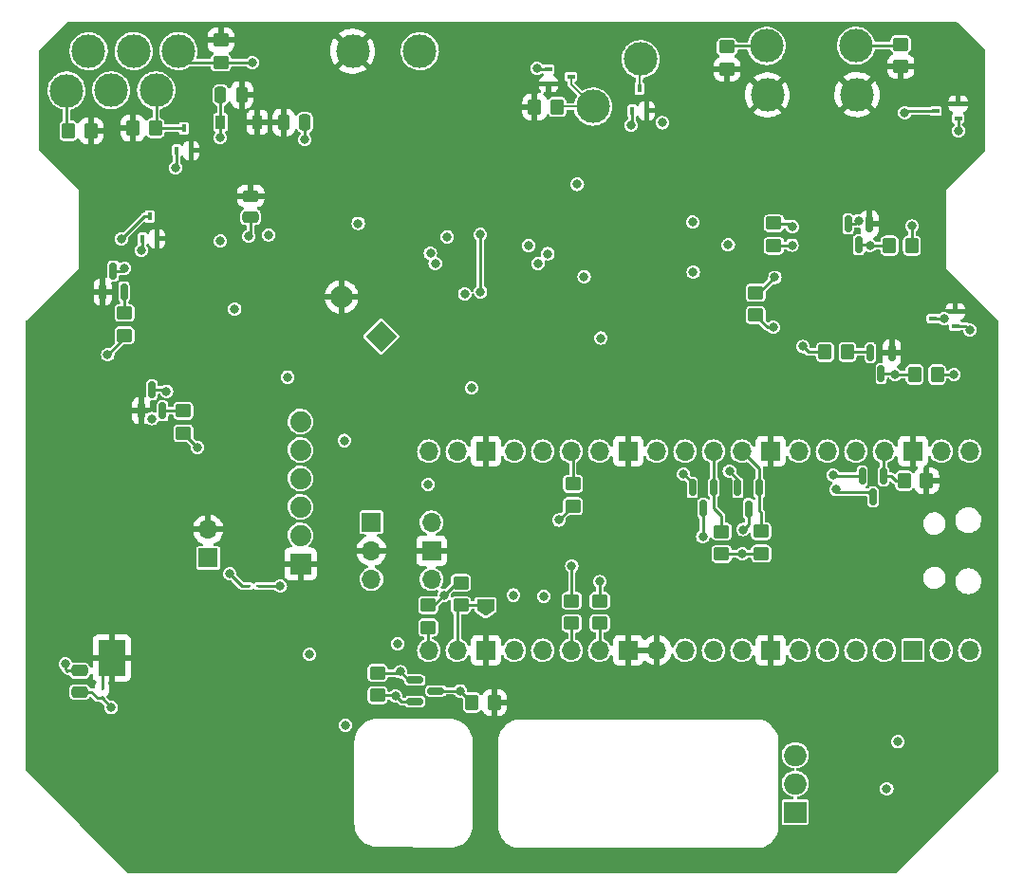
<source format=gbr>
%TF.GenerationSoftware,KiCad,Pcbnew,(6.0.10)*%
%TF.CreationDate,2023-01-31T02:16:16-05:00*%
%TF.ProjectId,webasto-mainboard,77656261-7374-46f2-9d6d-61696e626f61,1.0*%
%TF.SameCoordinates,Original*%
%TF.FileFunction,Copper,L4,Bot*%
%TF.FilePolarity,Positive*%
%FSLAX46Y46*%
G04 Gerber Fmt 4.6, Leading zero omitted, Abs format (unit mm)*
G04 Created by KiCad (PCBNEW (6.0.10)) date 2023-01-31 02:16:16*
%MOMM*%
%LPD*%
G01*
G04 APERTURE LIST*
G04 Aperture macros list*
%AMRoundRect*
0 Rectangle with rounded corners*
0 $1 Rounding radius*
0 $2 $3 $4 $5 $6 $7 $8 $9 X,Y pos of 4 corners*
0 Add a 4 corners polygon primitive as box body*
4,1,4,$2,$3,$4,$5,$6,$7,$8,$9,$2,$3,0*
0 Add four circle primitives for the rounded corners*
1,1,$1+$1,$2,$3*
1,1,$1+$1,$4,$5*
1,1,$1+$1,$6,$7*
1,1,$1+$1,$8,$9*
0 Add four rect primitives between the rounded corners*
20,1,$1+$1,$2,$3,$4,$5,0*
20,1,$1+$1,$4,$5,$6,$7,0*
20,1,$1+$1,$6,$7,$8,$9,0*
20,1,$1+$1,$8,$9,$2,$3,0*%
%AMRotRect*
0 Rectangle, with rotation*
0 The origin of the aperture is its center*
0 $1 length*
0 $2 width*
0 $3 Rotation angle, in degrees counterclockwise*
0 Add horizontal line*
21,1,$1,$2,0,0,$3*%
%AMFreePoly0*
4,1,6,1.000000,0.000000,0.500000,-0.750000,-0.500000,-0.750000,-0.500000,0.750000,0.500000,0.750000,1.000000,0.000000,1.000000,0.000000,$1*%
%AMFreePoly1*
4,1,6,0.500000,-0.750000,-0.650000,-0.750000,-0.150000,0.000000,-0.650000,0.750000,0.500000,0.750000,0.500000,-0.750000,0.500000,-0.750000,$1*%
G04 Aperture macros list end*
%TA.AperFunction,SMDPad,CuDef*%
%ADD10R,0.450000X0.700000*%
%TD*%
%TA.AperFunction,SMDPad,CuDef*%
%ADD11R,0.700000X0.450000*%
%TD*%
%TA.AperFunction,ComponentPad*%
%ADD12C,3.000000*%
%TD*%
%TA.AperFunction,ComponentPad*%
%ADD13R,2.000000X1.905000*%
%TD*%
%TA.AperFunction,ComponentPad*%
%ADD14O,2.000000X1.905000*%
%TD*%
%TA.AperFunction,ComponentPad*%
%ADD15R,1.700000X1.700000*%
%TD*%
%TA.AperFunction,ComponentPad*%
%ADD16O,1.700000X1.700000*%
%TD*%
%TA.AperFunction,ComponentPad*%
%ADD17RotRect,2.000000X2.000000X135.000000*%
%TD*%
%TA.AperFunction,ComponentPad*%
%ADD18C,2.000000*%
%TD*%
%TA.AperFunction,ComponentPad*%
%ADD19R,1.879600X1.879600*%
%TD*%
%TA.AperFunction,ComponentPad*%
%ADD20C,1.879600*%
%TD*%
%TA.AperFunction,ComponentPad*%
%ADD21C,0.500000*%
%TD*%
%TA.AperFunction,SMDPad,CuDef*%
%ADD22R,2.400000X3.200000*%
%TD*%
%TA.AperFunction,SMDPad,CuDef*%
%ADD23RoundRect,0.250000X-0.450000X0.350000X-0.450000X-0.350000X0.450000X-0.350000X0.450000X0.350000X0*%
%TD*%
%TA.AperFunction,SMDPad,CuDef*%
%ADD24RoundRect,0.250000X0.450000X-0.350000X0.450000X0.350000X-0.450000X0.350000X-0.450000X-0.350000X0*%
%TD*%
%TA.AperFunction,SMDPad,CuDef*%
%ADD25R,0.360000X0.250000*%
%TD*%
%TA.AperFunction,SMDPad,CuDef*%
%ADD26R,0.900000X1.200000*%
%TD*%
%TA.AperFunction,SMDPad,CuDef*%
%ADD27RoundRect,0.150000X-0.150000X0.587500X-0.150000X-0.587500X0.150000X-0.587500X0.150000X0.587500X0*%
%TD*%
%TA.AperFunction,SMDPad,CuDef*%
%ADD28RoundRect,0.150000X0.150000X-0.587500X0.150000X0.587500X-0.150000X0.587500X-0.150000X-0.587500X0*%
%TD*%
%TA.AperFunction,SMDPad,CuDef*%
%ADD29RoundRect,0.250000X-0.350000X-0.450000X0.350000X-0.450000X0.350000X0.450000X-0.350000X0.450000X0*%
%TD*%
%TA.AperFunction,SMDPad,CuDef*%
%ADD30RoundRect,0.250000X-0.250000X-0.475000X0.250000X-0.475000X0.250000X0.475000X-0.250000X0.475000X0*%
%TD*%
%TA.AperFunction,SMDPad,CuDef*%
%ADD31RoundRect,0.150000X-0.587500X-0.150000X0.587500X-0.150000X0.587500X0.150000X-0.587500X0.150000X0*%
%TD*%
%TA.AperFunction,SMDPad,CuDef*%
%ADD32RoundRect,0.250000X0.475000X-0.250000X0.475000X0.250000X-0.475000X0.250000X-0.475000X-0.250000X0*%
%TD*%
%TA.AperFunction,SMDPad,CuDef*%
%ADD33RoundRect,0.250000X0.350000X0.450000X-0.350000X0.450000X-0.350000X-0.450000X0.350000X-0.450000X0*%
%TD*%
%TA.AperFunction,SMDPad,CuDef*%
%ADD34RoundRect,0.250000X-0.475000X0.250000X-0.475000X-0.250000X0.475000X-0.250000X0.475000X0.250000X0*%
%TD*%
%TA.AperFunction,SMDPad,CuDef*%
%ADD35FreePoly0,270.000000*%
%TD*%
%TA.AperFunction,SMDPad,CuDef*%
%ADD36FreePoly1,270.000000*%
%TD*%
%TA.AperFunction,SMDPad,CuDef*%
%ADD37R,0.250000X0.360000*%
%TD*%
%TA.AperFunction,SMDPad,CuDef*%
%ADD38RoundRect,0.250000X0.250000X0.475000X-0.250000X0.475000X-0.250000X-0.475000X0.250000X-0.475000X0*%
%TD*%
%TA.AperFunction,ViaPad*%
%ADD39C,0.800000*%
%TD*%
%TA.AperFunction,Conductor*%
%ADD40C,0.250000*%
%TD*%
%TA.AperFunction,Conductor*%
%ADD41C,0.200000*%
%TD*%
G04 APERTURE END LIST*
D10*
%TO.P,D13,1*%
%TO.N,GND*%
X155590000Y-61452000D03*
%TO.P,D13,2*%
%TO.N,+12V*%
X154290000Y-61452000D03*
%TO.P,D13,3*%
%TO.N,GlowPlug+*%
X154940000Y-59452000D03*
%TD*%
D11*
%TO.P,D12,1*%
%TO.N,GND*%
X146828000Y-59070000D03*
%TO.P,D12,2*%
%TO.N,+12V*%
X146828000Y-57770000D03*
%TO.P,D12,3*%
%TO.N,GlowPlug-*%
X148828000Y-58420000D03*
%TD*%
%TO.P,D6,1*%
%TO.N,GND*%
X183118000Y-79360000D03*
%TO.P,D6,2*%
%TO.N,+12V*%
X183118000Y-80660000D03*
%TO.P,D6,3*%
%TO.N,CirculationPump*%
X181118000Y-80010000D03*
%TD*%
D10*
%TO.P,D5,1*%
%TO.N,GND*%
X114950000Y-65008000D03*
%TO.P,D5,2*%
%TO.N,+12V*%
X113650000Y-65008000D03*
%TO.P,D5,3*%
%TO.N,VehicleFanRelay*%
X114300000Y-63008000D03*
%TD*%
%TO.P,D4,1*%
%TO.N,GND*%
X111902000Y-72882000D03*
%TO.P,D4,2*%
%TO.N,+12V*%
X110602000Y-72882000D03*
%TO.P,D4,3*%
%TO.N,FuelPump*%
X111252000Y-70882000D03*
%TD*%
D11*
%TO.P,D3,1*%
%TO.N,GND*%
X183372000Y-60818000D03*
%TO.P,D3,2*%
%TO.N,+12V*%
X183372000Y-62118000D03*
%TO.P,D3,3*%
%TO.N,CombustionFan*%
X181372000Y-61468000D03*
%TD*%
D12*
%TO.P,JX3,1,Pin_1*%
%TO.N,GlowPlug+*%
X155037200Y-56841000D03*
%TO.P,JX3,2,Pin_2*%
%TO.N,GlowPlug-*%
X150795400Y-61082800D03*
%TD*%
D13*
%TO.P,U6,1,VI*%
%TO.N,Net-(Q11-Pad3)*%
X168839000Y-124079000D03*
D14*
%TO.P,U6,2,GND*%
%TO.N,Kelvin+*%
X168839000Y-121539000D03*
%TO.P,U6,3,VO*%
%TO.N,Net-(R30-Pad2)*%
X168839000Y-118999000D03*
%TD*%
D15*
%TO.P,J2,1,Pin_1*%
%TO.N,Net-(J2-Pad1)*%
X131025000Y-98200000D03*
D16*
%TO.P,J2,2,Pin_2*%
%TO.N,GND*%
X131025000Y-100740000D03*
%TO.P,J2,3,Pin_3*%
%TO.N,Net-(J2-Pad3)*%
X131025000Y-103280000D03*
%TD*%
D17*
%TO.P,BZ1,1,-*%
%TO.N,ALERT*%
X131900000Y-81600000D03*
D18*
%TO.P,BZ1,2,+*%
%TO.N,GND*%
X128364466Y-78064466D03*
%TD*%
D12*
%TO.P,JX4,1,Pin_1*%
%TO.N,CombustionFan*%
X166275000Y-55665200D03*
%TO.P,JX4,2,Pin_2*%
%TO.N,GND*%
X166351200Y-60034000D03*
%TD*%
D16*
%TO.P,U2,1,GPIO0*%
%TO.N,ConsoleTX*%
X184415000Y-91850000D03*
%TO.P,U2,2,GPIO1*%
%TO.N,ConsoleRX*%
X181875000Y-91850000D03*
D15*
%TO.P,U2,3,GND*%
%TO.N,GND*%
X179335000Y-91850000D03*
D16*
%TO.P,U2,4,GPIO2*%
%TO.N,~{StartRun3V}*%
X176795000Y-91850000D03*
%TO.P,U2,5,GPIO3*%
%TO.N,KLineEN*%
X174255000Y-91850000D03*
%TO.P,U2,6,GPIO4*%
%TO.N,KLineTX*%
X171715000Y-91850000D03*
%TO.P,U2,7,GPIO5*%
%TO.N,KLineRX*%
X169175000Y-91850000D03*
D15*
%TO.P,U2,8,GND*%
%TO.N,GND*%
X166635000Y-91850000D03*
D16*
%TO.P,U2,9,GPIO6*%
%TO.N,~{GlowPlugOutEN3V}*%
X164095000Y-91850000D03*
%TO.P,U2,10,GPIO7*%
%TO.N,~{GlowPlugInEN3V}*%
X161555000Y-91850000D03*
%TO.P,U2,11,GPIO8*%
%TO.N,SDA*%
X159015000Y-91850000D03*
%TO.P,U2,12,GPIO9*%
%TO.N,SCL*%
X156475000Y-91850000D03*
D15*
%TO.P,U2,13,GND*%
%TO.N,GND*%
X153935000Y-91850000D03*
D16*
%TO.P,U2,14,GPIO10*%
%TO.N,CirculationPump3V*%
X151395000Y-91850000D03*
%TO.P,U2,15,GPIO11*%
%TO.N,CombustionFan3V*%
X148855000Y-91850000D03*
%TO.P,U2,16,GPIO12*%
%TO.N,GlowPlugOut3V*%
X146315000Y-91850000D03*
%TO.P,U2,17,GPIO13*%
%TO.N,FuelPump3V*%
X143775000Y-91850000D03*
D15*
%TO.P,U2,18,GND*%
%TO.N,GND*%
X141235000Y-91850000D03*
D16*
%TO.P,U2,19,GPIO14*%
%TO.N,VehicleFanRelay3V*%
X138695000Y-91850000D03*
%TO.P,U2,20,GPIO15*%
%TO.N,ALERT*%
X136155000Y-91850000D03*
%TO.P,U2,21,GPIO16*%
%TO.N,~{EmergencyStop3V}*%
X136155000Y-109630000D03*
%TO.P,U2,22,GPIO17*%
%TO.N,UseUSB*%
X138695000Y-109630000D03*
D15*
%TO.P,U2,23,GND*%
%TO.N,GND*%
X141235000Y-109630000D03*
D16*
%TO.P,U2,24,GPIO18*%
%TO.N,ConsoleCTS*%
X143775000Y-109630000D03*
%TO.P,U2,25,GPIO19*%
%TO.N,ConsoleRTS*%
X146315000Y-109630000D03*
%TO.P,U2,26,GPIO20*%
%TO.N,FlameLED*%
X148855000Y-109630000D03*
%TO.P,U2,27,GPIO21*%
%TO.N,OperatingLED*%
X151395000Y-109630000D03*
D15*
%TO.P,U2,28,GND*%
%TO.N,GND*%
X153935000Y-109630000D03*
D16*
%TO.P,U2,29,GPIO22*%
X156475000Y-109630000D03*
%TO.P,U2,30,RUN*%
%TO.N,unconnected-(U2-Pad30)*%
X159015000Y-109630000D03*
%TO.P,U2,31,GPIO26_ADC0*%
%TO.N,unconnected-(U2-Pad31)*%
X161555000Y-109630000D03*
%TO.P,U2,32,GPIO27_ADC1*%
%TO.N,unconnected-(U2-Pad32)*%
X164095000Y-109630000D03*
D15*
%TO.P,U2,33,AGND*%
%TO.N,GND*%
X166635000Y-109630000D03*
D16*
%TO.P,U2,34,GPIO28_ADC2*%
%TO.N,unconnected-(U2-Pad34)*%
X169175000Y-109630000D03*
%TO.P,U2,35,ADC_VREF*%
%TO.N,/ADC_VREF*%
X171715000Y-109630000D03*
%TO.P,U2,36,3V3*%
%TO.N,+3V3*%
X174255000Y-109630000D03*
%TO.P,U2,37,3V3_EN*%
%TO.N,unconnected-(U2-Pad37)*%
X176795000Y-109630000D03*
D15*
%TO.P,U2,38,GND*%
%TO.N,unconnected-(U2-Pad38)*%
X179335000Y-109630000D03*
D16*
%TO.P,U2,39,VSYS*%
%TO.N,/VSYS*%
X181875000Y-109630000D03*
%TO.P,U2,40,VBUS*%
%TO.N,/VBUS*%
X184415000Y-109630000D03*
%TO.P,U2,41,SWCLK*%
%TO.N,Net-(J2-Pad1)*%
X136385000Y-98200000D03*
D15*
%TO.P,U2,42,GND*%
%TO.N,GND*%
X136385000Y-100740000D03*
D16*
%TO.P,U2,43,SWDIO*%
%TO.N,Net-(J2-Pad3)*%
X136385000Y-103280000D03*
%TD*%
D12*
%TO.P,JX2,1,Pin_1*%
%TO.N,Net-(F1-Pad2)*%
X135346800Y-56125000D03*
%TO.P,JX2,2,Pin_2*%
%TO.N,GND*%
X129352400Y-56125000D03*
%TD*%
%TO.P,JX1,1,Pin_1*%
%TO.N,StartRun*%
X113807200Y-56119400D03*
%TO.P,JX1,2,Pin_2*%
%TO.N,KLine*%
X109819400Y-56119400D03*
%TO.P,JX1,3,Pin_3*%
%TO.N,SDA*%
X105802400Y-56131600D03*
%TO.P,JX1,4,Pin_4*%
%TO.N,VehicleFanRelay*%
X111826000Y-59624600D03*
%TO.P,JX1,5,Pin_5*%
%TO.N,SCL*%
X107812800Y-59624600D03*
%TO.P,JX1,6,Pin_6*%
%TO.N,FuelPump*%
X103825000Y-59650000D03*
%TD*%
D15*
%TO.P,J3,1,Pin_1*%
%TO.N,EmergencyStop*%
X116475000Y-101375000D03*
D16*
%TO.P,J3,2,Pin_2*%
%TO.N,GND*%
X116475000Y-98835000D03*
%TD*%
D19*
%TO.P,J1,1,GND*%
%TO.N,GND*%
X124700000Y-101900000D03*
D20*
%TO.P,J1,2,CTS*%
%TO.N,ConsoleCTS*%
X124700000Y-99360000D03*
%TO.P,J1,3,VCC*%
%TO.N,+3V3*%
X124700000Y-96820000D03*
%TO.P,J1,4,TXD*%
%TO.N,ConsoleTX*%
X124700000Y-94280000D03*
%TO.P,J1,5,RXD*%
%TO.N,ConsoleRX*%
X124700000Y-91740000D03*
%TO.P,J1,6,RTS*%
%TO.N,ConsoleRTS*%
X124700000Y-89200000D03*
%TD*%
D21*
%TO.P,U5,9,GND*%
%TO.N,GND*%
X106925000Y-110315000D03*
X106925000Y-111665000D03*
X106925000Y-108965000D03*
X108825000Y-110315000D03*
D22*
X107875000Y-110315000D03*
D21*
X108825000Y-108965000D03*
X108825000Y-111665000D03*
%TD*%
D12*
%TO.P,JX5,1,Pin_1*%
%TO.N,CirculationPump*%
X174275000Y-55640200D03*
%TO.P,JX5,2,Pin_2*%
%TO.N,GND*%
X174351200Y-60009000D03*
%TD*%
D23*
%TO.P,R34,1*%
%TO.N,~{GlowPlugOutEN3V}*%
X165800000Y-99000000D03*
%TO.P,R34,2*%
%TO.N,+3V3*%
X165800000Y-101000000D03*
%TD*%
D24*
%TO.P,R6,1*%
%TO.N,FuelPump3V*%
X109000000Y-81500000D03*
%TO.P,R6,2*%
%TO.N,Net-(Q4-Pad1)*%
X109000000Y-79500000D03*
%TD*%
D25*
%TO.P,D7,1,K*%
%TO.N,~{EmergencyStop}*%
X120080000Y-103900000D03*
%TO.P,D7,2,A*%
%TO.N,~{EmergencyStop3V}*%
X120920000Y-103900000D03*
%TD*%
D26*
%TO.P,D9,1,K*%
%TO.N,KLine*%
X117550000Y-62475000D03*
%TO.P,D9,2,A*%
%TO.N,GND*%
X120850000Y-62475000D03*
%TD*%
D24*
%TO.P,R3,1*%
%TO.N,FlameLED*%
X148900000Y-107200000D03*
%TO.P,R3,2*%
%TO.N,Net-(D2-Pad2)*%
X148900000Y-105200000D03*
%TD*%
%TO.P,R35,1*%
%TO.N,~{GlowPlugInEN}*%
X131577649Y-113642637D03*
%TO.P,R35,2*%
%TO.N,+12V*%
X131577649Y-111642637D03*
%TD*%
D23*
%TO.P,R13,1*%
%TO.N,CirculationPump*%
X178250000Y-55500000D03*
%TO.P,R13,2*%
%TO.N,GND*%
X178250000Y-57500000D03*
%TD*%
%TO.P,R4,1*%
%TO.N,CombustionFan3V*%
X149000000Y-94750000D03*
%TO.P,R4,2*%
%TO.N,Net-(Q2-Pad1)*%
X149000000Y-96750000D03*
%TD*%
D27*
%TO.P,Q18,1,G*%
%TO.N,+3V3*%
X159662635Y-95095797D03*
%TO.P,Q18,2,S*%
%TO.N,~{GlowPlugInEN3V}*%
X161562635Y-95095797D03*
%TO.P,Q18,3,D*%
%TO.N,~{GlowPlugInEN}*%
X160612635Y-96970797D03*
%TD*%
D24*
%TO.P,R17,1*%
%TO.N,StartRun*%
X117602000Y-57150000D03*
%TO.P,R17,2*%
%TO.N,GND*%
X117602000Y-55150000D03*
%TD*%
D28*
%TO.P,Q4,1,G*%
%TO.N,Net-(Q4-Pad1)*%
X108950000Y-77625000D03*
%TO.P,Q4,2,S*%
%TO.N,GND*%
X107050000Y-77625000D03*
%TO.P,Q4,3,D*%
%TO.N,Net-(Q4-Pad3)*%
X108000000Y-75750000D03*
%TD*%
D23*
%TO.P,R16,1*%
%TO.N,+3V3*%
X136100000Y-105600000D03*
%TO.P,R16,2*%
%TO.N,~{EmergencyStop3V}*%
X136100000Y-107600000D03*
%TD*%
D29*
%TO.P,R28,1*%
%TO.N,Net-(Q11-Pad3)*%
X140000000Y-114300000D03*
%TO.P,R28,2*%
%TO.N,GND*%
X142000000Y-114300000D03*
%TD*%
D27*
%TO.P,Q3,1,G*%
%TO.N,Net-(Q3-Pad1)*%
X175550000Y-83062500D03*
%TO.P,Q3,2,S*%
%TO.N,GND*%
X177450000Y-83062500D03*
%TO.P,Q3,3,D*%
%TO.N,Net-(Q3-Pad3)*%
X176500000Y-84937500D03*
%TD*%
D30*
%TO.P,C5,1*%
%TO.N,KLine*%
X117575000Y-60025000D03*
%TO.P,C5,2*%
%TO.N,GND*%
X119475000Y-60025000D03*
%TD*%
D24*
%TO.P,R7,1*%
%TO.N,VehicleFanRelay3V*%
X114250000Y-90250000D03*
%TO.P,R7,2*%
%TO.N,Net-(Q5-Pad1)*%
X114250000Y-88250000D03*
%TD*%
%TO.P,R29,1*%
%TO.N,+12V*%
X165300000Y-79700000D03*
%TO.P,R29,2*%
%TO.N,Net-(Q12-Pad3)*%
X165300000Y-77700000D03*
%TD*%
D27*
%TO.P,Q2,1,G*%
%TO.N,Net-(Q2-Pad1)*%
X173550000Y-71562500D03*
%TO.P,Q2,2,S*%
%TO.N,GND*%
X175450000Y-71562500D03*
%TO.P,Q2,3,D*%
%TO.N,Net-(Q2-Pad3)*%
X174500000Y-73437500D03*
%TD*%
D31*
%TO.P,Q11,1,G*%
%TO.N,~{GlowPlugInEN}*%
X134900000Y-114200000D03*
%TO.P,Q11,2,S*%
%TO.N,+12V*%
X134900000Y-112300000D03*
%TO.P,Q11,3,D*%
%TO.N,Net-(Q11-Pad3)*%
X136775000Y-113250000D03*
%TD*%
D29*
%TO.P,R5,1*%
%TO.N,CirculationPump3V*%
X171500000Y-83000000D03*
%TO.P,R5,2*%
%TO.N,Net-(Q3-Pad1)*%
X173500000Y-83000000D03*
%TD*%
D32*
%TO.P,C3,1*%
%TO.N,+3V3*%
X120250000Y-70950000D03*
%TO.P,C3,2*%
%TO.N,GND*%
X120250000Y-69050000D03*
%TD*%
D27*
%TO.P,Q19,1,G*%
%TO.N,+3V3*%
X163716824Y-95113167D03*
%TO.P,Q19,2,S*%
%TO.N,~{GlowPlugOutEN3V}*%
X165616824Y-95113167D03*
%TO.P,Q19,3,D*%
%TO.N,~{GlowPlugOutEN}*%
X164666824Y-96988167D03*
%TD*%
D33*
%TO.P,R31,1*%
%TO.N,GlowPlug-*%
X147600000Y-61100000D03*
%TO.P,R31,2*%
%TO.N,GND*%
X145600000Y-61100000D03*
%TD*%
D24*
%TO.P,R2,1*%
%TO.N,OperatingLED*%
X151400000Y-107200000D03*
%TO.P,R2,2*%
%TO.N,Net-(D1-Pad2)*%
X151400000Y-105200000D03*
%TD*%
D28*
%TO.P,Q5,1,G*%
%TO.N,Net-(Q5-Pad1)*%
X112400000Y-88250000D03*
%TO.P,Q5,2,S*%
%TO.N,GND*%
X110500000Y-88250000D03*
%TO.P,Q5,3,D*%
%TO.N,Net-(Q5-Pad3)*%
X111450000Y-86375000D03*
%TD*%
D33*
%TO.P,R9,1*%
%TO.N,+12V*%
X181500000Y-85000000D03*
%TO.P,R9,2*%
%TO.N,Net-(Q3-Pad3)*%
X179500000Y-85000000D03*
%TD*%
D34*
%TO.P,C7,1*%
%TO.N,Net-(C7-Pad1)*%
X105000000Y-111450000D03*
%TO.P,C7,2*%
%TO.N,Net-(C7-Pad2)*%
X105000000Y-113350000D03*
%TD*%
D23*
%TO.P,R12,1*%
%TO.N,CombustionFan*%
X162750000Y-55750000D03*
%TO.P,R12,2*%
%TO.N,GND*%
X162750000Y-57750000D03*
%TD*%
D27*
%TO.P,Q10,1,G*%
%TO.N,StartRun*%
X174818000Y-94058500D03*
%TO.P,Q10,2,S*%
%TO.N,~{StartRun3V}*%
X176718000Y-94058500D03*
%TO.P,Q10,3,D*%
%TO.N,+3V3*%
X175768000Y-95933500D03*
%TD*%
D35*
%TO.P,JP1,1,A*%
%TO.N,UseUSB*%
X141200000Y-105575000D03*
D36*
%TO.P,JP1,2,B*%
%TO.N,GND*%
X141200000Y-107025000D03*
%TD*%
D37*
%TO.P,D11,1,K*%
%TO.N,Net-(C7-Pad2)*%
X107000000Y-113902500D03*
%TO.P,D11,2,A*%
%TO.N,GND*%
X107000000Y-113062500D03*
%TD*%
D38*
%TO.P,C4,1*%
%TO.N,Net-(C4-Pad1)*%
X125090000Y-62490000D03*
%TO.P,C4,2*%
%TO.N,GND*%
X123190000Y-62490000D03*
%TD*%
D24*
%TO.P,R36,1*%
%TO.N,~{GlowPlugOutEN}*%
X166931638Y-73493555D03*
%TO.P,R36,2*%
%TO.N,+12V*%
X166931638Y-71493555D03*
%TD*%
D23*
%TO.P,R1,1*%
%TO.N,+3V3*%
X139000000Y-103600000D03*
%TO.P,R1,2*%
%TO.N,UseUSB*%
X139000000Y-105600000D03*
%TD*%
D29*
%TO.P,R14,1*%
%TO.N,FuelPump*%
X104000000Y-63250000D03*
%TO.P,R14,2*%
%TO.N,GND*%
X106000000Y-63250000D03*
%TD*%
D23*
%TO.P,R33,1*%
%TO.N,~{GlowPlugInEN3V}*%
X162274502Y-99028417D03*
%TO.P,R33,2*%
%TO.N,+3V3*%
X162274502Y-101028417D03*
%TD*%
D33*
%TO.P,R15,1*%
%TO.N,VehicleFanRelay*%
X111750000Y-63000000D03*
%TO.P,R15,2*%
%TO.N,GND*%
X109750000Y-63000000D03*
%TD*%
%TO.P,R8,1*%
%TO.N,+12V*%
X179250000Y-73500000D03*
%TO.P,R8,2*%
%TO.N,Net-(Q2-Pad3)*%
X177250000Y-73500000D03*
%TD*%
D29*
%TO.P,R18,1*%
%TO.N,~{StartRun3V}*%
X178562000Y-94488000D03*
%TO.P,R18,2*%
%TO.N,GND*%
X180562000Y-94488000D03*
%TD*%
D39*
%TO.N,+12V*%
X154178000Y-62738000D03*
X145796000Y-57658000D03*
X184404000Y-81026000D03*
%TO.N,CirculationPump*%
X182118000Y-80010000D03*
%TO.N,+12V*%
X110490000Y-73914000D03*
%TO.N,FuelPump*%
X108712000Y-72898000D03*
%TO.N,+12V*%
X113538000Y-66548000D03*
X183388000Y-63246000D03*
X179250000Y-71750000D03*
X166880000Y-80780000D03*
X129850000Y-71500000D03*
X183000000Y-85000000D03*
X168590000Y-71810000D03*
X133600000Y-111540000D03*
X125500000Y-110000000D03*
%TO.N,+3V3*%
X139950000Y-86210000D03*
X140750000Y-72500000D03*
X162970000Y-93620000D03*
X172466000Y-95275500D03*
X120085000Y-72665000D03*
X158870000Y-93880000D03*
X164110000Y-101030000D03*
X137500000Y-104700000D03*
X140760000Y-77630000D03*
X123550000Y-85230000D03*
%TO.N,KLine*%
X117525000Y-63850000D03*
%TO.N,ConsoleRTS*%
X146400000Y-104800000D03*
%TO.N,ConsoleCTS*%
X143700000Y-104700000D03*
%TO.N,SCL*%
X136720000Y-75090000D03*
X145890000Y-75090000D03*
X137790000Y-72700000D03*
%TO.N,SDA*%
X136289485Y-74187968D03*
X146770000Y-74210000D03*
%TO.N,~{EmergencyStop}*%
X118400000Y-102800000D03*
%TO.N,~{GlowPlugInEN}*%
X160590000Y-99490000D03*
X159740000Y-75870000D03*
X159680000Y-71390000D03*
X133170000Y-113690000D03*
X149400000Y-68020000D03*
%TO.N,~{GlowPlugOutEN}*%
X168550000Y-73450000D03*
X164160000Y-98850000D03*
X156970000Y-62520000D03*
%TO.N,Kelvin+*%
X145050000Y-73480000D03*
X133360000Y-109050000D03*
X139350000Y-77790000D03*
X162860000Y-73430000D03*
X128600000Y-90900000D03*
%TO.N,CirculationPump3V*%
X151500000Y-81750000D03*
X169500000Y-82500000D03*
%TO.N,FuelPump3V*%
X107500000Y-83250000D03*
%TO.N,VehicleFanRelay3V*%
X115500000Y-91500000D03*
%TO.N,ConsoleRX*%
X136100000Y-94800000D03*
%TO.N,KLineEN*%
X121850000Y-72540000D03*
%TO.N,KLineTX*%
X117550000Y-73080000D03*
%TO.N,KLineRX*%
X118830000Y-79160000D03*
%TO.N,GND*%
X144526000Y-86614000D03*
X101725000Y-105375000D03*
X125500000Y-127200000D03*
X145034000Y-79502000D03*
X108025000Y-107200000D03*
X172000000Y-117200000D03*
X119025000Y-112125000D03*
X154660000Y-67210000D03*
X139250303Y-76381311D03*
X124750000Y-105250000D03*
X163580000Y-79430000D03*
X118125000Y-67225000D03*
X128900000Y-63775000D03*
X123275000Y-112275000D03*
X180700000Y-120800000D03*
%TO.N,CombustionFan*%
X178610000Y-61620000D03*
%TO.N,StartRun*%
X172212000Y-93980000D03*
X120396000Y-57150000D03*
%TO.N,Net-(C4-Pad1)*%
X125090000Y-64020000D03*
%TO.N,Net-(C7-Pad1)*%
X103725000Y-110850000D03*
%TO.N,Net-(C7-Pad2)*%
X107825000Y-114750000D03*
%TO.N,~{EmergencyStop3V}*%
X122900000Y-103900000D03*
%TO.N,Net-(Q2-Pad3)*%
X175500000Y-73500000D03*
%TO.N,Net-(Q2-Pad1)*%
X147750000Y-98000000D03*
X150000000Y-76250000D03*
X174500000Y-71250000D03*
%TO.N,Net-(Q3-Pad3)*%
X177750000Y-85000000D03*
%TO.N,Net-(Q4-Pad3)*%
X109000000Y-75500000D03*
%TO.N,Net-(Q5-Pad3)*%
X111445000Y-88945000D03*
X112750000Y-86500000D03*
%TO.N,Net-(D1-Pad2)*%
X177000000Y-122000000D03*
X151400000Y-103500000D03*
%TO.N,Net-(Q11-Pad3)*%
X138950000Y-113250000D03*
%TO.N,Net-(D2-Pad2)*%
X148900000Y-102100000D03*
X178000000Y-117800000D03*
%TO.N,Net-(Q12-Pad3)*%
X167020000Y-76320000D03*
%TO.N,Net-(R30-Pad2)*%
X128710000Y-116310000D03*
%TD*%
D40*
%TO.N,+12V*%
X154290000Y-62626000D02*
X154178000Y-62738000D01*
X154290000Y-61452000D02*
X154290000Y-62626000D01*
D41*
%TO.N,GlowPlug+*%
X154940000Y-56938200D02*
X155037200Y-56841000D01*
X154940000Y-59452000D02*
X154940000Y-56938200D01*
%TO.N,GlowPlug-*%
X148828000Y-58420000D02*
X148828000Y-59115400D01*
X148828000Y-59115400D02*
X150795400Y-61082800D01*
D40*
%TO.N,+12V*%
X145908000Y-57770000D02*
X145796000Y-57658000D01*
X146828000Y-57770000D02*
X145908000Y-57770000D01*
X184038000Y-80660000D02*
X184404000Y-81026000D01*
X183118000Y-80660000D02*
X184038000Y-80660000D01*
%TO.N,CirculationPump*%
X181118000Y-80010000D02*
X182118000Y-80010000D01*
%TO.N,+12V*%
X110602000Y-73802000D02*
X110490000Y-73914000D01*
X110602000Y-72882000D02*
X110602000Y-73802000D01*
%TO.N,FuelPump*%
X110728000Y-70882000D02*
X108712000Y-72898000D01*
X111252000Y-70882000D02*
X110728000Y-70882000D01*
%TO.N,+12V*%
X113650000Y-66436000D02*
X113538000Y-66548000D01*
X113650000Y-65008000D02*
X113650000Y-66436000D01*
%TO.N,VehicleFanRelay*%
X111758000Y-63008000D02*
X111750000Y-63000000D01*
X114300000Y-63008000D02*
X111758000Y-63008000D01*
%TO.N,+12V*%
X183372000Y-63230000D02*
X183388000Y-63246000D01*
X183372000Y-62118000D02*
X183372000Y-63230000D01*
%TO.N,CombustionFan*%
X178762000Y-61468000D02*
X178610000Y-61620000D01*
X181372000Y-61468000D02*
X178762000Y-61468000D01*
%TO.N,CirculationPump*%
X178250000Y-55500000D02*
X178109800Y-55640200D01*
X178109800Y-55640200D02*
X174275000Y-55640200D01*
%TO.N,+12V*%
X181500000Y-85000000D02*
X183000000Y-85000000D01*
X131550000Y-111660000D02*
X133480000Y-111660000D01*
X168280000Y-71500000D02*
X168590000Y-71810000D01*
X166950000Y-71500000D02*
X168280000Y-71500000D01*
X166350000Y-80780000D02*
X166880000Y-80780000D01*
X134892500Y-112320000D02*
X134380000Y-112320000D01*
X179250000Y-73500000D02*
X179250000Y-71750000D01*
X165290000Y-79720000D02*
X166350000Y-80780000D01*
X134380000Y-112320000D02*
X133600000Y-111540000D01*
X133480000Y-111660000D02*
X133600000Y-111540000D01*
%TO.N,+3V3*%
X136100000Y-105600000D02*
X136600000Y-105600000D01*
X120250000Y-70950000D02*
X120250000Y-72500000D01*
X140750000Y-72500000D02*
X140760000Y-72510000D01*
X175768000Y-95933500D02*
X175338500Y-95504000D01*
X162260000Y-101030000D02*
X165800000Y-101030000D01*
X120250000Y-72500000D02*
X120085000Y-72665000D01*
X136600000Y-105600000D02*
X137500000Y-104700000D01*
X140760000Y-72510000D02*
X140760000Y-77630000D01*
X138600000Y-103600000D02*
X137500000Y-104700000D01*
X159670000Y-95102500D02*
X159670000Y-94680000D01*
X139000000Y-103600000D02*
X138600000Y-103600000D01*
X163710000Y-94360000D02*
X162970000Y-93620000D01*
X175338500Y-95504000D02*
X172466000Y-95504000D01*
X163710000Y-95112500D02*
X163710000Y-94360000D01*
X159670000Y-94680000D02*
X158870000Y-93880000D01*
X172466000Y-95504000D02*
X172466000Y-95275500D01*
%TO.N,KLine*%
X117575000Y-62450000D02*
X117550000Y-62475000D01*
X117575000Y-60025000D02*
X117575000Y-62450000D01*
X117550000Y-63825000D02*
X117525000Y-63850000D01*
X117550000Y-62475000D02*
X117550000Y-63825000D01*
%TO.N,~{EmergencyStop}*%
X119500000Y-103900000D02*
X118400000Y-102800000D01*
X120080000Y-103900000D02*
X119500000Y-103900000D01*
%TO.N,~{GlowPlugInEN3V}*%
X161570000Y-91865000D02*
X161555000Y-91850000D01*
X161570000Y-95102500D02*
X161570000Y-91865000D01*
X161570000Y-96910000D02*
X161570000Y-95102500D01*
X162260000Y-97600000D02*
X161570000Y-96910000D01*
X162260000Y-99030000D02*
X162260000Y-97600000D01*
%TO.N,~{GlowPlugInEN}*%
X160620000Y-99460000D02*
X160620000Y-96977500D01*
X133170000Y-113690000D02*
X133700000Y-114220000D01*
X133700000Y-114220000D02*
X134892500Y-114220000D01*
X133170000Y-113690000D02*
X133140000Y-113660000D01*
X160590000Y-99490000D02*
X160620000Y-99460000D01*
X133140000Y-113660000D02*
X131550000Y-113660000D01*
%TO.N,~{GlowPlugOutEN3V}*%
X165800000Y-99030000D02*
X165800000Y-97330000D01*
X165800000Y-97330000D02*
X165610000Y-97140000D01*
X165610000Y-97140000D02*
X165610000Y-95112500D01*
X165610000Y-93365000D02*
X164095000Y-91850000D01*
X165610000Y-95112500D02*
X165610000Y-93365000D01*
%TO.N,~{GlowPlugOutEN}*%
X164660000Y-98350000D02*
X164160000Y-98850000D01*
X168500000Y-73500000D02*
X168550000Y-73450000D01*
X164660000Y-96987500D02*
X164660000Y-98350000D01*
X166950000Y-73500000D02*
X168500000Y-73500000D01*
D41*
%TO.N,GlowPlug-*%
X147642800Y-61082800D02*
X150795400Y-61082800D01*
X147640000Y-61080000D02*
X147642800Y-61082800D01*
D40*
%TO.N,CombustionFan3V*%
X149000000Y-91995000D02*
X148855000Y-91850000D01*
X149000000Y-94750000D02*
X149000000Y-91995000D01*
%TO.N,CirculationPump3V*%
X171500000Y-83000000D02*
X170000000Y-83000000D01*
X170000000Y-83000000D02*
X169500000Y-82500000D01*
%TO.N,FuelPump3V*%
X109000000Y-81750000D02*
X107500000Y-83250000D01*
X109000000Y-81500000D02*
X109000000Y-81750000D01*
%TO.N,VehicleFanRelay3V*%
X114250000Y-90250000D02*
X115500000Y-91500000D01*
%TO.N,GND*%
X107000000Y-111740000D02*
X106925000Y-111665000D01*
X107000000Y-113062500D02*
X107000000Y-111740000D01*
%TO.N,FuelPump*%
X104000000Y-63250000D02*
X103825000Y-63075000D01*
X103825000Y-63075000D02*
X103825000Y-59650000D01*
%TO.N,VehicleFanRelay*%
X111826000Y-62924000D02*
X111826000Y-59624600D01*
X111750000Y-63000000D02*
X111826000Y-62924000D01*
%TO.N,CombustionFan*%
X162834800Y-55665200D02*
X166275000Y-55665200D01*
X162750000Y-55750000D02*
X162834800Y-55665200D01*
%TO.N,StartRun*%
X114837800Y-57150000D02*
X113807200Y-56119400D01*
X117602000Y-57150000D02*
X114837800Y-57150000D01*
X172290500Y-94058500D02*
X172212000Y-93980000D01*
X117602000Y-57150000D02*
X120396000Y-57150000D01*
X174818000Y-94058500D02*
X172290500Y-94058500D01*
%TO.N,Net-(C4-Pad1)*%
X125090000Y-64020000D02*
X125090000Y-62490000D01*
%TO.N,Net-(C7-Pad1)*%
X103900000Y-111475000D02*
X103925000Y-111450000D01*
X103725000Y-110850000D02*
X103725000Y-111300000D01*
X103925000Y-111450000D02*
X105000000Y-111450000D01*
X103725000Y-111300000D02*
X103900000Y-111475000D01*
%TO.N,Net-(C7-Pad2)*%
X106050000Y-113350000D02*
X106602500Y-113902500D01*
X107825000Y-114727500D02*
X107825000Y-114750000D01*
X106602500Y-113902500D02*
X107000000Y-113902500D01*
X105000000Y-113350000D02*
X106050000Y-113350000D01*
X107000000Y-113902500D02*
X107825000Y-114727500D01*
%TO.N,~{EmergencyStop3V}*%
X120920000Y-103900000D02*
X122900000Y-103900000D01*
X136100000Y-107600000D02*
X136100000Y-109575000D01*
X136100000Y-109575000D02*
X136155000Y-109630000D01*
%TO.N,Net-(Q2-Pad3)*%
X177250000Y-73500000D02*
X175500000Y-73500000D01*
X174500000Y-73437500D02*
X175437500Y-73437500D01*
X175437500Y-73437500D02*
X175500000Y-73500000D01*
%TO.N,Net-(Q2-Pad1)*%
X173550000Y-71562500D02*
X174187500Y-71562500D01*
X174187500Y-71562500D02*
X174500000Y-71250000D01*
X149000000Y-96750000D02*
X147750000Y-98000000D01*
%TO.N,Net-(Q3-Pad3)*%
X179500000Y-85000000D02*
X177750000Y-85000000D01*
X177687500Y-84937500D02*
X177750000Y-85000000D01*
X176500000Y-84937500D02*
X177687500Y-84937500D01*
%TO.N,Net-(Q3-Pad1)*%
X175487500Y-83000000D02*
X175550000Y-83062500D01*
X173500000Y-83000000D02*
X175487500Y-83000000D01*
%TO.N,Net-(Q4-Pad3)*%
X108750000Y-75750000D02*
X109000000Y-75500000D01*
X108000000Y-75750000D02*
X108750000Y-75750000D01*
%TO.N,Net-(Q4-Pad1)*%
X109000000Y-77675000D02*
X108950000Y-77625000D01*
X109000000Y-79500000D02*
X109000000Y-77675000D01*
%TO.N,Net-(Q5-Pad3)*%
X111450000Y-86375000D02*
X112625000Y-86375000D01*
X112625000Y-86375000D02*
X112750000Y-86500000D01*
%TO.N,Net-(Q5-Pad1)*%
X112400000Y-88250000D02*
X114250000Y-88250000D01*
%TO.N,Net-(D1-Pad2)*%
X151400000Y-105200000D02*
X151400000Y-103500000D01*
%TO.N,Net-(Q11-Pad3)*%
X138950000Y-113250000D02*
X140000000Y-114300000D01*
X136775000Y-113250000D02*
X138950000Y-113250000D01*
%TO.N,~{StartRun3V}*%
X177370500Y-94058500D02*
X177800000Y-94488000D01*
X177800000Y-94488000D02*
X178562000Y-94488000D01*
X176718000Y-91927000D02*
X176795000Y-91850000D01*
X176718000Y-94058500D02*
X176718000Y-91927000D01*
X176718000Y-94058500D02*
X177370500Y-94058500D01*
%TO.N,Net-(D2-Pad2)*%
X148900000Y-105200000D02*
X148900000Y-102100000D01*
%TO.N,OperatingLED*%
X151400000Y-107200000D02*
X151400000Y-109625000D01*
X151400000Y-109625000D02*
X151395000Y-109630000D01*
%TO.N,FlameLED*%
X148900000Y-107200000D02*
X148900000Y-109585000D01*
X148900000Y-109585000D02*
X148855000Y-109630000D01*
%TO.N,UseUSB*%
X139000000Y-105600000D02*
X141175000Y-105600000D01*
X138695000Y-105905000D02*
X139000000Y-105600000D01*
X141175000Y-105600000D02*
X141200000Y-105575000D01*
X138695000Y-109630000D02*
X138695000Y-105905000D01*
%TO.N,Net-(Q12-Pad3)*%
X165290000Y-77720000D02*
X165620000Y-77720000D01*
X165620000Y-77720000D02*
X167020000Y-76320000D01*
%TD*%
%TA.AperFunction,Conductor*%
%TO.N,GND*%
G36*
X183332517Y-53561002D02*
G01*
X183353491Y-53577905D01*
X185754095Y-55978509D01*
X185788121Y-56040821D01*
X185791000Y-56067604D01*
X185791000Y-64962396D01*
X185770998Y-65030517D01*
X185754095Y-65051491D01*
X182291433Y-68514153D01*
X182291235Y-68514235D01*
X182291153Y-68514433D01*
X182290918Y-68515000D01*
X182291000Y-68515198D01*
X182291000Y-75514802D01*
X182290918Y-75515000D01*
X182291000Y-75515198D01*
X182291235Y-75515765D01*
X182291433Y-75515847D01*
X186954095Y-80178509D01*
X186988121Y-80240821D01*
X186991000Y-80267604D01*
X186991000Y-120295396D01*
X186970998Y-120363517D01*
X186954095Y-120384491D01*
X177836491Y-129502095D01*
X177774179Y-129536121D01*
X177747396Y-129539000D01*
X109436604Y-129539000D01*
X109368483Y-129518998D01*
X109347509Y-129502095D01*
X105040612Y-125195198D01*
X129513000Y-125195198D01*
X129513235Y-125195765D01*
X129514000Y-125196082D01*
X129514765Y-125195765D01*
X129515000Y-125195198D01*
X129515000Y-125192830D01*
X129519794Y-125216919D01*
X129531444Y-125246781D01*
X129535461Y-125308078D01*
X129541858Y-125405711D01*
X129542661Y-125409750D01*
X129542662Y-125409755D01*
X129591092Y-125653246D01*
X129593028Y-125662980D01*
X129677341Y-125911368D01*
X129679160Y-125915057D01*
X129679161Y-125915059D01*
X129751816Y-126062392D01*
X129793354Y-126146626D01*
X129795644Y-126150054D01*
X129795645Y-126150055D01*
X129936791Y-126361301D01*
X129936795Y-126361306D01*
X129939082Y-126364729D01*
X130112031Y-126561944D01*
X130115128Y-126564660D01*
X130115134Y-126564666D01*
X130306139Y-126732175D01*
X130309243Y-126734897D01*
X130527343Y-126880629D01*
X130637059Y-126934735D01*
X130752361Y-126991597D01*
X130762599Y-126996646D01*
X130821372Y-127016597D01*
X131007076Y-127079636D01*
X131007080Y-127079637D01*
X131010986Y-127080963D01*
X131015030Y-127081767D01*
X131015036Y-127081769D01*
X131264211Y-127131333D01*
X131264214Y-127131333D01*
X131268254Y-127132137D01*
X131272365Y-127132406D01*
X131272369Y-127132407D01*
X131512317Y-127148134D01*
X131530000Y-127149293D01*
X131530000Y-127146346D01*
X131541242Y-127145210D01*
X138023251Y-127265764D01*
X138036000Y-127267044D01*
X138036000Y-127270293D01*
X138197769Y-127259690D01*
X138293628Y-127253407D01*
X138293632Y-127253406D01*
X138297743Y-127253137D01*
X138301783Y-127252333D01*
X138301786Y-127252333D01*
X138550963Y-127202769D01*
X138550969Y-127202767D01*
X138555008Y-127201964D01*
X138558912Y-127200639D01*
X138558915Y-127200638D01*
X138799486Y-127118975D01*
X138799487Y-127118974D01*
X138803392Y-127117649D01*
X139038647Y-127001635D01*
X139088852Y-126968089D01*
X139253314Y-126858199D01*
X139253319Y-126858195D01*
X139256745Y-126855906D01*
X139259839Y-126853192D01*
X139259845Y-126853188D01*
X139450867Y-126685665D01*
X139453956Y-126682956D01*
X139563984Y-126557494D01*
X139624188Y-126488845D01*
X139624192Y-126488839D01*
X139626906Y-126485745D01*
X139634057Y-126475044D01*
X139739089Y-126317852D01*
X139772635Y-126267647D01*
X139888649Y-126032392D01*
X139962376Y-125815199D01*
X139971638Y-125787915D01*
X139971639Y-125787912D01*
X139972964Y-125784008D01*
X139974900Y-125774279D01*
X140023333Y-125530786D01*
X140023333Y-125530783D01*
X140024137Y-125526743D01*
X140039657Y-125289965D01*
X142336707Y-125289965D01*
X142337729Y-125305566D01*
X142337729Y-125305568D01*
X142353264Y-125542650D01*
X142353858Y-125551711D01*
X142354661Y-125555750D01*
X142354662Y-125555755D01*
X142404223Y-125804934D01*
X142405028Y-125808980D01*
X142489341Y-126057368D01*
X142491160Y-126061057D01*
X142491161Y-126061059D01*
X142591210Y-126263943D01*
X142605354Y-126292626D01*
X142607644Y-126296054D01*
X142607645Y-126296055D01*
X142748791Y-126507301D01*
X142748795Y-126507306D01*
X142751082Y-126510729D01*
X142924031Y-126707944D01*
X142927128Y-126710660D01*
X142927134Y-126710666D01*
X143115560Y-126875913D01*
X143121243Y-126880897D01*
X143339343Y-127026629D01*
X143343040Y-127028452D01*
X143562816Y-127136835D01*
X143574599Y-127142646D01*
X143685732Y-127180371D01*
X143819076Y-127225636D01*
X143819080Y-127225637D01*
X143822986Y-127226963D01*
X143827030Y-127227767D01*
X143827036Y-127227769D01*
X144076211Y-127277333D01*
X144076214Y-127277333D01*
X144080254Y-127278137D01*
X144084365Y-127278406D01*
X144084369Y-127278407D01*
X144267698Y-127290423D01*
X144342000Y-127295293D01*
X144342000Y-127292076D01*
X144351737Y-127291000D01*
X165328315Y-127291000D01*
X165342000Y-127292245D01*
X165342000Y-127295293D01*
X165494029Y-127285328D01*
X165599628Y-127278407D01*
X165599632Y-127278406D01*
X165603743Y-127278137D01*
X165607783Y-127277333D01*
X165607786Y-127277333D01*
X165856963Y-127227769D01*
X165856969Y-127227767D01*
X165861008Y-127226964D01*
X165864912Y-127225639D01*
X165864915Y-127225638D01*
X166105486Y-127143975D01*
X166105487Y-127143974D01*
X166109392Y-127142649D01*
X166344647Y-127026635D01*
X166403695Y-126987180D01*
X166559314Y-126883199D01*
X166559319Y-126883195D01*
X166562745Y-126880906D01*
X166565839Y-126878192D01*
X166565845Y-126878188D01*
X166756867Y-126710665D01*
X166759956Y-126707956D01*
X166781008Y-126683951D01*
X166930188Y-126513845D01*
X166930192Y-126513839D01*
X166932906Y-126510745D01*
X166935208Y-126507301D01*
X167076341Y-126296080D01*
X167078635Y-126292647D01*
X167194649Y-126057392D01*
X167242965Y-125915059D01*
X167277638Y-125812915D01*
X167277639Y-125812912D01*
X167278964Y-125809008D01*
X167279775Y-125804934D01*
X167329333Y-125555786D01*
X167329333Y-125555783D01*
X167330137Y-125551743D01*
X167331830Y-125525922D01*
X167346108Y-125308078D01*
X167347293Y-125290000D01*
X167344076Y-125290000D01*
X167343000Y-125280263D01*
X167343000Y-121629851D01*
X167637130Y-121629851D01*
X167638109Y-121635548D01*
X167638109Y-121635549D01*
X167650007Y-121704789D01*
X167673016Y-121838697D01*
X167746360Y-122037506D01*
X167854707Y-122219620D01*
X167994427Y-122378940D01*
X167998962Y-122382515D01*
X167998963Y-122382516D01*
X168048714Y-122421736D01*
X168160841Y-122510130D01*
X168165957Y-122512821D01*
X168165959Y-122512823D01*
X168303229Y-122585044D01*
X168348376Y-122608797D01*
X168550751Y-122671636D01*
X168556488Y-122672315D01*
X168578100Y-122674873D01*
X168643397Y-122702744D01*
X168683261Y-122761492D01*
X168685035Y-122832466D01*
X168648156Y-122893133D01*
X168584332Y-122924231D01*
X168563290Y-122926000D01*
X167819252Y-122926000D01*
X167813184Y-122927207D01*
X167772939Y-122935212D01*
X167772938Y-122935212D01*
X167760769Y-122937633D01*
X167694448Y-122981948D01*
X167650133Y-123048269D01*
X167638500Y-123106752D01*
X167638500Y-125051248D01*
X167650133Y-125109731D01*
X167694448Y-125176052D01*
X167760769Y-125220367D01*
X167772938Y-125222788D01*
X167772939Y-125222788D01*
X167813184Y-125230793D01*
X167819252Y-125232000D01*
X169858748Y-125232000D01*
X169864816Y-125230793D01*
X169905061Y-125222788D01*
X169905062Y-125222788D01*
X169917231Y-125220367D01*
X169983552Y-125176052D01*
X170027867Y-125109731D01*
X170039500Y-125051248D01*
X170039500Y-123106752D01*
X170027867Y-123048269D01*
X169983552Y-122981948D01*
X169917231Y-122937633D01*
X169905062Y-122935212D01*
X169905061Y-122935212D01*
X169864816Y-122927207D01*
X169858748Y-122926000D01*
X169125347Y-122926000D01*
X169057226Y-122905998D01*
X169010733Y-122852342D01*
X169000629Y-122782068D01*
X169030123Y-122717488D01*
X169089849Y-122679104D01*
X169095629Y-122677724D01*
X169097518Y-122677550D01*
X169103080Y-122675981D01*
X169103082Y-122675981D01*
X169199494Y-122648790D01*
X169301469Y-122620030D01*
X169491522Y-122526306D01*
X169616066Y-122433305D01*
X169656689Y-122402970D01*
X169656690Y-122402969D01*
X169661313Y-122399517D01*
X169805156Y-122243909D01*
X169918232Y-122064694D01*
X169944042Y-122000000D01*
X176394318Y-122000000D01*
X176414956Y-122156762D01*
X176475464Y-122302841D01*
X176571718Y-122428282D01*
X176697159Y-122524536D01*
X176843238Y-122585044D01*
X177000000Y-122605682D01*
X177008188Y-122604604D01*
X177148574Y-122586122D01*
X177156762Y-122585044D01*
X177302841Y-122524536D01*
X177428282Y-122428282D01*
X177524536Y-122302841D01*
X177585044Y-122156762D01*
X177605682Y-122000000D01*
X177585044Y-121843238D01*
X177524536Y-121697159D01*
X177428282Y-121571718D01*
X177302841Y-121475464D01*
X177156762Y-121414956D01*
X177000000Y-121394318D01*
X176843238Y-121414956D01*
X176697159Y-121475464D01*
X176571718Y-121571718D01*
X176475464Y-121697159D01*
X176414956Y-121843238D01*
X176394318Y-122000000D01*
X169944042Y-122000000D01*
X169996756Y-121867873D01*
X170001657Y-121843238D01*
X170036970Y-121665705D01*
X170036970Y-121665702D01*
X170038097Y-121660038D01*
X170038418Y-121635549D01*
X170040447Y-121480491D01*
X170040870Y-121448149D01*
X170036676Y-121423741D01*
X170005962Y-121244993D01*
X170005961Y-121244990D01*
X170004984Y-121239303D01*
X169931640Y-121040494D01*
X169823293Y-120858380D01*
X169683573Y-120699060D01*
X169517159Y-120567870D01*
X169512043Y-120565179D01*
X169512041Y-120565177D01*
X169334741Y-120471895D01*
X169334739Y-120471894D01*
X169329624Y-120469203D01*
X169127249Y-120406364D01*
X169026180Y-120394402D01*
X168960883Y-120366532D01*
X168921019Y-120307783D01*
X168919245Y-120236809D01*
X168956124Y-120176142D01*
X169019947Y-120145045D01*
X169029460Y-120143804D01*
X169091762Y-120138079D01*
X169091763Y-120138079D01*
X169097518Y-120137550D01*
X169103080Y-120135981D01*
X169103082Y-120135981D01*
X169199494Y-120108790D01*
X169301469Y-120080030D01*
X169491522Y-119986306D01*
X169661313Y-119859517D01*
X169805156Y-119703909D01*
X169918232Y-119524694D01*
X169996756Y-119327873D01*
X170002560Y-119298697D01*
X170036970Y-119125705D01*
X170036970Y-119125702D01*
X170038097Y-119120038D01*
X170038418Y-119095549D01*
X170040794Y-118913931D01*
X170040870Y-118908149D01*
X170004984Y-118699303D01*
X169931640Y-118500494D01*
X169879475Y-118412813D01*
X169826249Y-118323348D01*
X169826247Y-118323345D01*
X169823293Y-118318380D01*
X169683573Y-118159060D01*
X169653091Y-118135030D01*
X169521698Y-118031448D01*
X169521696Y-118031447D01*
X169517159Y-118027870D01*
X169512043Y-118025179D01*
X169512041Y-118025177D01*
X169334741Y-117931895D01*
X169334739Y-117931894D01*
X169329624Y-117929203D01*
X169127249Y-117866364D01*
X169113159Y-117864696D01*
X168958882Y-117846436D01*
X168958875Y-117846436D01*
X168955195Y-117846000D01*
X168737739Y-117846000D01*
X168580482Y-117860450D01*
X168574920Y-117862019D01*
X168574918Y-117862019D01*
X168478506Y-117889210D01*
X168376531Y-117917970D01*
X168186478Y-118011694D01*
X168181852Y-118015148D01*
X168181851Y-118015149D01*
X168021311Y-118135030D01*
X168016687Y-118138483D01*
X167872844Y-118294091D01*
X167759768Y-118473306D01*
X167681244Y-118670127D01*
X167680118Y-118675787D01*
X167680117Y-118675791D01*
X167641030Y-118872295D01*
X167639903Y-118877962D01*
X167639827Y-118883737D01*
X167639827Y-118883741D01*
X167639508Y-118908149D01*
X167637130Y-119089851D01*
X167673016Y-119298697D01*
X167746360Y-119497506D01*
X167854707Y-119679620D01*
X167994427Y-119838940D01*
X168160841Y-119970130D01*
X168165957Y-119972821D01*
X168165959Y-119972823D01*
X168343259Y-120066105D01*
X168348376Y-120068797D01*
X168550751Y-120131636D01*
X168651820Y-120143598D01*
X168717117Y-120171468D01*
X168756981Y-120230217D01*
X168758755Y-120301191D01*
X168721876Y-120361858D01*
X168658053Y-120392955D01*
X168648540Y-120394196D01*
X168586238Y-120399921D01*
X168586237Y-120399921D01*
X168580482Y-120400450D01*
X168574920Y-120402019D01*
X168574918Y-120402019D01*
X168478507Y-120429210D01*
X168376531Y-120457970D01*
X168186478Y-120551694D01*
X168016687Y-120678483D01*
X167872844Y-120834091D01*
X167759768Y-121013306D01*
X167681244Y-121210127D01*
X167680118Y-121215787D01*
X167680117Y-121215791D01*
X167641030Y-121412295D01*
X167639903Y-121417962D01*
X167639827Y-121423737D01*
X167639827Y-121423741D01*
X167639508Y-121448149D01*
X167637130Y-121629851D01*
X167343000Y-121629851D01*
X167343000Y-117803685D01*
X167343335Y-117800000D01*
X177394318Y-117800000D01*
X177414956Y-117956762D01*
X177475464Y-118102841D01*
X177571718Y-118228282D01*
X177697159Y-118324536D01*
X177843238Y-118385044D01*
X178000000Y-118405682D01*
X178008188Y-118404604D01*
X178148574Y-118386122D01*
X178156762Y-118385044D01*
X178302841Y-118324536D01*
X178428282Y-118228282D01*
X178524536Y-118102841D01*
X178585044Y-117956762D01*
X178605682Y-117800000D01*
X178591968Y-117695829D01*
X178586122Y-117651426D01*
X178585044Y-117643238D01*
X178524536Y-117497159D01*
X178428282Y-117371718D01*
X178302841Y-117275464D01*
X178156762Y-117214956D01*
X178000000Y-117194318D01*
X177843238Y-117214956D01*
X177697159Y-117275464D01*
X177571718Y-117371718D01*
X177475464Y-117497159D01*
X177414956Y-117643238D01*
X177413878Y-117651426D01*
X177408032Y-117695829D01*
X177394318Y-117800000D01*
X167343335Y-117800000D01*
X167344245Y-117790000D01*
X167347293Y-117790000D01*
X167330137Y-117528257D01*
X167317398Y-117464211D01*
X167279769Y-117275037D01*
X167279767Y-117275031D01*
X167278964Y-117270992D01*
X167276863Y-117264801D01*
X167195975Y-117026514D01*
X167195974Y-117026513D01*
X167194649Y-117022608D01*
X167101903Y-116834536D01*
X167080462Y-116791058D01*
X167080459Y-116791053D01*
X167078635Y-116787354D01*
X167036053Y-116723625D01*
X166935199Y-116572686D01*
X166935195Y-116572681D01*
X166932906Y-116569255D01*
X166930192Y-116566161D01*
X166930188Y-116566155D01*
X166762665Y-116375133D01*
X166759956Y-116372044D01*
X166731449Y-116347044D01*
X166565845Y-116201812D01*
X166565839Y-116201808D01*
X166562745Y-116199094D01*
X166559319Y-116196805D01*
X166559314Y-116196801D01*
X166348080Y-116055659D01*
X166344647Y-116053365D01*
X166109392Y-115937351D01*
X166105465Y-115936018D01*
X165864915Y-115854362D01*
X165864912Y-115854361D01*
X165861008Y-115853036D01*
X165856969Y-115852233D01*
X165856963Y-115852231D01*
X165607786Y-115802667D01*
X165607783Y-115802667D01*
X165603743Y-115801863D01*
X165599632Y-115801594D01*
X165599628Y-115801593D01*
X165406246Y-115788918D01*
X165342000Y-115784707D01*
X165342000Y-115787924D01*
X165332263Y-115789000D01*
X144355721Y-115789000D01*
X144342035Y-115787755D01*
X144342035Y-115784707D01*
X144326434Y-115785729D01*
X144326432Y-115785729D01*
X144084404Y-115801588D01*
X144084399Y-115801589D01*
X144080289Y-115801858D01*
X144076250Y-115802661D01*
X144076245Y-115802662D01*
X143827066Y-115852223D01*
X143827062Y-115852224D01*
X143823020Y-115853028D01*
X143574632Y-115937341D01*
X143570943Y-115939160D01*
X143570941Y-115939161D01*
X143343072Y-116051530D01*
X143343067Y-116051533D01*
X143339374Y-116053354D01*
X143335946Y-116055644D01*
X143335945Y-116055645D01*
X143124699Y-116196791D01*
X143124694Y-116196795D01*
X143121271Y-116199082D01*
X142924056Y-116372031D01*
X142921340Y-116375128D01*
X142921334Y-116375134D01*
X142753825Y-116566139D01*
X142751103Y-116569243D01*
X142605371Y-116787343D01*
X142489354Y-117022599D01*
X142451629Y-117133732D01*
X142407137Y-117264801D01*
X142405037Y-117270986D01*
X142404233Y-117275030D01*
X142404231Y-117275036D01*
X142357032Y-117512320D01*
X142353863Y-117528254D01*
X142353594Y-117532365D01*
X142353593Y-117532369D01*
X142347809Y-117620618D01*
X142336707Y-117790000D01*
X142339924Y-117790000D01*
X142341000Y-117799737D01*
X142341000Y-125276279D01*
X142339755Y-125289965D01*
X142336707Y-125289965D01*
X140039657Y-125289965D01*
X140041293Y-125265000D01*
X140038076Y-125265000D01*
X140037000Y-125255263D01*
X140037000Y-117778685D01*
X140038245Y-117765000D01*
X140041293Y-117765000D01*
X140026370Y-117537319D01*
X140024407Y-117507372D01*
X140024406Y-117507368D01*
X140024137Y-117503257D01*
X140017338Y-117469075D01*
X139973769Y-117250037D01*
X139973767Y-117250031D01*
X139972964Y-117245992D01*
X139970863Y-117239801D01*
X139889975Y-117001514D01*
X139889974Y-117001513D01*
X139888649Y-116997608D01*
X139833720Y-116886223D01*
X139774462Y-116766058D01*
X139774459Y-116766053D01*
X139772635Y-116762354D01*
X139672734Y-116612841D01*
X139629199Y-116547686D01*
X139629195Y-116547681D01*
X139626906Y-116544255D01*
X139624192Y-116541161D01*
X139624188Y-116541155D01*
X139456665Y-116350133D01*
X139453956Y-116347044D01*
X139417570Y-116315134D01*
X139259845Y-116176812D01*
X139259839Y-116176808D01*
X139256745Y-116174094D01*
X139253319Y-116171805D01*
X139253314Y-116171801D01*
X139076062Y-116053365D01*
X139038647Y-116028365D01*
X138803392Y-115912351D01*
X138728145Y-115886808D01*
X138558915Y-115829362D01*
X138558912Y-115829361D01*
X138555008Y-115828036D01*
X138550969Y-115827233D01*
X138550963Y-115827231D01*
X138301786Y-115777667D01*
X138301783Y-115777667D01*
X138297743Y-115776863D01*
X138293632Y-115776594D01*
X138293628Y-115776593D01*
X138103781Y-115764150D01*
X138036000Y-115759707D01*
X138036000Y-115762848D01*
X138025820Y-115763945D01*
X131559446Y-115729072D01*
X131546035Y-115727815D01*
X131546035Y-115724707D01*
X131530436Y-115725729D01*
X131530435Y-115725729D01*
X131288404Y-115741588D01*
X131288399Y-115741589D01*
X131284289Y-115741858D01*
X131280250Y-115742661D01*
X131280245Y-115742662D01*
X131031066Y-115792223D01*
X131031062Y-115792224D01*
X131027020Y-115793028D01*
X130778632Y-115877341D01*
X130774943Y-115879160D01*
X130774941Y-115879161D01*
X130547072Y-115991530D01*
X130547067Y-115991533D01*
X130543374Y-115993354D01*
X130539946Y-115995644D01*
X130539945Y-115995645D01*
X130328699Y-116136791D01*
X130328694Y-116136795D01*
X130325271Y-116139082D01*
X130128056Y-116312031D01*
X130125340Y-116315128D01*
X130125334Y-116315134D01*
X130066084Y-116382695D01*
X129955103Y-116509243D01*
X129952814Y-116512669D01*
X129952813Y-116512670D01*
X129924558Y-116554956D01*
X129809371Y-116727343D01*
X129693354Y-116962599D01*
X129609037Y-117210986D01*
X129608233Y-117215030D01*
X129608231Y-117215036D01*
X129578064Y-117366695D01*
X129557863Y-117468254D01*
X129557594Y-117472365D01*
X129557593Y-117472369D01*
X129547876Y-117620618D01*
X129523461Y-117687285D01*
X129515267Y-117695829D01*
X129515000Y-117697171D01*
X129515000Y-117694802D01*
X129514765Y-117694235D01*
X129514000Y-117693918D01*
X129513235Y-117694235D01*
X129513000Y-117694802D01*
X129513000Y-125195198D01*
X105040612Y-125195198D01*
X100229905Y-120384491D01*
X100195879Y-120322179D01*
X100193000Y-120295396D01*
X100193000Y-116310000D01*
X128104318Y-116310000D01*
X128124956Y-116466762D01*
X128185464Y-116612841D01*
X128281718Y-116738282D01*
X128407159Y-116834536D01*
X128553238Y-116895044D01*
X128710000Y-116915682D01*
X128718188Y-116914604D01*
X128858574Y-116896122D01*
X128866762Y-116895044D01*
X129012841Y-116834536D01*
X129138282Y-116738282D01*
X129234536Y-116612841D01*
X129295044Y-116466762D01*
X129315682Y-116310000D01*
X129295044Y-116153238D01*
X129234536Y-116007159D01*
X129138282Y-115881718D01*
X129012841Y-115785464D01*
X128876699Y-115729072D01*
X128874391Y-115728116D01*
X128866762Y-115724956D01*
X128710000Y-115704318D01*
X128553238Y-115724956D01*
X128545609Y-115728116D01*
X128543301Y-115729072D01*
X128407159Y-115785464D01*
X128281718Y-115881718D01*
X128185464Y-116007159D01*
X128124956Y-116153238D01*
X128104318Y-116310000D01*
X100193000Y-116310000D01*
X100193000Y-110850000D01*
X103119318Y-110850000D01*
X103139956Y-111006762D01*
X103200464Y-111152841D01*
X103296718Y-111278282D01*
X103303264Y-111283305D01*
X103303267Y-111283308D01*
X103366473Y-111331807D01*
X103408341Y-111389145D01*
X103409942Y-111395168D01*
X103412498Y-111402192D01*
X103414412Y-111413045D01*
X103419922Y-111422589D01*
X103421115Y-111425866D01*
X103422592Y-111429034D01*
X103425446Y-111439684D01*
X103431770Y-111448715D01*
X103447055Y-111470544D01*
X103452961Y-111479815D01*
X103466293Y-111502906D01*
X103471806Y-111512455D01*
X103480251Y-111519541D01*
X103500681Y-111536684D01*
X103508785Y-111544111D01*
X103629249Y-111664575D01*
X103629253Y-111664580D01*
X103710420Y-111745747D01*
X103720412Y-111750407D01*
X103720413Y-111750407D01*
X103726643Y-111753312D01*
X103745655Y-111764289D01*
X103760316Y-111774554D01*
X103777593Y-111779183D01*
X103798235Y-111786696D01*
X103814454Y-111794259D01*
X103831480Y-111795749D01*
X103832282Y-111795819D01*
X103853910Y-111799632D01*
X103871193Y-111804263D01*
X103882169Y-111803303D01*
X103882172Y-111803303D01*
X103889016Y-111802704D01*
X103910979Y-111802704D01*
X103928807Y-111804264D01*
X103939458Y-111801410D01*
X103939459Y-111801410D01*
X103946092Y-111799633D01*
X103967722Y-111795819D01*
X103980316Y-111794717D01*
X104049921Y-111808705D01*
X104100914Y-111858103D01*
X104110181Y-111878486D01*
X104122366Y-111913184D01*
X104127958Y-111920754D01*
X104127959Y-111920757D01*
X104175780Y-111985500D01*
X104202850Y-112022150D01*
X104210421Y-112027742D01*
X104304243Y-112097041D01*
X104304246Y-112097042D01*
X104311816Y-112102634D01*
X104439631Y-112147519D01*
X104447277Y-112148242D01*
X104447278Y-112148242D01*
X104453248Y-112148806D01*
X104471166Y-112150500D01*
X105528834Y-112150500D01*
X105546752Y-112148806D01*
X105552722Y-112148242D01*
X105552723Y-112148242D01*
X105560369Y-112147519D01*
X105688184Y-112102634D01*
X105695754Y-112097042D01*
X105695757Y-112097041D01*
X105789579Y-112027742D01*
X105797150Y-112022150D01*
X105824220Y-111985500D01*
X105872041Y-111920757D01*
X105872042Y-111920754D01*
X105877634Y-111913184D01*
X105922118Y-111786511D01*
X105963561Y-111728865D01*
X106029591Y-111702777D01*
X106099243Y-111716528D01*
X106150404Y-111765753D01*
X106167001Y-111828259D01*
X106167001Y-111959669D01*
X106167371Y-111966490D01*
X106172895Y-112017352D01*
X106176521Y-112032604D01*
X106221676Y-112153054D01*
X106230214Y-112168649D01*
X106306715Y-112270724D01*
X106319276Y-112283285D01*
X106421351Y-112359786D01*
X106443145Y-112371718D01*
X106493290Y-112421977D01*
X106508304Y-112491368D01*
X106483462Y-112557802D01*
X106430213Y-112628852D01*
X106421676Y-112644446D01*
X106376522Y-112764894D01*
X106372895Y-112780149D01*
X106367369Y-112831014D01*
X106367000Y-112837828D01*
X106367000Y-112937462D01*
X106346998Y-113005583D01*
X106293342Y-113052076D01*
X106223068Y-113062180D01*
X106194125Y-113053556D01*
X106189684Y-113050446D01*
X106179035Y-113047593D01*
X106175871Y-113046117D01*
X106172591Y-113044923D01*
X106163045Y-113039412D01*
X106129301Y-113033462D01*
X106125942Y-113032870D01*
X106115215Y-113030492D01*
X106078807Y-113020736D01*
X106067822Y-113021697D01*
X106067820Y-113021697D01*
X106041272Y-113024020D01*
X106030290Y-113024500D01*
X106015281Y-113024500D01*
X105947160Y-113004498D01*
X105900667Y-112950842D01*
X105896398Y-112940249D01*
X105895419Y-112937462D01*
X105877634Y-112886816D01*
X105872042Y-112879246D01*
X105872041Y-112879243D01*
X105802742Y-112785421D01*
X105797150Y-112777850D01*
X105778074Y-112763760D01*
X105695757Y-112702959D01*
X105695754Y-112702958D01*
X105688184Y-112697366D01*
X105560369Y-112652481D01*
X105552723Y-112651758D01*
X105552722Y-112651758D01*
X105546752Y-112651194D01*
X105528834Y-112649500D01*
X104471166Y-112649500D01*
X104453248Y-112651194D01*
X104447278Y-112651758D01*
X104447277Y-112651758D01*
X104439631Y-112652481D01*
X104311816Y-112697366D01*
X104304246Y-112702958D01*
X104304243Y-112702959D01*
X104221926Y-112763760D01*
X104202850Y-112777850D01*
X104197258Y-112785421D01*
X104127959Y-112879243D01*
X104127958Y-112879246D01*
X104122366Y-112886816D01*
X104077481Y-113014631D01*
X104074500Y-113046166D01*
X104074500Y-113653834D01*
X104077481Y-113685369D01*
X104122366Y-113813184D01*
X104127958Y-113820754D01*
X104127959Y-113820757D01*
X104182427Y-113894500D01*
X104202850Y-113922150D01*
X104210421Y-113927742D01*
X104304243Y-113997041D01*
X104304246Y-113997042D01*
X104311816Y-114002634D01*
X104439631Y-114047519D01*
X104447277Y-114048242D01*
X104447278Y-114048242D01*
X104453248Y-114048806D01*
X104471166Y-114050500D01*
X105528834Y-114050500D01*
X105546752Y-114048806D01*
X105552722Y-114048242D01*
X105552723Y-114048242D01*
X105560369Y-114047519D01*
X105688184Y-114002634D01*
X105695754Y-113997042D01*
X105695757Y-113997041D01*
X105789579Y-113927742D01*
X105797150Y-113922150D01*
X105832347Y-113874498D01*
X105865120Y-113830127D01*
X105921681Y-113787216D01*
X105992463Y-113781697D01*
X106055566Y-113815892D01*
X106358389Y-114118715D01*
X106365816Y-114126819D01*
X106390045Y-114155694D01*
X106399594Y-114161207D01*
X106422685Y-114174539D01*
X106431956Y-114180445D01*
X106462816Y-114202054D01*
X106473466Y-114204908D01*
X106476634Y-114206385D01*
X106479910Y-114207577D01*
X106489455Y-114213088D01*
X106523199Y-114219038D01*
X106526558Y-114219630D01*
X106537285Y-114222008D01*
X106573693Y-114231764D01*
X106584678Y-114230803D01*
X106584680Y-114230803D01*
X106611228Y-114228480D01*
X106622210Y-114228000D01*
X106693644Y-114228000D01*
X106763647Y-114249236D01*
X106786449Y-114264472D01*
X106786452Y-114264473D01*
X106796769Y-114271367D01*
X106808938Y-114273788D01*
X106808939Y-114273788D01*
X106833996Y-114278772D01*
X106855252Y-114283000D01*
X106867984Y-114283000D01*
X106936105Y-114303002D01*
X106957079Y-114319905D01*
X107194909Y-114557735D01*
X107228935Y-114620047D01*
X107230736Y-114663274D01*
X107219318Y-114750000D01*
X107239956Y-114906762D01*
X107300464Y-115052841D01*
X107396718Y-115178282D01*
X107522159Y-115274536D01*
X107668238Y-115335044D01*
X107825000Y-115355682D01*
X107833188Y-115354604D01*
X107973574Y-115336122D01*
X107981762Y-115335044D01*
X108127841Y-115274536D01*
X108253282Y-115178282D01*
X108349536Y-115052841D01*
X108410044Y-114906762D01*
X108430682Y-114750000D01*
X108410044Y-114593238D01*
X108349536Y-114447159D01*
X108253282Y-114321718D01*
X108127841Y-114225464D01*
X107981762Y-114164956D01*
X107953286Y-114161207D01*
X107833188Y-114145396D01*
X107825000Y-114144318D01*
X107816812Y-114145396D01*
X107816810Y-114145396D01*
X107778040Y-114150500D01*
X107707891Y-114139560D01*
X107672499Y-114114673D01*
X107604297Y-114046471D01*
X130677149Y-114046471D01*
X130680130Y-114078006D01*
X130725015Y-114205821D01*
X130730607Y-114213391D01*
X130730608Y-114213394D01*
X130791388Y-114295682D01*
X130805499Y-114314787D01*
X130822443Y-114327302D01*
X130906892Y-114389678D01*
X130906895Y-114389679D01*
X130914465Y-114395271D01*
X131042280Y-114440156D01*
X131049926Y-114440879D01*
X131049927Y-114440879D01*
X131055897Y-114441443D01*
X131073815Y-114443137D01*
X132081483Y-114443137D01*
X132099401Y-114441443D01*
X132105371Y-114440879D01*
X132105372Y-114440879D01*
X132113018Y-114440156D01*
X132240833Y-114395271D01*
X132248403Y-114389679D01*
X132248406Y-114389678D01*
X132332855Y-114327302D01*
X132349799Y-114314787D01*
X132363910Y-114295682D01*
X132424690Y-114213394D01*
X132424691Y-114213391D01*
X132430283Y-114205821D01*
X132472021Y-114086967D01*
X132513464Y-114029321D01*
X132579494Y-114003233D01*
X132649146Y-114016984D01*
X132690867Y-114052012D01*
X132736692Y-114111733D01*
X132736695Y-114111736D01*
X132741718Y-114118282D01*
X132867159Y-114214536D01*
X133013238Y-114275044D01*
X133170000Y-114295682D01*
X133236841Y-114286882D01*
X133306989Y-114297821D01*
X133342382Y-114322709D01*
X133455895Y-114436222D01*
X133463321Y-114444325D01*
X133487545Y-114473194D01*
X133497088Y-114478704D01*
X133497092Y-114478707D01*
X133520179Y-114492036D01*
X133529448Y-114497940D01*
X133560316Y-114519554D01*
X133570964Y-114522407D01*
X133574135Y-114523886D01*
X133577411Y-114525078D01*
X133586955Y-114530588D01*
X133624076Y-114537134D01*
X133634783Y-114539508D01*
X133671193Y-114549263D01*
X133682168Y-114548303D01*
X133682170Y-114548303D01*
X133708731Y-114545979D01*
X133719712Y-114545500D01*
X133960066Y-114545500D01*
X134028187Y-114565502D01*
X134049083Y-114582326D01*
X134068463Y-114601672D01*
X134106150Y-114639293D01*
X134210982Y-114690536D01*
X134241473Y-114694984D01*
X134274756Y-114699840D01*
X134274760Y-114699840D01*
X134279282Y-114700500D01*
X135520718Y-114700500D01*
X135525268Y-114699830D01*
X135525271Y-114699830D01*
X135579926Y-114691784D01*
X135579927Y-114691784D01*
X135589612Y-114690358D01*
X135684304Y-114643867D01*
X135685007Y-114643522D01*
X135685009Y-114643521D01*
X135694355Y-114638932D01*
X135750862Y-114582326D01*
X135769435Y-114563721D01*
X135769435Y-114563720D01*
X135776793Y-114556350D01*
X135781863Y-114545979D01*
X135814746Y-114478707D01*
X135828036Y-114451518D01*
X135838000Y-114383218D01*
X135838000Y-114016782D01*
X135837299Y-114012016D01*
X135829284Y-113957574D01*
X135829284Y-113957573D01*
X135827858Y-113947888D01*
X135795857Y-113882709D01*
X135781022Y-113852493D01*
X135781021Y-113852491D01*
X135776432Y-113843145D01*
X135707703Y-113774536D01*
X135701221Y-113768065D01*
X135701220Y-113768065D01*
X135693850Y-113760707D01*
X135671619Y-113749840D01*
X135643391Y-113736042D01*
X135589018Y-113709464D01*
X135558527Y-113705016D01*
X135525244Y-113700160D01*
X135525240Y-113700160D01*
X135520718Y-113699500D01*
X134279282Y-113699500D01*
X134274732Y-113700170D01*
X134274729Y-113700170D01*
X134220074Y-113708216D01*
X134220073Y-113708216D01*
X134210388Y-113709642D01*
X134160492Y-113734140D01*
X134114993Y-113756478D01*
X134114991Y-113756479D01*
X134105645Y-113761068D01*
X134023207Y-113843650D01*
X134022591Y-113844911D01*
X133970878Y-113885512D01*
X133924142Y-113894500D01*
X133892434Y-113894500D01*
X133824313Y-113874498D01*
X133777820Y-113820842D01*
X133767512Y-113752055D01*
X133775682Y-113690000D01*
X133755044Y-113533238D01*
X133713614Y-113433218D01*
X135837000Y-113433218D01*
X135837670Y-113437768D01*
X135837670Y-113437771D01*
X135839083Y-113447366D01*
X135847142Y-113502112D01*
X135859779Y-113527850D01*
X135883174Y-113575500D01*
X135898568Y-113606855D01*
X135981150Y-113689293D01*
X135990506Y-113693866D01*
X135990507Y-113693867D01*
X136008684Y-113702752D01*
X136085982Y-113740536D01*
X136116473Y-113744984D01*
X136149756Y-113749840D01*
X136149760Y-113749840D01*
X136154282Y-113750500D01*
X137395718Y-113750500D01*
X137400268Y-113749830D01*
X137400271Y-113749830D01*
X137454926Y-113741784D01*
X137454927Y-113741784D01*
X137464612Y-113740358D01*
X137514508Y-113715860D01*
X137560007Y-113693522D01*
X137560009Y-113693521D01*
X137569355Y-113688932D01*
X137645671Y-113612482D01*
X137707955Y-113578403D01*
X137734845Y-113575500D01*
X138380714Y-113575500D01*
X138448835Y-113595502D01*
X138480677Y-113624796D01*
X138505221Y-113656782D01*
X138521718Y-113678282D01*
X138647159Y-113774536D01*
X138793238Y-113835044D01*
X138801426Y-113836122D01*
X138858607Y-113843650D01*
X138950000Y-113855682D01*
X139016843Y-113846882D01*
X139086990Y-113857821D01*
X139122383Y-113882709D01*
X139162595Y-113922921D01*
X139196621Y-113985233D01*
X139199500Y-114012016D01*
X139199500Y-114803834D01*
X139202481Y-114835369D01*
X139247366Y-114963184D01*
X139252958Y-114970754D01*
X139252959Y-114970757D01*
X139300632Y-115035300D01*
X139327850Y-115072150D01*
X139335421Y-115077742D01*
X139429243Y-115147041D01*
X139429246Y-115147042D01*
X139436816Y-115152634D01*
X139564631Y-115197519D01*
X139572277Y-115198242D01*
X139572278Y-115198242D01*
X139578248Y-115198806D01*
X139596166Y-115200500D01*
X140403834Y-115200500D01*
X140421752Y-115198806D01*
X140427722Y-115198242D01*
X140427723Y-115198242D01*
X140435369Y-115197519D01*
X140563184Y-115152634D01*
X140570754Y-115147042D01*
X140570757Y-115147041D01*
X140664579Y-115077742D01*
X140672150Y-115072150D01*
X140699368Y-115035300D01*
X140725209Y-115000315D01*
X140781771Y-114957404D01*
X140852552Y-114951885D01*
X140915082Y-114985510D01*
X140946084Y-115035300D01*
X140956587Y-115066782D01*
X140962761Y-115079962D01*
X141048063Y-115217807D01*
X141057099Y-115229208D01*
X141171829Y-115343739D01*
X141183240Y-115352751D01*
X141321243Y-115437816D01*
X141334424Y-115443963D01*
X141488710Y-115495138D01*
X141502086Y-115498005D01*
X141596438Y-115507672D01*
X141602854Y-115508000D01*
X141727885Y-115508000D01*
X141743124Y-115503525D01*
X141744329Y-115502135D01*
X141746000Y-115494452D01*
X141746000Y-115489884D01*
X142254000Y-115489884D01*
X142258475Y-115505123D01*
X142259865Y-115506328D01*
X142267548Y-115507999D01*
X142397095Y-115507999D01*
X142403614Y-115507662D01*
X142499206Y-115497743D01*
X142512600Y-115494851D01*
X142666784Y-115443412D01*
X142679962Y-115437239D01*
X142817807Y-115351937D01*
X142829208Y-115342901D01*
X142943739Y-115228171D01*
X142952751Y-115216760D01*
X143037816Y-115078757D01*
X143043963Y-115065576D01*
X143095138Y-114911290D01*
X143098005Y-114897914D01*
X143107672Y-114803562D01*
X143108000Y-114797146D01*
X143108000Y-114572115D01*
X143103525Y-114556876D01*
X143102135Y-114555671D01*
X143094452Y-114554000D01*
X142272115Y-114554000D01*
X142256876Y-114558475D01*
X142255671Y-114559865D01*
X142254000Y-114567548D01*
X142254000Y-115489884D01*
X141746000Y-115489884D01*
X141746000Y-114027885D01*
X142254000Y-114027885D01*
X142258475Y-114043124D01*
X142259865Y-114044329D01*
X142267548Y-114046000D01*
X143089884Y-114046000D01*
X143105123Y-114041525D01*
X143106328Y-114040135D01*
X143107999Y-114032452D01*
X143107999Y-113802905D01*
X143107662Y-113796386D01*
X143097743Y-113700794D01*
X143094851Y-113687400D01*
X143043412Y-113533216D01*
X143037239Y-113520038D01*
X142951937Y-113382193D01*
X142942901Y-113370792D01*
X142828171Y-113256261D01*
X142816760Y-113247249D01*
X142678757Y-113162184D01*
X142665576Y-113156037D01*
X142511290Y-113104862D01*
X142497914Y-113101995D01*
X142403562Y-113092328D01*
X142397145Y-113092000D01*
X142272115Y-113092000D01*
X142256876Y-113096475D01*
X142255671Y-113097865D01*
X142254000Y-113105548D01*
X142254000Y-114027885D01*
X141746000Y-114027885D01*
X141746000Y-113110116D01*
X141741525Y-113094877D01*
X141740135Y-113093672D01*
X141732452Y-113092001D01*
X141602905Y-113092001D01*
X141596386Y-113092338D01*
X141500794Y-113102257D01*
X141487400Y-113105149D01*
X141333216Y-113156588D01*
X141320038Y-113162761D01*
X141182193Y-113248063D01*
X141170792Y-113257099D01*
X141056261Y-113371829D01*
X141047249Y-113383240D01*
X140962184Y-113521243D01*
X140956037Y-113534424D01*
X140946091Y-113564410D01*
X140905660Y-113622770D01*
X140840096Y-113650006D01*
X140770214Y-113637472D01*
X140725147Y-113599601D01*
X140677745Y-113535424D01*
X140677742Y-113535421D01*
X140672150Y-113527850D01*
X140608117Y-113480554D01*
X140570757Y-113452959D01*
X140570754Y-113452958D01*
X140563184Y-113447366D01*
X140435369Y-113402481D01*
X140427723Y-113401758D01*
X140427722Y-113401758D01*
X140421752Y-113401194D01*
X140403834Y-113399500D01*
X139679675Y-113399500D01*
X139611554Y-113379498D01*
X139565061Y-113325842D01*
X139556162Y-113266446D01*
X139554604Y-113266446D01*
X139554604Y-113258188D01*
X139555682Y-113250000D01*
X139535044Y-113093238D01*
X139474536Y-112947159D01*
X139378282Y-112821718D01*
X139252841Y-112725464D01*
X139106762Y-112664956D01*
X139045229Y-112656855D01*
X139006513Y-112651758D01*
X138950000Y-112644318D01*
X138893487Y-112651758D01*
X138854772Y-112656855D01*
X138793238Y-112664956D01*
X138647159Y-112725464D01*
X138521718Y-112821718D01*
X138516695Y-112828264D01*
X138480677Y-112875204D01*
X138423339Y-112917071D01*
X138380714Y-112924500D01*
X137734968Y-112924500D01*
X137666847Y-112904498D01*
X137645950Y-112887673D01*
X137637506Y-112879243D01*
X137593658Y-112835472D01*
X137576221Y-112818065D01*
X137576220Y-112818065D01*
X137568850Y-112810707D01*
X137546619Y-112799840D01*
X137506333Y-112780148D01*
X137464018Y-112759464D01*
X137433527Y-112755016D01*
X137400244Y-112750160D01*
X137400240Y-112750160D01*
X137395718Y-112749500D01*
X136154282Y-112749500D01*
X136149732Y-112750170D01*
X136149729Y-112750170D01*
X136095074Y-112758216D01*
X136095073Y-112758216D01*
X136085388Y-112759642D01*
X136043622Y-112780148D01*
X135989993Y-112806478D01*
X135989991Y-112806479D01*
X135980645Y-112811068D01*
X135898207Y-112893650D01*
X135893634Y-112903006D01*
X135893633Y-112903007D01*
X135883127Y-112924500D01*
X135846964Y-112998482D01*
X135843577Y-113021697D01*
X135839207Y-113051656D01*
X135837000Y-113066782D01*
X135837000Y-113433218D01*
X133713614Y-113433218D01*
X133694536Y-113387159D01*
X133598282Y-113261718D01*
X133472841Y-113165464D01*
X133326762Y-113104956D01*
X133170000Y-113084318D01*
X133013238Y-113104956D01*
X132867159Y-113165464D01*
X132860608Y-113170491D01*
X132748830Y-113256261D01*
X132741718Y-113261718D01*
X132723697Y-113285203D01*
X132666362Y-113327071D01*
X132623735Y-113334500D01*
X132601846Y-113334500D01*
X132533725Y-113314498D01*
X132487232Y-113260842D01*
X132476405Y-113220354D01*
X132475891Y-113214916D01*
X132475891Y-113214915D01*
X132475168Y-113207268D01*
X132430283Y-113079453D01*
X132424691Y-113071883D01*
X132424690Y-113071880D01*
X132355391Y-112978058D01*
X132349799Y-112970487D01*
X132318216Y-112947159D01*
X132248406Y-112895596D01*
X132248403Y-112895595D01*
X132240833Y-112890003D01*
X132113018Y-112845118D01*
X132105372Y-112844395D01*
X132105371Y-112844395D01*
X132099401Y-112843831D01*
X132081483Y-112842137D01*
X131073815Y-112842137D01*
X131055897Y-112843831D01*
X131049927Y-112844395D01*
X131049926Y-112844395D01*
X131042280Y-112845118D01*
X130914465Y-112890003D01*
X130906895Y-112895595D01*
X130906892Y-112895596D01*
X130837082Y-112947159D01*
X130805499Y-112970487D01*
X130799907Y-112978058D01*
X130730608Y-113071880D01*
X130730607Y-113071883D01*
X130725015Y-113079453D01*
X130680130Y-113207268D01*
X130677149Y-113238803D01*
X130677149Y-114046471D01*
X107604297Y-114046471D01*
X107405082Y-113847256D01*
X107371056Y-113784944D01*
X107376121Y-113714129D01*
X107418612Y-113657334D01*
X107480728Y-113610781D01*
X107493285Y-113598224D01*
X107569786Y-113496149D01*
X107578324Y-113480554D01*
X107623478Y-113360106D01*
X107627105Y-113344851D01*
X107632631Y-113293986D01*
X107633000Y-113287173D01*
X107632999Y-112837832D01*
X107632629Y-112831010D01*
X107627105Y-112780148D01*
X107623479Y-112764896D01*
X107578324Y-112644446D01*
X107569787Y-112628853D01*
X107558203Y-112613396D01*
X107533357Y-112546889D01*
X107548411Y-112477507D01*
X107598586Y-112427278D01*
X107617239Y-112419546D01*
X107619329Y-112417135D01*
X107621000Y-112409452D01*
X107621000Y-112404884D01*
X108129000Y-112404884D01*
X108133475Y-112420123D01*
X108134865Y-112421328D01*
X108142548Y-112422999D01*
X108765957Y-112422999D01*
X108782622Y-112424106D01*
X108802044Y-112426698D01*
X108816040Y-112426991D01*
X108854195Y-112423518D01*
X108865615Y-112422999D01*
X109119669Y-112422999D01*
X109126490Y-112422629D01*
X109177352Y-112417105D01*
X109192604Y-112413479D01*
X109313054Y-112368324D01*
X109328649Y-112359786D01*
X109430724Y-112283285D01*
X109443285Y-112270724D01*
X109519786Y-112168649D01*
X109528324Y-112153054D01*
X109568280Y-112046471D01*
X130677149Y-112046471D01*
X130680130Y-112078006D01*
X130725015Y-112205821D01*
X130730607Y-112213391D01*
X130730608Y-112213394D01*
X130772953Y-112270724D01*
X130805499Y-112314787D01*
X130813070Y-112320379D01*
X130906892Y-112389678D01*
X130906895Y-112389679D01*
X130914465Y-112395271D01*
X131042280Y-112440156D01*
X131049926Y-112440879D01*
X131049927Y-112440879D01*
X131055897Y-112441443D01*
X131073815Y-112443137D01*
X132081483Y-112443137D01*
X132099401Y-112441443D01*
X132105371Y-112440879D01*
X132105372Y-112440879D01*
X132113018Y-112440156D01*
X132240833Y-112395271D01*
X132248403Y-112389679D01*
X132248406Y-112389678D01*
X132342228Y-112320379D01*
X132349799Y-112314787D01*
X132382345Y-112270724D01*
X132424690Y-112213394D01*
X132424691Y-112213391D01*
X132430283Y-112205821D01*
X132466519Y-112102634D01*
X132472626Y-112085245D01*
X132472626Y-112085244D01*
X132475168Y-112078006D01*
X132476159Y-112078354D01*
X132506926Y-112022245D01*
X132569299Y-111988332D01*
X132595862Y-111985500D01*
X133151385Y-111985500D01*
X133219506Y-112005502D01*
X133228089Y-112011537D01*
X133235666Y-112017351D01*
X133297159Y-112064536D01*
X133443238Y-112125044D01*
X133600000Y-112145682D01*
X133666843Y-112136882D01*
X133736990Y-112147821D01*
X133772383Y-112172709D01*
X133925095Y-112325421D01*
X133959121Y-112387733D01*
X133962000Y-112414516D01*
X133962000Y-112483218D01*
X133962670Y-112487768D01*
X133962670Y-112487771D01*
X133970716Y-112542426D01*
X133972142Y-112552112D01*
X133976458Y-112560902D01*
X134017476Y-112644446D01*
X134023568Y-112656855D01*
X134030938Y-112664212D01*
X134097333Y-112730491D01*
X134106150Y-112739293D01*
X134115506Y-112743866D01*
X134115507Y-112743867D01*
X134128402Y-112750170D01*
X134210982Y-112790536D01*
X134241473Y-112794984D01*
X134274756Y-112799840D01*
X134274760Y-112799840D01*
X134279282Y-112800500D01*
X135520718Y-112800500D01*
X135525268Y-112799830D01*
X135525271Y-112799830D01*
X135579926Y-112791784D01*
X135579927Y-112791784D01*
X135589612Y-112790358D01*
X135643786Y-112763760D01*
X135685007Y-112743522D01*
X135685009Y-112743521D01*
X135694355Y-112738932D01*
X135776793Y-112656350D01*
X135782148Y-112645396D01*
X135823740Y-112560306D01*
X135828036Y-112551518D01*
X135838000Y-112483218D01*
X135838000Y-112116782D01*
X135836377Y-112105753D01*
X135829284Y-112057574D01*
X135829284Y-112057573D01*
X135827858Y-112047888D01*
X135787892Y-111966486D01*
X135781022Y-111952493D01*
X135781021Y-111952491D01*
X135776432Y-111943145D01*
X135693850Y-111860707D01*
X135589018Y-111809464D01*
X135553367Y-111804263D01*
X135525244Y-111800160D01*
X135525240Y-111800160D01*
X135520718Y-111799500D01*
X134372016Y-111799500D01*
X134303895Y-111779498D01*
X134282921Y-111762595D01*
X134232709Y-111712383D01*
X134198683Y-111650071D01*
X134196882Y-111606842D01*
X134204604Y-111548188D01*
X134205682Y-111540000D01*
X134185044Y-111383238D01*
X134124536Y-111237159D01*
X134028282Y-111111718D01*
X133902841Y-111015464D01*
X133756762Y-110954956D01*
X133600000Y-110934318D01*
X133443238Y-110954956D01*
X133297159Y-111015464D01*
X133171718Y-111111718D01*
X133075464Y-111237159D01*
X133072305Y-111244787D01*
X133072302Y-111244791D01*
X133067361Y-111256720D01*
X133022812Y-111312000D01*
X132950953Y-111334500D01*
X132601846Y-111334500D01*
X132533725Y-111314498D01*
X132487232Y-111260842D01*
X132476405Y-111220354D01*
X132475891Y-111214916D01*
X132475891Y-111214915D01*
X132475168Y-111207268D01*
X132430283Y-111079453D01*
X132424691Y-111071883D01*
X132424690Y-111071880D01*
X132355391Y-110978058D01*
X132349799Y-110970487D01*
X132307953Y-110939579D01*
X132248406Y-110895596D01*
X132248403Y-110895595D01*
X132240833Y-110890003D01*
X132113018Y-110845118D01*
X132105372Y-110844395D01*
X132105371Y-110844395D01*
X132099401Y-110843831D01*
X132081483Y-110842137D01*
X131073815Y-110842137D01*
X131055897Y-110843831D01*
X131049927Y-110844395D01*
X131049926Y-110844395D01*
X131042280Y-110845118D01*
X130914465Y-110890003D01*
X130906895Y-110895595D01*
X130906892Y-110895596D01*
X130847345Y-110939579D01*
X130805499Y-110970487D01*
X130799907Y-110978058D01*
X130730608Y-111071880D01*
X130730607Y-111071883D01*
X130725015Y-111079453D01*
X130680130Y-111207268D01*
X130677149Y-111238803D01*
X130677149Y-112046471D01*
X109568280Y-112046471D01*
X109573478Y-112032606D01*
X109577105Y-112017351D01*
X109582631Y-111966486D01*
X109583000Y-111959672D01*
X109583000Y-111727124D01*
X109584226Y-111709588D01*
X109586948Y-111690222D01*
X109587554Y-111682338D01*
X109587741Y-111668962D01*
X109587354Y-111661062D01*
X109583785Y-111629241D01*
X109583000Y-111615196D01*
X109583000Y-110587115D01*
X109578525Y-110571876D01*
X109577135Y-110570671D01*
X109569452Y-110569000D01*
X108147115Y-110569000D01*
X108131876Y-110573475D01*
X108130671Y-110574865D01*
X108129000Y-110582548D01*
X108129000Y-112404884D01*
X107621000Y-112404884D01*
X107621000Y-110587115D01*
X107616525Y-110571876D01*
X107615135Y-110570671D01*
X107607452Y-110569000D01*
X106185116Y-110569000D01*
X106169877Y-110573475D01*
X106168672Y-110574865D01*
X106167001Y-110582548D01*
X106167001Y-111071741D01*
X106146999Y-111139862D01*
X106093343Y-111186355D01*
X106023069Y-111196459D01*
X105958489Y-111166965D01*
X105922118Y-111113489D01*
X105907457Y-111071741D01*
X105877634Y-110986816D01*
X105872042Y-110979246D01*
X105872041Y-110979243D01*
X105802742Y-110885421D01*
X105797150Y-110877850D01*
X105767945Y-110856279D01*
X105695757Y-110802959D01*
X105695754Y-110802958D01*
X105688184Y-110797366D01*
X105560369Y-110752481D01*
X105552723Y-110751758D01*
X105552722Y-110751758D01*
X105546752Y-110751194D01*
X105528834Y-110749500D01*
X104471166Y-110749500D01*
X104460034Y-110750552D01*
X104447274Y-110751758D01*
X104447270Y-110751759D01*
X104446326Y-110751848D01*
X104446324Y-110751848D01*
X104439631Y-110752481D01*
X104439526Y-110751374D01*
X104375909Y-110746935D01*
X104318999Y-110704487D01*
X104303327Y-110677021D01*
X104277321Y-110614239D01*
X104249536Y-110547159D01*
X104153282Y-110421718D01*
X104027841Y-110325464D01*
X103881762Y-110264956D01*
X103725000Y-110244318D01*
X103568238Y-110264956D01*
X103422159Y-110325464D01*
X103296718Y-110421718D01*
X103200464Y-110547159D01*
X103139956Y-110693238D01*
X103119318Y-110850000D01*
X100193000Y-110850000D01*
X100193000Y-108961363D01*
X106162966Y-108961363D01*
X106166399Y-108996379D01*
X106167000Y-109008675D01*
X106167000Y-110042885D01*
X106171475Y-110058124D01*
X106172865Y-110059329D01*
X106180548Y-110061000D01*
X107602885Y-110061000D01*
X107618124Y-110056525D01*
X107619329Y-110055135D01*
X107621000Y-110047452D01*
X107621000Y-110042885D01*
X108129000Y-110042885D01*
X108133475Y-110058124D01*
X108134865Y-110059329D01*
X108142548Y-110061000D01*
X109564884Y-110061000D01*
X109580123Y-110056525D01*
X109581328Y-110055135D01*
X109582999Y-110047452D01*
X109582999Y-110000000D01*
X124894318Y-110000000D01*
X124914956Y-110156762D01*
X124975464Y-110302841D01*
X125071718Y-110428282D01*
X125197159Y-110524536D01*
X125343238Y-110585044D01*
X125500000Y-110605682D01*
X125508188Y-110604604D01*
X125545636Y-110599674D01*
X125656762Y-110585044D01*
X125802841Y-110524536D01*
X125928282Y-110428282D01*
X126024536Y-110302841D01*
X126085044Y-110156762D01*
X126105682Y-110000000D01*
X126085044Y-109843238D01*
X126024536Y-109697159D01*
X125928282Y-109571718D01*
X125802841Y-109475464D01*
X125656762Y-109414956D01*
X125500000Y-109394318D01*
X125343238Y-109414956D01*
X125197159Y-109475464D01*
X125071718Y-109571718D01*
X124975464Y-109697159D01*
X124914956Y-109843238D01*
X124894318Y-110000000D01*
X109582999Y-110000000D01*
X109582999Y-109050000D01*
X132754318Y-109050000D01*
X132774956Y-109206762D01*
X132835464Y-109352841D01*
X132931718Y-109478282D01*
X133057159Y-109574536D01*
X133203238Y-109635044D01*
X133360000Y-109655682D01*
X133368188Y-109654604D01*
X133508574Y-109636122D01*
X133516762Y-109635044D01*
X133564520Y-109615262D01*
X135099520Y-109615262D01*
X135116759Y-109820553D01*
X135118458Y-109826478D01*
X135168215Y-110000000D01*
X135173544Y-110018586D01*
X135176359Y-110024063D01*
X135176360Y-110024066D01*
X135240348Y-110148574D01*
X135267712Y-110201818D01*
X135395677Y-110363270D01*
X135552564Y-110496791D01*
X135557942Y-110499797D01*
X135557944Y-110499798D01*
X135588387Y-110516812D01*
X135732398Y-110597297D01*
X135816280Y-110624552D01*
X135922471Y-110659056D01*
X135922475Y-110659057D01*
X135928329Y-110660959D01*
X136132894Y-110685351D01*
X136139029Y-110684879D01*
X136139031Y-110684879D01*
X136211625Y-110679293D01*
X136338300Y-110669546D01*
X136344230Y-110667890D01*
X136344232Y-110667890D01*
X136530797Y-110615800D01*
X136530796Y-110615800D01*
X136536725Y-110614145D01*
X136542214Y-110611372D01*
X136542220Y-110611370D01*
X136679231Y-110542160D01*
X136720610Y-110521258D01*
X136736345Y-110508965D01*
X136833185Y-110433305D01*
X136882951Y-110394424D01*
X136940992Y-110327183D01*
X137013540Y-110243134D01*
X137013540Y-110243133D01*
X137017564Y-110238472D01*
X137038387Y-110201818D01*
X137068633Y-110148574D01*
X137119323Y-110059344D01*
X137184351Y-109863863D01*
X137210171Y-109659474D01*
X137210390Y-109643806D01*
X137210534Y-109633522D01*
X137210534Y-109633518D01*
X137210583Y-109630000D01*
X137190480Y-109424970D01*
X137130935Y-109227749D01*
X137034218Y-109045849D01*
X136927653Y-108915188D01*
X136907906Y-108890975D01*
X136907903Y-108890972D01*
X136904011Y-108886200D01*
X136886786Y-108871950D01*
X136750025Y-108758811D01*
X136750021Y-108758809D01*
X136745275Y-108754882D01*
X136564055Y-108656897D01*
X136531647Y-108646865D01*
X136472487Y-108607614D01*
X136443940Y-108542609D01*
X136455069Y-108472490D01*
X136502340Y-108419519D01*
X136568906Y-108400500D01*
X136603834Y-108400500D01*
X136621752Y-108398806D01*
X136627722Y-108398242D01*
X136627723Y-108398242D01*
X136635369Y-108397519D01*
X136763184Y-108352634D01*
X136770754Y-108347042D01*
X136770757Y-108347041D01*
X136864372Y-108277895D01*
X136872150Y-108272150D01*
X136913238Y-108216522D01*
X136947041Y-108170757D01*
X136947042Y-108170754D01*
X136952634Y-108163184D01*
X136997519Y-108035369D01*
X137000500Y-108003834D01*
X137000500Y-107196166D01*
X136997519Y-107164631D01*
X136952634Y-107036816D01*
X136947042Y-107029246D01*
X136947041Y-107029243D01*
X136877742Y-106935421D01*
X136872150Y-106927850D01*
X136855206Y-106915335D01*
X136770757Y-106852959D01*
X136770754Y-106852958D01*
X136763184Y-106847366D01*
X136635369Y-106802481D01*
X136627723Y-106801758D01*
X136627722Y-106801758D01*
X136621752Y-106801194D01*
X136603834Y-106799500D01*
X135596166Y-106799500D01*
X135578248Y-106801194D01*
X135572278Y-106801758D01*
X135572277Y-106801758D01*
X135564631Y-106802481D01*
X135436816Y-106847366D01*
X135429246Y-106852958D01*
X135429243Y-106852959D01*
X135344794Y-106915335D01*
X135327850Y-106927850D01*
X135322258Y-106935421D01*
X135252959Y-107029243D01*
X135252958Y-107029246D01*
X135247366Y-107036816D01*
X135202481Y-107164631D01*
X135199500Y-107196166D01*
X135199500Y-108003834D01*
X135202481Y-108035369D01*
X135247366Y-108163184D01*
X135252958Y-108170754D01*
X135252959Y-108170757D01*
X135286762Y-108216522D01*
X135327850Y-108272150D01*
X135335628Y-108277895D01*
X135429243Y-108347041D01*
X135429246Y-108347042D01*
X135436816Y-108352634D01*
X135564631Y-108397519D01*
X135572277Y-108398242D01*
X135572278Y-108398242D01*
X135578248Y-108398806D01*
X135596166Y-108400500D01*
X135648500Y-108400500D01*
X135716621Y-108420502D01*
X135763114Y-108474158D01*
X135774500Y-108526500D01*
X135774500Y-108567168D01*
X135754498Y-108635289D01*
X135706876Y-108678829D01*
X135577002Y-108746726D01*
X135572201Y-108750586D01*
X135572198Y-108750588D01*
X135517263Y-108794757D01*
X135416447Y-108875815D01*
X135284024Y-109033630D01*
X135281056Y-109039028D01*
X135281053Y-109039033D01*
X135189722Y-109205166D01*
X135184776Y-109214162D01*
X135182914Y-109220032D01*
X135182913Y-109220035D01*
X135138707Y-109359392D01*
X135122484Y-109410532D01*
X135121798Y-109416649D01*
X135121797Y-109416653D01*
X135114637Y-109480491D01*
X135099520Y-109615262D01*
X133564520Y-109615262D01*
X133662841Y-109574536D01*
X133788282Y-109478282D01*
X133884536Y-109352841D01*
X133945044Y-109206762D01*
X133965682Y-109050000D01*
X133945044Y-108893238D01*
X133884536Y-108747159D01*
X133788282Y-108621718D01*
X133779199Y-108614748D01*
X133684321Y-108541946D01*
X133662841Y-108525464D01*
X133516762Y-108464956D01*
X133360000Y-108444318D01*
X133203238Y-108464956D01*
X133057159Y-108525464D01*
X133035679Y-108541946D01*
X132940802Y-108614748D01*
X132931718Y-108621718D01*
X132835464Y-108747159D01*
X132774956Y-108893238D01*
X132754318Y-109050000D01*
X109582999Y-109050000D01*
X109582999Y-109027130D01*
X109584225Y-109009593D01*
X109586948Y-108990219D01*
X109587554Y-108982340D01*
X109587741Y-108968962D01*
X109587354Y-108961062D01*
X109583784Y-108929233D01*
X109582999Y-108915188D01*
X109582999Y-108670331D01*
X109582629Y-108663510D01*
X109577105Y-108612648D01*
X109573479Y-108597396D01*
X109528324Y-108476946D01*
X109519786Y-108461351D01*
X109443285Y-108359276D01*
X109430724Y-108346715D01*
X109328649Y-108270214D01*
X109313054Y-108261676D01*
X109192606Y-108216522D01*
X109177351Y-108212895D01*
X109126486Y-108207369D01*
X109119672Y-108207000D01*
X108877875Y-108207000D01*
X108862957Y-108206114D01*
X108837318Y-108203057D01*
X108823320Y-108202959D01*
X108791437Y-108206310D01*
X108778267Y-108207000D01*
X108147115Y-108207000D01*
X108131876Y-108211475D01*
X108130671Y-108212865D01*
X108129000Y-108220548D01*
X108129000Y-110042885D01*
X107621000Y-110042885D01*
X107621000Y-108225116D01*
X107616525Y-108209877D01*
X107615135Y-108208672D01*
X107607452Y-108207001D01*
X106977883Y-108207001D01*
X106962964Y-108206115D01*
X106937318Y-108203057D01*
X106923321Y-108202959D01*
X106891430Y-108206311D01*
X106878260Y-108207001D01*
X106630331Y-108207001D01*
X106623510Y-108207371D01*
X106572648Y-108212895D01*
X106557396Y-108216521D01*
X106436946Y-108261676D01*
X106421351Y-108270214D01*
X106319276Y-108346715D01*
X106306715Y-108359276D01*
X106230214Y-108461351D01*
X106221676Y-108476946D01*
X106176522Y-108597394D01*
X106172895Y-108612649D01*
X106167369Y-108663514D01*
X106167000Y-108670328D01*
X106167000Y-108909048D01*
X106166006Y-108924840D01*
X106163162Y-108947356D01*
X106162966Y-108961363D01*
X100193000Y-108961363D01*
X100193000Y-102800000D01*
X117794318Y-102800000D01*
X117795396Y-102808188D01*
X117812166Y-102935566D01*
X117814956Y-102956762D01*
X117875464Y-103102841D01*
X117971718Y-103228282D01*
X118097159Y-103324536D01*
X118243238Y-103385044D01*
X118400000Y-103405682D01*
X118466843Y-103396882D01*
X118536990Y-103407821D01*
X118572383Y-103432709D01*
X119255889Y-104116215D01*
X119263316Y-104124319D01*
X119287545Y-104153194D01*
X119297094Y-104158707D01*
X119320185Y-104172039D01*
X119329456Y-104177945D01*
X119360316Y-104199554D01*
X119370966Y-104202408D01*
X119374134Y-104203885D01*
X119377410Y-104205077D01*
X119386955Y-104210588D01*
X119419283Y-104216288D01*
X119424058Y-104217130D01*
X119434785Y-104219508D01*
X119471193Y-104229264D01*
X119482178Y-104228303D01*
X119482180Y-104228303D01*
X119508728Y-104225980D01*
X119519710Y-104225500D01*
X120279748Y-104225500D01*
X120309867Y-104219509D01*
X120326061Y-104216288D01*
X120326062Y-104216288D01*
X120338231Y-104213867D01*
X120404552Y-104169552D01*
X120411186Y-104159623D01*
X120473217Y-104125751D01*
X120544032Y-104130816D01*
X120588782Y-104159576D01*
X120595448Y-104169552D01*
X120661769Y-104213867D01*
X120673938Y-104216288D01*
X120673939Y-104216288D01*
X120690133Y-104219509D01*
X120720252Y-104225500D01*
X122330714Y-104225500D01*
X122398835Y-104245502D01*
X122430677Y-104274796D01*
X122471718Y-104328282D01*
X122478264Y-104333305D01*
X122487329Y-104340261D01*
X122597159Y-104424536D01*
X122743238Y-104485044D01*
X122900000Y-104505682D01*
X122908188Y-104504604D01*
X123048574Y-104486122D01*
X123056762Y-104485044D01*
X123202841Y-104424536D01*
X123312671Y-104340261D01*
X123321736Y-104333305D01*
X123328282Y-104328282D01*
X123424536Y-104202841D01*
X123477468Y-104075053D01*
X123481884Y-104064391D01*
X123485044Y-104056762D01*
X123486170Y-104048213D01*
X123495363Y-103978381D01*
X123505682Y-103900000D01*
X123488985Y-103773176D01*
X123486122Y-103751426D01*
X123485044Y-103743238D01*
X123424536Y-103597159D01*
X123355926Y-103507744D01*
X123333305Y-103478264D01*
X123328282Y-103471718D01*
X123202841Y-103375464D01*
X123056762Y-103314956D01*
X122900000Y-103294318D01*
X122743238Y-103314956D01*
X122597159Y-103375464D01*
X122471718Y-103471718D01*
X122466695Y-103478264D01*
X122430677Y-103525204D01*
X122373339Y-103567071D01*
X122330714Y-103574500D01*
X120720252Y-103574500D01*
X120714184Y-103575707D01*
X120673939Y-103583712D01*
X120673938Y-103583712D01*
X120661769Y-103586133D01*
X120595448Y-103630448D01*
X120588814Y-103640377D01*
X120526783Y-103674249D01*
X120455968Y-103669184D01*
X120411218Y-103640424D01*
X120404552Y-103630448D01*
X120338231Y-103586133D01*
X120326062Y-103583712D01*
X120326061Y-103583712D01*
X120285816Y-103575707D01*
X120279748Y-103574500D01*
X119687016Y-103574500D01*
X119618895Y-103554498D01*
X119597921Y-103537595D01*
X119032709Y-102972383D01*
X118998683Y-102910071D01*
X118997616Y-102884469D01*
X123252201Y-102884469D01*
X123252571Y-102891290D01*
X123258095Y-102942152D01*
X123261721Y-102957404D01*
X123306876Y-103077854D01*
X123315414Y-103093449D01*
X123391915Y-103195524D01*
X123404476Y-103208085D01*
X123506551Y-103284586D01*
X123522146Y-103293124D01*
X123642594Y-103338278D01*
X123657849Y-103341905D01*
X123708714Y-103347431D01*
X123715528Y-103347800D01*
X124427885Y-103347800D01*
X124443124Y-103343325D01*
X124444329Y-103341935D01*
X124446000Y-103334252D01*
X124446000Y-103329684D01*
X124954000Y-103329684D01*
X124958475Y-103344923D01*
X124959865Y-103346128D01*
X124967548Y-103347799D01*
X125684469Y-103347799D01*
X125691290Y-103347429D01*
X125742152Y-103341905D01*
X125757404Y-103338279D01*
X125877854Y-103293124D01*
X125893449Y-103284586D01*
X125995524Y-103208085D01*
X126008085Y-103195524D01*
X126084586Y-103093449D01*
X126093124Y-103077854D01*
X126138278Y-102957406D01*
X126141905Y-102942151D01*
X126147431Y-102891286D01*
X126147800Y-102884472D01*
X126147800Y-102172115D01*
X126143325Y-102156876D01*
X126141935Y-102155671D01*
X126134252Y-102154000D01*
X124972115Y-102154000D01*
X124956876Y-102158475D01*
X124955671Y-102159865D01*
X124954000Y-102167548D01*
X124954000Y-103329684D01*
X124446000Y-103329684D01*
X124446000Y-102172115D01*
X124441525Y-102156876D01*
X124440135Y-102155671D01*
X124432452Y-102154000D01*
X123270316Y-102154000D01*
X123255077Y-102158475D01*
X123253872Y-102159865D01*
X123252201Y-102167548D01*
X123252201Y-102884469D01*
X118997616Y-102884469D01*
X118996882Y-102866842D01*
X118997946Y-102858765D01*
X119005682Y-102800000D01*
X118985044Y-102643238D01*
X118924536Y-102497159D01*
X118828282Y-102371718D01*
X118702841Y-102275464D01*
X118556762Y-102214956D01*
X118400000Y-102194318D01*
X118243238Y-102214956D01*
X118097159Y-102275464D01*
X117971718Y-102371718D01*
X117875464Y-102497159D01*
X117814956Y-102643238D01*
X117794318Y-102800000D01*
X100193000Y-102800000D01*
X100193000Y-99102966D01*
X115143257Y-99102966D01*
X115173565Y-99237446D01*
X115176645Y-99247275D01*
X115256770Y-99444603D01*
X115261413Y-99453794D01*
X115372694Y-99635388D01*
X115378777Y-99643699D01*
X115518213Y-99804667D01*
X115525580Y-99811883D01*
X115689434Y-99947916D01*
X115697881Y-99953831D01*
X115881756Y-100061279D01*
X115891043Y-100065729D01*
X115930484Y-100080790D01*
X115986987Y-100123778D01*
X116011280Y-100190489D01*
X115995650Y-100259743D01*
X115945059Y-100309554D01*
X115885535Y-100324500D01*
X115605252Y-100324500D01*
X115599184Y-100325707D01*
X115558939Y-100333712D01*
X115558938Y-100333712D01*
X115546769Y-100336133D01*
X115480448Y-100380448D01*
X115473557Y-100390761D01*
X115449963Y-100426072D01*
X115436133Y-100446769D01*
X115433712Y-100458938D01*
X115433712Y-100458939D01*
X115428662Y-100484329D01*
X115424500Y-100505252D01*
X115424500Y-102244748D01*
X115425707Y-102250816D01*
X115432932Y-102287137D01*
X115436133Y-102303231D01*
X115480448Y-102369552D01*
X115546769Y-102413867D01*
X115558938Y-102416288D01*
X115558939Y-102416288D01*
X115599184Y-102424293D01*
X115605252Y-102425500D01*
X117344748Y-102425500D01*
X117350816Y-102424293D01*
X117391061Y-102416288D01*
X117391062Y-102416288D01*
X117403231Y-102413867D01*
X117469552Y-102369552D01*
X117513867Y-102303231D01*
X117517069Y-102287137D01*
X117524293Y-102250816D01*
X117525500Y-102244748D01*
X117525500Y-101627885D01*
X123252200Y-101627885D01*
X123256675Y-101643124D01*
X123258065Y-101644329D01*
X123265748Y-101646000D01*
X126129684Y-101646000D01*
X126144923Y-101641525D01*
X126146128Y-101640135D01*
X126147799Y-101632452D01*
X126147799Y-101007966D01*
X129693257Y-101007966D01*
X129723565Y-101142446D01*
X129726645Y-101152275D01*
X129806770Y-101349603D01*
X129811413Y-101358794D01*
X129922694Y-101540388D01*
X129928777Y-101548699D01*
X130068213Y-101709667D01*
X130075580Y-101716883D01*
X130239434Y-101852916D01*
X130247881Y-101858831D01*
X130431756Y-101966279D01*
X130441042Y-101970729D01*
X130640001Y-102046703D01*
X130654866Y-102051022D01*
X130654289Y-102053008D01*
X130709260Y-102082082D01*
X130744110Y-102143936D01*
X130739988Y-102214813D01*
X130698201Y-102272209D01*
X130656930Y-102293228D01*
X130635489Y-102299538D01*
X130635484Y-102299540D01*
X130629572Y-102301280D01*
X130624107Y-102304137D01*
X130604285Y-102314500D01*
X130447002Y-102396726D01*
X130442201Y-102400586D01*
X130442198Y-102400588D01*
X130412715Y-102424293D01*
X130286447Y-102525815D01*
X130154024Y-102683630D01*
X130151056Y-102689028D01*
X130151053Y-102689033D01*
X130078705Y-102820635D01*
X130054776Y-102864162D01*
X130052913Y-102870035D01*
X130010111Y-103004966D01*
X129992484Y-103060532D01*
X129991798Y-103066649D01*
X129991797Y-103066653D01*
X129970207Y-103259137D01*
X129969520Y-103265262D01*
X129970036Y-103271406D01*
X129981312Y-103405682D01*
X129986759Y-103470553D01*
X129988458Y-103476478D01*
X130040154Y-103656762D01*
X130043544Y-103668586D01*
X130046359Y-103674063D01*
X130046360Y-103674066D01*
X130112541Y-103802841D01*
X130137712Y-103851818D01*
X130265677Y-104013270D01*
X130270370Y-104017264D01*
X130270371Y-104017265D01*
X130396833Y-104124892D01*
X130422564Y-104146791D01*
X130427942Y-104149797D01*
X130427944Y-104149798D01*
X130463290Y-104169552D01*
X130602398Y-104247297D01*
X130687031Y-104274796D01*
X130792471Y-104309056D01*
X130792475Y-104309057D01*
X130798329Y-104310959D01*
X131002894Y-104335351D01*
X131009029Y-104334879D01*
X131009031Y-104334879D01*
X131065039Y-104330569D01*
X131208300Y-104319546D01*
X131214230Y-104317890D01*
X131214232Y-104317890D01*
X131373219Y-104273500D01*
X131406725Y-104264145D01*
X131412214Y-104261372D01*
X131412220Y-104261370D01*
X131547113Y-104193230D01*
X131590610Y-104171258D01*
X131598092Y-104165413D01*
X131699429Y-104086240D01*
X131752951Y-104044424D01*
X131757460Y-104039201D01*
X131883540Y-103893134D01*
X131883540Y-103893133D01*
X131887564Y-103888472D01*
X131904578Y-103858523D01*
X131947346Y-103783237D01*
X131989323Y-103709344D01*
X132054351Y-103513863D01*
X132080171Y-103309474D01*
X132080583Y-103280000D01*
X132060480Y-103074970D01*
X132000935Y-102877749D01*
X131904218Y-102695849D01*
X131786409Y-102551401D01*
X131777906Y-102540975D01*
X131777903Y-102540972D01*
X131774011Y-102536200D01*
X131736042Y-102504789D01*
X131620025Y-102408811D01*
X131620021Y-102408809D01*
X131615275Y-102404882D01*
X131448923Y-102314936D01*
X131439474Y-102309827D01*
X131434055Y-102306897D01*
X131383183Y-102291150D01*
X131324025Y-102251899D01*
X131295477Y-102186895D01*
X131306605Y-102116776D01*
X131353876Y-102063804D01*
X131384235Y-102050099D01*
X131517255Y-102010191D01*
X131526842Y-102006433D01*
X131718095Y-101912739D01*
X131726945Y-101907464D01*
X131900328Y-101783792D01*
X131908200Y-101777139D01*
X132051168Y-101634669D01*
X135027001Y-101634669D01*
X135027371Y-101641490D01*
X135032895Y-101692352D01*
X135036521Y-101707604D01*
X135081676Y-101828054D01*
X135090214Y-101843649D01*
X135166715Y-101945724D01*
X135179276Y-101958285D01*
X135281351Y-102034786D01*
X135296946Y-102043324D01*
X135417394Y-102088478D01*
X135432649Y-102092105D01*
X135483514Y-102097631D01*
X135490328Y-102098000D01*
X135865432Y-102098000D01*
X135933553Y-102118002D01*
X135980046Y-102171658D01*
X135990150Y-102241932D01*
X135960656Y-102306512D01*
X135923812Y-102335659D01*
X135807002Y-102396726D01*
X135802201Y-102400586D01*
X135802198Y-102400588D01*
X135772715Y-102424293D01*
X135646447Y-102525815D01*
X135514024Y-102683630D01*
X135511056Y-102689028D01*
X135511053Y-102689033D01*
X135438705Y-102820635D01*
X135414776Y-102864162D01*
X135412913Y-102870035D01*
X135370111Y-103004966D01*
X135352484Y-103060532D01*
X135351798Y-103066649D01*
X135351797Y-103066653D01*
X135330207Y-103259137D01*
X135329520Y-103265262D01*
X135330036Y-103271406D01*
X135341312Y-103405682D01*
X135346759Y-103470553D01*
X135348458Y-103476478D01*
X135400154Y-103656762D01*
X135403544Y-103668586D01*
X135406359Y-103674063D01*
X135406360Y-103674066D01*
X135472541Y-103802841D01*
X135497712Y-103851818D01*
X135625677Y-104013270D01*
X135630370Y-104017264D01*
X135630371Y-104017265D01*
X135756833Y-104124892D01*
X135782564Y-104146791D01*
X135787942Y-104149797D01*
X135787944Y-104149798D01*
X135823290Y-104169552D01*
X135962398Y-104247297D01*
X136047031Y-104274796D01*
X136152471Y-104309056D01*
X136152475Y-104309057D01*
X136158329Y-104310959D01*
X136362894Y-104335351D01*
X136369029Y-104334879D01*
X136369031Y-104334879D01*
X136425039Y-104330569D01*
X136568300Y-104319546D01*
X136574230Y-104317890D01*
X136574232Y-104317890D01*
X136733219Y-104273500D01*
X136766725Y-104264145D01*
X136772221Y-104261369D01*
X136772228Y-104261366D01*
X136797148Y-104248778D01*
X136866970Y-104235917D01*
X136932661Y-104262846D01*
X136973365Y-104321015D01*
X136976158Y-104391957D01*
X136970368Y-104409461D01*
X136918194Y-104535421D01*
X136914956Y-104543238D01*
X136894318Y-104700000D01*
X136895396Y-104708188D01*
X136895396Y-104716004D01*
X136875394Y-104784125D01*
X136821738Y-104830618D01*
X136751464Y-104840722D01*
X136727650Y-104834888D01*
X136635369Y-104802481D01*
X136627723Y-104801758D01*
X136627722Y-104801758D01*
X136621752Y-104801194D01*
X136603834Y-104799500D01*
X135596166Y-104799500D01*
X135578248Y-104801194D01*
X135572278Y-104801758D01*
X135572277Y-104801758D01*
X135564631Y-104802481D01*
X135436816Y-104847366D01*
X135429246Y-104852958D01*
X135429243Y-104852959D01*
X135362549Y-104902221D01*
X135327850Y-104927850D01*
X135322258Y-104935421D01*
X135252959Y-105029243D01*
X135252958Y-105029246D01*
X135247366Y-105036816D01*
X135202481Y-105164631D01*
X135201758Y-105172277D01*
X135201758Y-105172278D01*
X135201194Y-105178248D01*
X135199500Y-105196166D01*
X135199500Y-106003834D01*
X135199779Y-106006782D01*
X135201454Y-106024500D01*
X135202481Y-106035369D01*
X135247366Y-106163184D01*
X135252958Y-106170754D01*
X135252959Y-106170757D01*
X135257784Y-106177289D01*
X135327850Y-106272150D01*
X135335421Y-106277742D01*
X135429243Y-106347041D01*
X135429246Y-106347042D01*
X135436816Y-106352634D01*
X135564631Y-106397519D01*
X135572277Y-106398242D01*
X135572278Y-106398242D01*
X135578248Y-106398806D01*
X135596166Y-106400500D01*
X136603834Y-106400500D01*
X136621752Y-106398806D01*
X136627722Y-106398242D01*
X136627723Y-106398242D01*
X136635369Y-106397519D01*
X136763184Y-106352634D01*
X136770754Y-106347042D01*
X136770757Y-106347041D01*
X136864579Y-106277742D01*
X136872150Y-106272150D01*
X136942216Y-106177289D01*
X136947041Y-106170757D01*
X136947042Y-106170754D01*
X136952634Y-106163184D01*
X136997519Y-106035369D01*
X136998547Y-106024500D01*
X137000221Y-106006782D01*
X137000500Y-106003834D01*
X137000500Y-105712017D01*
X137020502Y-105643896D01*
X137037405Y-105622921D01*
X137327619Y-105332708D01*
X137389931Y-105298683D01*
X137433158Y-105296882D01*
X137500000Y-105305682D01*
X137508188Y-105304604D01*
X137648574Y-105286122D01*
X137656762Y-105285044D01*
X137802841Y-105224536D01*
X137896796Y-105152442D01*
X137963017Y-105126842D01*
X138032565Y-105141107D01*
X138083361Y-105190708D01*
X138099500Y-105252405D01*
X138099500Y-106003834D01*
X138099779Y-106006782D01*
X138101454Y-106024500D01*
X138102481Y-106035369D01*
X138147366Y-106163184D01*
X138152958Y-106170754D01*
X138152959Y-106170757D01*
X138157784Y-106177289D01*
X138227850Y-106272150D01*
X138235421Y-106277742D01*
X138235424Y-106277745D01*
X138318359Y-106339002D01*
X138361270Y-106395563D01*
X138369500Y-106440353D01*
X138369500Y-108538688D01*
X138349498Y-108606809D01*
X138298436Y-108649107D01*
X138299572Y-108651280D01*
X138117002Y-108746726D01*
X138112201Y-108750586D01*
X138112198Y-108750588D01*
X138057263Y-108794757D01*
X137956447Y-108875815D01*
X137824024Y-109033630D01*
X137821056Y-109039028D01*
X137821053Y-109039033D01*
X137729722Y-109205166D01*
X137724776Y-109214162D01*
X137722914Y-109220032D01*
X137722913Y-109220035D01*
X137678707Y-109359392D01*
X137662484Y-109410532D01*
X137661798Y-109416649D01*
X137661797Y-109416653D01*
X137654637Y-109480491D01*
X137639520Y-109615262D01*
X137656759Y-109820553D01*
X137658458Y-109826478D01*
X137708215Y-110000000D01*
X137713544Y-110018586D01*
X137716359Y-110024063D01*
X137716360Y-110024066D01*
X137780348Y-110148574D01*
X137807712Y-110201818D01*
X137935677Y-110363270D01*
X138092564Y-110496791D01*
X138097942Y-110499797D01*
X138097944Y-110499798D01*
X138128387Y-110516812D01*
X138272398Y-110597297D01*
X138356280Y-110624552D01*
X138462471Y-110659056D01*
X138462475Y-110659057D01*
X138468329Y-110660959D01*
X138672894Y-110685351D01*
X138679029Y-110684879D01*
X138679031Y-110684879D01*
X138751625Y-110679293D01*
X138878300Y-110669546D01*
X138884230Y-110667890D01*
X138884232Y-110667890D01*
X139070797Y-110615800D01*
X139070796Y-110615800D01*
X139076725Y-110614145D01*
X139082214Y-110611372D01*
X139082220Y-110611370D01*
X139219231Y-110542160D01*
X139260610Y-110521258D01*
X139276345Y-110508965D01*
X139373185Y-110433305D01*
X139422951Y-110394424D01*
X139480992Y-110327183D01*
X139553540Y-110243134D01*
X139553540Y-110243133D01*
X139557564Y-110238472D01*
X139578387Y-110201818D01*
X139641445Y-110090815D01*
X139692484Y-110041464D01*
X139762102Y-110027542D01*
X139828196Y-110053468D01*
X139869781Y-110111011D01*
X139877001Y-110153052D01*
X139877001Y-110524669D01*
X139877371Y-110531490D01*
X139882895Y-110582352D01*
X139886521Y-110597604D01*
X139931676Y-110718054D01*
X139940214Y-110733649D01*
X140016715Y-110835724D01*
X140029276Y-110848285D01*
X140131351Y-110924786D01*
X140146946Y-110933324D01*
X140267394Y-110978478D01*
X140282649Y-110982105D01*
X140333514Y-110987631D01*
X140340328Y-110988000D01*
X140962885Y-110988000D01*
X140978124Y-110983525D01*
X140979329Y-110982135D01*
X140981000Y-110974452D01*
X140981000Y-110969884D01*
X141489000Y-110969884D01*
X141493475Y-110985123D01*
X141494865Y-110986328D01*
X141502548Y-110987999D01*
X142129669Y-110987999D01*
X142136490Y-110987629D01*
X142187352Y-110982105D01*
X142202604Y-110978479D01*
X142323054Y-110933324D01*
X142338649Y-110924786D01*
X142440724Y-110848285D01*
X142453285Y-110835724D01*
X142529786Y-110733649D01*
X142538324Y-110718054D01*
X142583478Y-110597606D01*
X142587105Y-110582351D01*
X142592631Y-110531486D01*
X142593000Y-110524672D01*
X142593000Y-110149192D01*
X142613002Y-110081071D01*
X142666658Y-110034578D01*
X142736932Y-110024474D01*
X142801512Y-110053968D01*
X142831067Y-110091598D01*
X142854024Y-110136267D01*
X142887712Y-110201818D01*
X143015677Y-110363270D01*
X143172564Y-110496791D01*
X143177942Y-110499797D01*
X143177944Y-110499798D01*
X143208387Y-110516812D01*
X143352398Y-110597297D01*
X143436280Y-110624552D01*
X143542471Y-110659056D01*
X143542475Y-110659057D01*
X143548329Y-110660959D01*
X143752894Y-110685351D01*
X143759029Y-110684879D01*
X143759031Y-110684879D01*
X143831625Y-110679293D01*
X143958300Y-110669546D01*
X143964230Y-110667890D01*
X143964232Y-110667890D01*
X144150797Y-110615800D01*
X144150796Y-110615800D01*
X144156725Y-110614145D01*
X144162214Y-110611372D01*
X144162220Y-110611370D01*
X144299231Y-110542160D01*
X144340610Y-110521258D01*
X144356345Y-110508965D01*
X144453185Y-110433305D01*
X144502951Y-110394424D01*
X144560992Y-110327183D01*
X144633540Y-110243134D01*
X144633540Y-110243133D01*
X144637564Y-110238472D01*
X144658387Y-110201818D01*
X144688633Y-110148574D01*
X144739323Y-110059344D01*
X144804351Y-109863863D01*
X144830171Y-109659474D01*
X144830390Y-109643806D01*
X144830534Y-109633522D01*
X144830534Y-109633518D01*
X144830583Y-109630000D01*
X144829138Y-109615262D01*
X145259520Y-109615262D01*
X145276759Y-109820553D01*
X145278458Y-109826478D01*
X145328215Y-110000000D01*
X145333544Y-110018586D01*
X145336359Y-110024063D01*
X145336360Y-110024066D01*
X145400348Y-110148574D01*
X145427712Y-110201818D01*
X145555677Y-110363270D01*
X145712564Y-110496791D01*
X145717942Y-110499797D01*
X145717944Y-110499798D01*
X145748387Y-110516812D01*
X145892398Y-110597297D01*
X145976280Y-110624552D01*
X146082471Y-110659056D01*
X146082475Y-110659057D01*
X146088329Y-110660959D01*
X146292894Y-110685351D01*
X146299029Y-110684879D01*
X146299031Y-110684879D01*
X146371625Y-110679293D01*
X146498300Y-110669546D01*
X146504230Y-110667890D01*
X146504232Y-110667890D01*
X146690797Y-110615800D01*
X146690796Y-110615800D01*
X146696725Y-110614145D01*
X146702214Y-110611372D01*
X146702220Y-110611370D01*
X146839231Y-110542160D01*
X146880610Y-110521258D01*
X146896345Y-110508965D01*
X146993185Y-110433305D01*
X147042951Y-110394424D01*
X147100992Y-110327183D01*
X147173540Y-110243134D01*
X147173540Y-110243133D01*
X147177564Y-110238472D01*
X147198387Y-110201818D01*
X147228633Y-110148574D01*
X147279323Y-110059344D01*
X147344351Y-109863863D01*
X147370171Y-109659474D01*
X147370390Y-109643806D01*
X147370534Y-109633522D01*
X147370534Y-109633518D01*
X147370583Y-109630000D01*
X147369138Y-109615262D01*
X147799520Y-109615262D01*
X147816759Y-109820553D01*
X147818458Y-109826478D01*
X147868215Y-110000000D01*
X147873544Y-110018586D01*
X147876359Y-110024063D01*
X147876360Y-110024066D01*
X147940348Y-110148574D01*
X147967712Y-110201818D01*
X148095677Y-110363270D01*
X148252564Y-110496791D01*
X148257942Y-110499797D01*
X148257944Y-110499798D01*
X148288387Y-110516812D01*
X148432398Y-110597297D01*
X148516280Y-110624552D01*
X148622471Y-110659056D01*
X148622475Y-110659057D01*
X148628329Y-110660959D01*
X148832894Y-110685351D01*
X148839029Y-110684879D01*
X148839031Y-110684879D01*
X148911625Y-110679293D01*
X149038300Y-110669546D01*
X149044230Y-110667890D01*
X149044232Y-110667890D01*
X149230797Y-110615800D01*
X149230796Y-110615800D01*
X149236725Y-110614145D01*
X149242214Y-110611372D01*
X149242220Y-110611370D01*
X149379231Y-110542160D01*
X149420610Y-110521258D01*
X149436345Y-110508965D01*
X149533185Y-110433305D01*
X149582951Y-110394424D01*
X149640992Y-110327183D01*
X149713540Y-110243134D01*
X149713540Y-110243133D01*
X149717564Y-110238472D01*
X149738387Y-110201818D01*
X149768633Y-110148574D01*
X149819323Y-110059344D01*
X149884351Y-109863863D01*
X149910171Y-109659474D01*
X149910390Y-109643806D01*
X149910534Y-109633522D01*
X149910534Y-109633518D01*
X149910583Y-109630000D01*
X149909138Y-109615262D01*
X150339520Y-109615262D01*
X150356759Y-109820553D01*
X150358458Y-109826478D01*
X150408215Y-110000000D01*
X150413544Y-110018586D01*
X150416359Y-110024063D01*
X150416360Y-110024066D01*
X150480348Y-110148574D01*
X150507712Y-110201818D01*
X150635677Y-110363270D01*
X150792564Y-110496791D01*
X150797942Y-110499797D01*
X150797944Y-110499798D01*
X150828387Y-110516812D01*
X150972398Y-110597297D01*
X151056280Y-110624552D01*
X151162471Y-110659056D01*
X151162475Y-110659057D01*
X151168329Y-110660959D01*
X151372894Y-110685351D01*
X151379029Y-110684879D01*
X151379031Y-110684879D01*
X151451625Y-110679293D01*
X151578300Y-110669546D01*
X151584230Y-110667890D01*
X151584232Y-110667890D01*
X151770797Y-110615800D01*
X151770796Y-110615800D01*
X151776725Y-110614145D01*
X151782214Y-110611372D01*
X151782220Y-110611370D01*
X151919231Y-110542160D01*
X151960610Y-110521258D01*
X151976345Y-110508965D01*
X152073185Y-110433305D01*
X152122951Y-110394424D01*
X152180992Y-110327183D01*
X152253540Y-110243134D01*
X152253540Y-110243133D01*
X152257564Y-110238472D01*
X152278387Y-110201818D01*
X152341445Y-110090815D01*
X152392484Y-110041464D01*
X152462102Y-110027542D01*
X152528196Y-110053468D01*
X152569781Y-110111011D01*
X152577001Y-110153052D01*
X152577001Y-110524669D01*
X152577371Y-110531490D01*
X152582895Y-110582352D01*
X152586521Y-110597604D01*
X152631676Y-110718054D01*
X152640214Y-110733649D01*
X152716715Y-110835724D01*
X152729276Y-110848285D01*
X152831351Y-110924786D01*
X152846946Y-110933324D01*
X152967394Y-110978478D01*
X152982649Y-110982105D01*
X153033514Y-110987631D01*
X153040328Y-110988000D01*
X153662885Y-110988000D01*
X153678124Y-110983525D01*
X153679329Y-110982135D01*
X153681000Y-110974452D01*
X153681000Y-110969884D01*
X154189000Y-110969884D01*
X154193475Y-110985123D01*
X154194865Y-110986328D01*
X154202548Y-110987999D01*
X154829669Y-110987999D01*
X154836490Y-110987629D01*
X154887352Y-110982105D01*
X154902604Y-110978479D01*
X155023054Y-110933324D01*
X155038649Y-110924786D01*
X155140724Y-110848285D01*
X155153285Y-110835724D01*
X155229786Y-110733649D01*
X155238325Y-110718052D01*
X155279425Y-110608418D01*
X155322066Y-110551653D01*
X155388628Y-110526953D01*
X155457977Y-110542160D01*
X155492645Y-110570150D01*
X155518219Y-110599674D01*
X155525580Y-110606883D01*
X155689434Y-110742916D01*
X155697881Y-110748831D01*
X155881756Y-110856279D01*
X155891042Y-110860729D01*
X156090001Y-110936703D01*
X156099899Y-110939579D01*
X156203250Y-110960606D01*
X156217299Y-110959410D01*
X156221000Y-110949065D01*
X156221000Y-110948517D01*
X156729000Y-110948517D01*
X156733064Y-110962359D01*
X156746478Y-110964393D01*
X156753184Y-110963534D01*
X156763262Y-110961392D01*
X156967255Y-110900191D01*
X156976842Y-110896433D01*
X157168095Y-110802739D01*
X157176945Y-110797464D01*
X157350328Y-110673792D01*
X157358200Y-110667139D01*
X157509052Y-110516812D01*
X157515730Y-110508965D01*
X157640003Y-110336020D01*
X157645313Y-110327183D01*
X157739670Y-110136267D01*
X157743469Y-110126672D01*
X157784593Y-109991319D01*
X157823534Y-109931955D01*
X157888388Y-109903068D01*
X157958564Y-109913830D01*
X158011782Y-109960823D01*
X158026270Y-109993217D01*
X158033544Y-110018586D01*
X158036359Y-110024063D01*
X158036360Y-110024066D01*
X158100348Y-110148574D01*
X158127712Y-110201818D01*
X158255677Y-110363270D01*
X158412564Y-110496791D01*
X158417942Y-110499797D01*
X158417944Y-110499798D01*
X158448387Y-110516812D01*
X158592398Y-110597297D01*
X158676280Y-110624552D01*
X158782471Y-110659056D01*
X158782475Y-110659057D01*
X158788329Y-110660959D01*
X158992894Y-110685351D01*
X158999029Y-110684879D01*
X158999031Y-110684879D01*
X159071625Y-110679293D01*
X159198300Y-110669546D01*
X159204230Y-110667890D01*
X159204232Y-110667890D01*
X159390797Y-110615800D01*
X159390796Y-110615800D01*
X159396725Y-110614145D01*
X159402214Y-110611372D01*
X159402220Y-110611370D01*
X159539231Y-110542160D01*
X159580610Y-110521258D01*
X159596345Y-110508965D01*
X159693185Y-110433305D01*
X159742951Y-110394424D01*
X159800992Y-110327183D01*
X159873540Y-110243134D01*
X159873540Y-110243133D01*
X159877564Y-110238472D01*
X159898387Y-110201818D01*
X159928633Y-110148574D01*
X159979323Y-110059344D01*
X160044351Y-109863863D01*
X160070171Y-109659474D01*
X160070390Y-109643806D01*
X160070534Y-109633522D01*
X160070534Y-109633518D01*
X160070583Y-109630000D01*
X160069138Y-109615262D01*
X160499520Y-109615262D01*
X160516759Y-109820553D01*
X160518458Y-109826478D01*
X160568215Y-110000000D01*
X160573544Y-110018586D01*
X160576359Y-110024063D01*
X160576360Y-110024066D01*
X160640348Y-110148574D01*
X160667712Y-110201818D01*
X160795677Y-110363270D01*
X160952564Y-110496791D01*
X160957942Y-110499797D01*
X160957944Y-110499798D01*
X160988387Y-110516812D01*
X161132398Y-110597297D01*
X161216280Y-110624552D01*
X161322471Y-110659056D01*
X161322475Y-110659057D01*
X161328329Y-110660959D01*
X161532894Y-110685351D01*
X161539029Y-110684879D01*
X161539031Y-110684879D01*
X161611625Y-110679293D01*
X161738300Y-110669546D01*
X161744230Y-110667890D01*
X161744232Y-110667890D01*
X161930797Y-110615800D01*
X161930796Y-110615800D01*
X161936725Y-110614145D01*
X161942214Y-110611372D01*
X161942220Y-110611370D01*
X162079231Y-110542160D01*
X162120610Y-110521258D01*
X162136345Y-110508965D01*
X162233185Y-110433305D01*
X162282951Y-110394424D01*
X162340992Y-110327183D01*
X162413540Y-110243134D01*
X162413540Y-110243133D01*
X162417564Y-110238472D01*
X162438387Y-110201818D01*
X162468633Y-110148574D01*
X162519323Y-110059344D01*
X162584351Y-109863863D01*
X162610171Y-109659474D01*
X162610390Y-109643806D01*
X162610534Y-109633522D01*
X162610534Y-109633518D01*
X162610583Y-109630000D01*
X162609138Y-109615262D01*
X163039520Y-109615262D01*
X163056759Y-109820553D01*
X163058458Y-109826478D01*
X163108215Y-110000000D01*
X163113544Y-110018586D01*
X163116359Y-110024063D01*
X163116360Y-110024066D01*
X163180348Y-110148574D01*
X163207712Y-110201818D01*
X163335677Y-110363270D01*
X163492564Y-110496791D01*
X163497942Y-110499797D01*
X163497944Y-110499798D01*
X163528387Y-110516812D01*
X163672398Y-110597297D01*
X163756280Y-110624552D01*
X163862471Y-110659056D01*
X163862475Y-110659057D01*
X163868329Y-110660959D01*
X164072894Y-110685351D01*
X164079029Y-110684879D01*
X164079031Y-110684879D01*
X164151625Y-110679293D01*
X164278300Y-110669546D01*
X164284230Y-110667890D01*
X164284232Y-110667890D01*
X164470797Y-110615800D01*
X164470796Y-110615800D01*
X164476725Y-110614145D01*
X164482214Y-110611372D01*
X164482220Y-110611370D01*
X164619231Y-110542160D01*
X164660610Y-110521258D01*
X164676345Y-110508965D01*
X164773185Y-110433305D01*
X164822951Y-110394424D01*
X164880992Y-110327183D01*
X164953540Y-110243134D01*
X164953540Y-110243133D01*
X164957564Y-110238472D01*
X164978387Y-110201818D01*
X165041445Y-110090815D01*
X165092484Y-110041464D01*
X165162102Y-110027542D01*
X165228196Y-110053468D01*
X165269781Y-110111011D01*
X165277001Y-110153052D01*
X165277001Y-110524669D01*
X165277371Y-110531490D01*
X165282895Y-110582352D01*
X165286521Y-110597604D01*
X165331676Y-110718054D01*
X165340214Y-110733649D01*
X165416715Y-110835724D01*
X165429276Y-110848285D01*
X165531351Y-110924786D01*
X165546946Y-110933324D01*
X165667394Y-110978478D01*
X165682649Y-110982105D01*
X165733514Y-110987631D01*
X165740328Y-110988000D01*
X166362885Y-110988000D01*
X166378124Y-110983525D01*
X166379329Y-110982135D01*
X166381000Y-110974452D01*
X166381000Y-110969884D01*
X166889000Y-110969884D01*
X166893475Y-110985123D01*
X166894865Y-110986328D01*
X166902548Y-110987999D01*
X167529669Y-110987999D01*
X167536490Y-110987629D01*
X167587352Y-110982105D01*
X167602604Y-110978479D01*
X167723054Y-110933324D01*
X167738649Y-110924786D01*
X167840724Y-110848285D01*
X167853285Y-110835724D01*
X167929786Y-110733649D01*
X167938324Y-110718054D01*
X167983478Y-110597606D01*
X167987105Y-110582351D01*
X167992631Y-110531486D01*
X167993000Y-110524672D01*
X167993000Y-110149192D01*
X168013002Y-110081071D01*
X168066658Y-110034578D01*
X168136932Y-110024474D01*
X168201512Y-110053968D01*
X168231067Y-110091598D01*
X168254024Y-110136267D01*
X168287712Y-110201818D01*
X168415677Y-110363270D01*
X168572564Y-110496791D01*
X168577942Y-110499797D01*
X168577944Y-110499798D01*
X168608387Y-110516812D01*
X168752398Y-110597297D01*
X168836280Y-110624552D01*
X168942471Y-110659056D01*
X168942475Y-110659057D01*
X168948329Y-110660959D01*
X169152894Y-110685351D01*
X169159029Y-110684879D01*
X169159031Y-110684879D01*
X169231625Y-110679293D01*
X169358300Y-110669546D01*
X169364230Y-110667890D01*
X169364232Y-110667890D01*
X169550797Y-110615800D01*
X169550796Y-110615800D01*
X169556725Y-110614145D01*
X169562214Y-110611372D01*
X169562220Y-110611370D01*
X169699231Y-110542160D01*
X169740610Y-110521258D01*
X169756345Y-110508965D01*
X169853185Y-110433305D01*
X169902951Y-110394424D01*
X169960992Y-110327183D01*
X170033540Y-110243134D01*
X170033540Y-110243133D01*
X170037564Y-110238472D01*
X170058387Y-110201818D01*
X170088633Y-110148574D01*
X170139323Y-110059344D01*
X170204351Y-109863863D01*
X170230171Y-109659474D01*
X170230390Y-109643806D01*
X170230534Y-109633522D01*
X170230534Y-109633518D01*
X170230583Y-109630000D01*
X170229138Y-109615262D01*
X170659520Y-109615262D01*
X170676759Y-109820553D01*
X170678458Y-109826478D01*
X170728215Y-110000000D01*
X170733544Y-110018586D01*
X170736359Y-110024063D01*
X170736360Y-110024066D01*
X170800348Y-110148574D01*
X170827712Y-110201818D01*
X170955677Y-110363270D01*
X171112564Y-110496791D01*
X171117942Y-110499797D01*
X171117944Y-110499798D01*
X171148387Y-110516812D01*
X171292398Y-110597297D01*
X171376280Y-110624552D01*
X171482471Y-110659056D01*
X171482475Y-110659057D01*
X171488329Y-110660959D01*
X171692894Y-110685351D01*
X171699029Y-110684879D01*
X171699031Y-110684879D01*
X171771625Y-110679293D01*
X171898300Y-110669546D01*
X171904230Y-110667890D01*
X171904232Y-110667890D01*
X172090797Y-110615800D01*
X172090796Y-110615800D01*
X172096725Y-110614145D01*
X172102214Y-110611372D01*
X172102220Y-110611370D01*
X172239231Y-110542160D01*
X172280610Y-110521258D01*
X172296345Y-110508965D01*
X172393185Y-110433305D01*
X172442951Y-110394424D01*
X172500992Y-110327183D01*
X172573540Y-110243134D01*
X172573540Y-110243133D01*
X172577564Y-110238472D01*
X172598387Y-110201818D01*
X172628633Y-110148574D01*
X172679323Y-110059344D01*
X172744351Y-109863863D01*
X172770171Y-109659474D01*
X172770390Y-109643806D01*
X172770534Y-109633522D01*
X172770534Y-109633518D01*
X172770583Y-109630000D01*
X172769138Y-109615262D01*
X173199520Y-109615262D01*
X173216759Y-109820553D01*
X173218458Y-109826478D01*
X173268215Y-110000000D01*
X173273544Y-110018586D01*
X173276359Y-110024063D01*
X173276360Y-110024066D01*
X173340348Y-110148574D01*
X173367712Y-110201818D01*
X173495677Y-110363270D01*
X173652564Y-110496791D01*
X173657942Y-110499797D01*
X173657944Y-110499798D01*
X173688387Y-110516812D01*
X173832398Y-110597297D01*
X173916280Y-110624552D01*
X174022471Y-110659056D01*
X174022475Y-110659057D01*
X174028329Y-110660959D01*
X174232894Y-110685351D01*
X174239029Y-110684879D01*
X174239031Y-110684879D01*
X174311625Y-110679293D01*
X174438300Y-110669546D01*
X174444230Y-110667890D01*
X174444232Y-110667890D01*
X174630797Y-110615800D01*
X174630796Y-110615800D01*
X174636725Y-110614145D01*
X174642214Y-110611372D01*
X174642220Y-110611370D01*
X174779231Y-110542160D01*
X174820610Y-110521258D01*
X174836345Y-110508965D01*
X174933185Y-110433305D01*
X174982951Y-110394424D01*
X175040992Y-110327183D01*
X175113540Y-110243134D01*
X175113540Y-110243133D01*
X175117564Y-110238472D01*
X175138387Y-110201818D01*
X175168633Y-110148574D01*
X175219323Y-110059344D01*
X175284351Y-109863863D01*
X175310171Y-109659474D01*
X175310390Y-109643806D01*
X175310534Y-109633522D01*
X175310534Y-109633518D01*
X175310583Y-109630000D01*
X175309138Y-109615262D01*
X175739520Y-109615262D01*
X175756759Y-109820553D01*
X175758458Y-109826478D01*
X175808215Y-110000000D01*
X175813544Y-110018586D01*
X175816359Y-110024063D01*
X175816360Y-110024066D01*
X175880348Y-110148574D01*
X175907712Y-110201818D01*
X176035677Y-110363270D01*
X176192564Y-110496791D01*
X176197942Y-110499797D01*
X176197944Y-110499798D01*
X176228387Y-110516812D01*
X176372398Y-110597297D01*
X176456280Y-110624552D01*
X176562471Y-110659056D01*
X176562475Y-110659057D01*
X176568329Y-110660959D01*
X176772894Y-110685351D01*
X176779029Y-110684879D01*
X176779031Y-110684879D01*
X176851625Y-110679293D01*
X176978300Y-110669546D01*
X176984230Y-110667890D01*
X176984232Y-110667890D01*
X177170797Y-110615800D01*
X177170796Y-110615800D01*
X177176725Y-110614145D01*
X177182214Y-110611372D01*
X177182220Y-110611370D01*
X177319231Y-110542160D01*
X177360610Y-110521258D01*
X177376345Y-110508965D01*
X177388142Y-110499748D01*
X178284500Y-110499748D01*
X178285707Y-110505816D01*
X178292628Y-110540608D01*
X178296133Y-110558231D01*
X178340448Y-110624552D01*
X178406769Y-110668867D01*
X178418938Y-110671288D01*
X178418939Y-110671288D01*
X178447762Y-110677021D01*
X178465252Y-110680500D01*
X180204748Y-110680500D01*
X180222238Y-110677021D01*
X180251061Y-110671288D01*
X180251062Y-110671288D01*
X180263231Y-110668867D01*
X180329552Y-110624552D01*
X180373867Y-110558231D01*
X180377373Y-110540608D01*
X180384293Y-110505816D01*
X180385500Y-110499748D01*
X180385500Y-109615262D01*
X180819520Y-109615262D01*
X180836759Y-109820553D01*
X180838458Y-109826478D01*
X180888215Y-110000000D01*
X180893544Y-110018586D01*
X180896359Y-110024063D01*
X180896360Y-110024066D01*
X180960348Y-110148574D01*
X180987712Y-110201818D01*
X181115677Y-110363270D01*
X181272564Y-110496791D01*
X181277942Y-110499797D01*
X181277944Y-110499798D01*
X181308387Y-110516812D01*
X181452398Y-110597297D01*
X181536280Y-110624552D01*
X181642471Y-110659056D01*
X181642475Y-110659057D01*
X181648329Y-110660959D01*
X181852894Y-110685351D01*
X181859029Y-110684879D01*
X181859031Y-110684879D01*
X181931625Y-110679293D01*
X182058300Y-110669546D01*
X182064230Y-110667890D01*
X182064232Y-110667890D01*
X182250797Y-110615800D01*
X182250796Y-110615800D01*
X182256725Y-110614145D01*
X182262214Y-110611372D01*
X182262220Y-110611370D01*
X182399231Y-110542160D01*
X182440610Y-110521258D01*
X182456345Y-110508965D01*
X182553185Y-110433305D01*
X182602951Y-110394424D01*
X182660992Y-110327183D01*
X182733540Y-110243134D01*
X182733540Y-110243133D01*
X182737564Y-110238472D01*
X182758387Y-110201818D01*
X182788633Y-110148574D01*
X182839323Y-110059344D01*
X182904351Y-109863863D01*
X182930171Y-109659474D01*
X182930390Y-109643806D01*
X182930534Y-109633522D01*
X182930534Y-109633518D01*
X182930583Y-109630000D01*
X182929138Y-109615262D01*
X183359520Y-109615262D01*
X183376759Y-109820553D01*
X183378458Y-109826478D01*
X183428215Y-110000000D01*
X183433544Y-110018586D01*
X183436359Y-110024063D01*
X183436360Y-110024066D01*
X183500348Y-110148574D01*
X183527712Y-110201818D01*
X183655677Y-110363270D01*
X183812564Y-110496791D01*
X183817942Y-110499797D01*
X183817944Y-110499798D01*
X183848387Y-110516812D01*
X183992398Y-110597297D01*
X184076280Y-110624552D01*
X184182471Y-110659056D01*
X184182475Y-110659057D01*
X184188329Y-110660959D01*
X184392894Y-110685351D01*
X184399029Y-110684879D01*
X184399031Y-110684879D01*
X184471625Y-110679293D01*
X184598300Y-110669546D01*
X184604230Y-110667890D01*
X184604232Y-110667890D01*
X184790797Y-110615800D01*
X184790796Y-110615800D01*
X184796725Y-110614145D01*
X184802214Y-110611372D01*
X184802220Y-110611370D01*
X184939231Y-110542160D01*
X184980610Y-110521258D01*
X184996345Y-110508965D01*
X185093185Y-110433305D01*
X185142951Y-110394424D01*
X185200992Y-110327183D01*
X185273540Y-110243134D01*
X185273540Y-110243133D01*
X185277564Y-110238472D01*
X185298387Y-110201818D01*
X185328633Y-110148574D01*
X185379323Y-110059344D01*
X185444351Y-109863863D01*
X185470171Y-109659474D01*
X185470390Y-109643806D01*
X185470534Y-109633522D01*
X185470534Y-109633518D01*
X185470583Y-109630000D01*
X185450480Y-109424970D01*
X185390935Y-109227749D01*
X185294218Y-109045849D01*
X185187653Y-108915188D01*
X185167906Y-108890975D01*
X185167903Y-108890972D01*
X185164011Y-108886200D01*
X185146786Y-108871950D01*
X185010025Y-108758811D01*
X185010021Y-108758809D01*
X185005275Y-108754882D01*
X184824055Y-108656897D01*
X184627254Y-108595977D01*
X184621129Y-108595333D01*
X184621128Y-108595333D01*
X184428498Y-108575087D01*
X184428496Y-108575087D01*
X184422369Y-108574443D01*
X184335529Y-108582346D01*
X184223342Y-108592555D01*
X184223339Y-108592556D01*
X184217203Y-108593114D01*
X184019572Y-108651280D01*
X183837002Y-108746726D01*
X183832201Y-108750586D01*
X183832198Y-108750588D01*
X183777263Y-108794757D01*
X183676447Y-108875815D01*
X183544024Y-109033630D01*
X183541056Y-109039028D01*
X183541053Y-109039033D01*
X183449722Y-109205166D01*
X183444776Y-109214162D01*
X183442914Y-109220032D01*
X183442913Y-109220035D01*
X183398707Y-109359392D01*
X183382484Y-109410532D01*
X183381798Y-109416649D01*
X183381797Y-109416653D01*
X183374637Y-109480491D01*
X183359520Y-109615262D01*
X182929138Y-109615262D01*
X182910480Y-109424970D01*
X182850935Y-109227749D01*
X182754218Y-109045849D01*
X182647653Y-108915188D01*
X182627906Y-108890975D01*
X182627903Y-108890972D01*
X182624011Y-108886200D01*
X182606786Y-108871950D01*
X182470025Y-108758811D01*
X182470021Y-108758809D01*
X182465275Y-108754882D01*
X182284055Y-108656897D01*
X182087254Y-108595977D01*
X182081129Y-108595333D01*
X182081128Y-108595333D01*
X181888498Y-108575087D01*
X181888496Y-108575087D01*
X181882369Y-108574443D01*
X181795529Y-108582346D01*
X181683342Y-108592555D01*
X181683339Y-108592556D01*
X181677203Y-108593114D01*
X181479572Y-108651280D01*
X181297002Y-108746726D01*
X181292201Y-108750586D01*
X181292198Y-108750588D01*
X181237263Y-108794757D01*
X181136447Y-108875815D01*
X181004024Y-109033630D01*
X181001056Y-109039028D01*
X181001053Y-109039033D01*
X180909722Y-109205166D01*
X180904776Y-109214162D01*
X180902914Y-109220032D01*
X180902913Y-109220035D01*
X180858707Y-109359392D01*
X180842484Y-109410532D01*
X180841798Y-109416649D01*
X180841797Y-109416653D01*
X180834637Y-109480491D01*
X180819520Y-109615262D01*
X180385500Y-109615262D01*
X180385500Y-108760252D01*
X180373867Y-108701769D01*
X180329552Y-108635448D01*
X180263231Y-108591133D01*
X180251062Y-108588712D01*
X180251061Y-108588712D01*
X180210816Y-108580707D01*
X180204748Y-108579500D01*
X178465252Y-108579500D01*
X178459184Y-108580707D01*
X178418939Y-108588712D01*
X178418938Y-108588712D01*
X178406769Y-108591133D01*
X178340448Y-108635448D01*
X178296133Y-108701769D01*
X178284500Y-108760252D01*
X178284500Y-110499748D01*
X177388142Y-110499748D01*
X177473185Y-110433305D01*
X177522951Y-110394424D01*
X177580992Y-110327183D01*
X177653540Y-110243134D01*
X177653540Y-110243133D01*
X177657564Y-110238472D01*
X177678387Y-110201818D01*
X177708633Y-110148574D01*
X177759323Y-110059344D01*
X177824351Y-109863863D01*
X177850171Y-109659474D01*
X177850390Y-109643806D01*
X177850534Y-109633522D01*
X177850534Y-109633518D01*
X177850583Y-109630000D01*
X177830480Y-109424970D01*
X177770935Y-109227749D01*
X177674218Y-109045849D01*
X177567653Y-108915188D01*
X177547906Y-108890975D01*
X177547903Y-108890972D01*
X177544011Y-108886200D01*
X177526786Y-108871950D01*
X177390025Y-108758811D01*
X177390021Y-108758809D01*
X177385275Y-108754882D01*
X177204055Y-108656897D01*
X177007254Y-108595977D01*
X177001129Y-108595333D01*
X177001128Y-108595333D01*
X176808498Y-108575087D01*
X176808496Y-108575087D01*
X176802369Y-108574443D01*
X176715529Y-108582346D01*
X176603342Y-108592555D01*
X176603339Y-108592556D01*
X176597203Y-108593114D01*
X176399572Y-108651280D01*
X176217002Y-108746726D01*
X176212201Y-108750586D01*
X176212198Y-108750588D01*
X176157263Y-108794757D01*
X176056447Y-108875815D01*
X175924024Y-109033630D01*
X175921056Y-109039028D01*
X175921053Y-109039033D01*
X175829722Y-109205166D01*
X175824776Y-109214162D01*
X175822914Y-109220032D01*
X175822913Y-109220035D01*
X175778707Y-109359392D01*
X175762484Y-109410532D01*
X175761798Y-109416649D01*
X175761797Y-109416653D01*
X175754637Y-109480491D01*
X175739520Y-109615262D01*
X175309138Y-109615262D01*
X175290480Y-109424970D01*
X175230935Y-109227749D01*
X175134218Y-109045849D01*
X175027653Y-108915188D01*
X175007906Y-108890975D01*
X175007903Y-108890972D01*
X175004011Y-108886200D01*
X174986786Y-108871950D01*
X174850025Y-108758811D01*
X174850021Y-108758809D01*
X174845275Y-108754882D01*
X174664055Y-108656897D01*
X174467254Y-108595977D01*
X174461129Y-108595333D01*
X174461128Y-108595333D01*
X174268498Y-108575087D01*
X174268496Y-108575087D01*
X174262369Y-108574443D01*
X174175529Y-108582346D01*
X174063342Y-108592555D01*
X174063339Y-108592556D01*
X174057203Y-108593114D01*
X173859572Y-108651280D01*
X173677002Y-108746726D01*
X173672201Y-108750586D01*
X173672198Y-108750588D01*
X173617263Y-108794757D01*
X173516447Y-108875815D01*
X173384024Y-109033630D01*
X173381056Y-109039028D01*
X173381053Y-109039033D01*
X173289722Y-109205166D01*
X173284776Y-109214162D01*
X173282914Y-109220032D01*
X173282913Y-109220035D01*
X173238707Y-109359392D01*
X173222484Y-109410532D01*
X173221798Y-109416649D01*
X173221797Y-109416653D01*
X173214637Y-109480491D01*
X173199520Y-109615262D01*
X172769138Y-109615262D01*
X172750480Y-109424970D01*
X172690935Y-109227749D01*
X172594218Y-109045849D01*
X172487653Y-108915188D01*
X172467906Y-108890975D01*
X172467903Y-108890972D01*
X172464011Y-108886200D01*
X172446786Y-108871950D01*
X172310025Y-108758811D01*
X172310021Y-108758809D01*
X172305275Y-108754882D01*
X172124055Y-108656897D01*
X171927254Y-108595977D01*
X171921129Y-108595333D01*
X171921128Y-108595333D01*
X171728498Y-108575087D01*
X171728496Y-108575087D01*
X171722369Y-108574443D01*
X171635529Y-108582346D01*
X171523342Y-108592555D01*
X171523339Y-108592556D01*
X171517203Y-108593114D01*
X171319572Y-108651280D01*
X171137002Y-108746726D01*
X171132201Y-108750586D01*
X171132198Y-108750588D01*
X171077263Y-108794757D01*
X170976447Y-108875815D01*
X170844024Y-109033630D01*
X170841056Y-109039028D01*
X170841053Y-109039033D01*
X170749722Y-109205166D01*
X170744776Y-109214162D01*
X170742914Y-109220032D01*
X170742913Y-109220035D01*
X170698707Y-109359392D01*
X170682484Y-109410532D01*
X170681798Y-109416649D01*
X170681797Y-109416653D01*
X170674637Y-109480491D01*
X170659520Y-109615262D01*
X170229138Y-109615262D01*
X170210480Y-109424970D01*
X170150935Y-109227749D01*
X170054218Y-109045849D01*
X169947653Y-108915188D01*
X169927906Y-108890975D01*
X169927903Y-108890972D01*
X169924011Y-108886200D01*
X169906786Y-108871950D01*
X169770025Y-108758811D01*
X169770021Y-108758809D01*
X169765275Y-108754882D01*
X169584055Y-108656897D01*
X169387254Y-108595977D01*
X169381129Y-108595333D01*
X169381128Y-108595333D01*
X169188498Y-108575087D01*
X169188496Y-108575087D01*
X169182369Y-108574443D01*
X169095529Y-108582346D01*
X168983342Y-108592555D01*
X168983339Y-108592556D01*
X168977203Y-108593114D01*
X168779572Y-108651280D01*
X168597002Y-108746726D01*
X168592201Y-108750586D01*
X168592198Y-108750588D01*
X168537263Y-108794757D01*
X168436447Y-108875815D01*
X168304024Y-109033630D01*
X168301054Y-109039033D01*
X168301053Y-109039034D01*
X168229414Y-109169345D01*
X168179068Y-109219404D01*
X168109651Y-109234297D01*
X168043202Y-109209296D01*
X168000818Y-109152339D01*
X167992999Y-109108644D01*
X167992999Y-108735331D01*
X167992629Y-108728510D01*
X167987105Y-108677648D01*
X167983479Y-108662396D01*
X167938324Y-108541946D01*
X167929786Y-108526351D01*
X167853285Y-108424276D01*
X167840724Y-108411715D01*
X167738649Y-108335214D01*
X167723054Y-108326676D01*
X167602606Y-108281522D01*
X167587351Y-108277895D01*
X167536486Y-108272369D01*
X167529672Y-108272000D01*
X166907115Y-108272000D01*
X166891876Y-108276475D01*
X166890671Y-108277865D01*
X166889000Y-108285548D01*
X166889000Y-110969884D01*
X166381000Y-110969884D01*
X166381000Y-108290116D01*
X166376525Y-108274877D01*
X166375135Y-108273672D01*
X166367452Y-108272001D01*
X165740331Y-108272001D01*
X165733510Y-108272371D01*
X165682648Y-108277895D01*
X165667396Y-108281521D01*
X165546946Y-108326676D01*
X165531351Y-108335214D01*
X165429276Y-108411715D01*
X165416715Y-108424276D01*
X165340214Y-108526351D01*
X165331676Y-108541946D01*
X165286522Y-108662394D01*
X165282895Y-108677649D01*
X165277369Y-108728514D01*
X165277000Y-108735328D01*
X165277000Y-109109942D01*
X165256998Y-109178063D01*
X165203342Y-109224556D01*
X165133068Y-109234660D01*
X165068488Y-109205166D01*
X165039748Y-109169095D01*
X165008297Y-109109942D01*
X164974218Y-109045849D01*
X164867653Y-108915188D01*
X164847906Y-108890975D01*
X164847903Y-108890972D01*
X164844011Y-108886200D01*
X164826786Y-108871950D01*
X164690025Y-108758811D01*
X164690021Y-108758809D01*
X164685275Y-108754882D01*
X164504055Y-108656897D01*
X164307254Y-108595977D01*
X164301129Y-108595333D01*
X164301128Y-108595333D01*
X164108498Y-108575087D01*
X164108496Y-108575087D01*
X164102369Y-108574443D01*
X164015529Y-108582346D01*
X163903342Y-108592555D01*
X163903339Y-108592556D01*
X163897203Y-108593114D01*
X163699572Y-108651280D01*
X163517002Y-108746726D01*
X163512201Y-108750586D01*
X163512198Y-108750588D01*
X163457263Y-108794757D01*
X163356447Y-108875815D01*
X163224024Y-109033630D01*
X163221056Y-109039028D01*
X163221053Y-109039033D01*
X163129722Y-109205166D01*
X163124776Y-109214162D01*
X163122914Y-109220032D01*
X163122913Y-109220035D01*
X163078707Y-109359392D01*
X163062484Y-109410532D01*
X163061798Y-109416649D01*
X163061797Y-109416653D01*
X163054637Y-109480491D01*
X163039520Y-109615262D01*
X162609138Y-109615262D01*
X162590480Y-109424970D01*
X162530935Y-109227749D01*
X162434218Y-109045849D01*
X162327653Y-108915188D01*
X162307906Y-108890975D01*
X162307903Y-108890972D01*
X162304011Y-108886200D01*
X162286786Y-108871950D01*
X162150025Y-108758811D01*
X162150021Y-108758809D01*
X162145275Y-108754882D01*
X161964055Y-108656897D01*
X161767254Y-108595977D01*
X161761129Y-108595333D01*
X161761128Y-108595333D01*
X161568498Y-108575087D01*
X161568496Y-108575087D01*
X161562369Y-108574443D01*
X161475529Y-108582346D01*
X161363342Y-108592555D01*
X161363339Y-108592556D01*
X161357203Y-108593114D01*
X161159572Y-108651280D01*
X160977002Y-108746726D01*
X160972201Y-108750586D01*
X160972198Y-108750588D01*
X160917263Y-108794757D01*
X160816447Y-108875815D01*
X160684024Y-109033630D01*
X160681056Y-109039028D01*
X160681053Y-109039033D01*
X160589722Y-109205166D01*
X160584776Y-109214162D01*
X160582914Y-109220032D01*
X160582913Y-109220035D01*
X160538707Y-109359392D01*
X160522484Y-109410532D01*
X160521798Y-109416649D01*
X160521797Y-109416653D01*
X160514637Y-109480491D01*
X160499520Y-109615262D01*
X160069138Y-109615262D01*
X160050480Y-109424970D01*
X159990935Y-109227749D01*
X159894218Y-109045849D01*
X159787653Y-108915188D01*
X159767906Y-108890975D01*
X159767903Y-108890972D01*
X159764011Y-108886200D01*
X159746786Y-108871950D01*
X159610025Y-108758811D01*
X159610021Y-108758809D01*
X159605275Y-108754882D01*
X159424055Y-108656897D01*
X159227254Y-108595977D01*
X159221129Y-108595333D01*
X159221128Y-108595333D01*
X159028498Y-108575087D01*
X159028496Y-108575087D01*
X159022369Y-108574443D01*
X158935529Y-108582346D01*
X158823342Y-108592555D01*
X158823339Y-108592556D01*
X158817203Y-108593114D01*
X158619572Y-108651280D01*
X158437002Y-108746726D01*
X158432201Y-108750586D01*
X158432198Y-108750588D01*
X158377263Y-108794757D01*
X158276447Y-108875815D01*
X158144024Y-109033630D01*
X158141056Y-109039028D01*
X158141053Y-109039033D01*
X158049722Y-109205166D01*
X158044776Y-109214162D01*
X158042914Y-109220032D01*
X158026068Y-109273138D01*
X157986405Y-109332022D01*
X157921202Y-109360114D01*
X157851163Y-109348497D01*
X157798523Y-109300857D01*
X157783762Y-109265735D01*
X157766214Y-109195875D01*
X157762894Y-109186124D01*
X157677972Y-108990814D01*
X157673105Y-108981739D01*
X157557426Y-108802926D01*
X157551136Y-108794757D01*
X157407806Y-108637240D01*
X157400273Y-108630215D01*
X157233139Y-108498222D01*
X157224552Y-108492517D01*
X157038117Y-108389599D01*
X157028705Y-108385369D01*
X156827959Y-108314280D01*
X156817988Y-108311646D01*
X156746837Y-108298972D01*
X156733540Y-108300432D01*
X156729000Y-108314989D01*
X156729000Y-110948517D01*
X156221000Y-110948517D01*
X156221000Y-109902115D01*
X156216525Y-109886876D01*
X156215135Y-109885671D01*
X156207452Y-109884000D01*
X154207115Y-109884000D01*
X154191876Y-109888475D01*
X154190671Y-109889865D01*
X154189000Y-109897548D01*
X154189000Y-110969884D01*
X153681000Y-110969884D01*
X153681000Y-109357885D01*
X154189000Y-109357885D01*
X154193475Y-109373124D01*
X154194865Y-109374329D01*
X154202548Y-109376000D01*
X156202885Y-109376000D01*
X156218124Y-109371525D01*
X156219329Y-109370135D01*
X156221000Y-109362452D01*
X156221000Y-108313102D01*
X156217082Y-108299758D01*
X156202806Y-108297771D01*
X156164324Y-108303660D01*
X156154288Y-108306051D01*
X155951868Y-108372212D01*
X155942359Y-108376209D01*
X155753463Y-108474542D01*
X155744738Y-108480036D01*
X155574433Y-108607905D01*
X155566726Y-108614748D01*
X155489094Y-108695985D01*
X155427570Y-108731415D01*
X155356657Y-108727958D01*
X155298871Y-108686712D01*
X155280018Y-108653164D01*
X155238324Y-108541946D01*
X155229786Y-108526351D01*
X155153285Y-108424276D01*
X155140724Y-108411715D01*
X155038649Y-108335214D01*
X155023054Y-108326676D01*
X154902606Y-108281522D01*
X154887351Y-108277895D01*
X154836486Y-108272369D01*
X154829672Y-108272000D01*
X154207115Y-108272000D01*
X154191876Y-108276475D01*
X154190671Y-108277865D01*
X154189000Y-108285548D01*
X154189000Y-109357885D01*
X153681000Y-109357885D01*
X153681000Y-108290116D01*
X153676525Y-108274877D01*
X153675135Y-108273672D01*
X153667452Y-108272001D01*
X153040331Y-108272001D01*
X153033510Y-108272371D01*
X152982648Y-108277895D01*
X152967396Y-108281521D01*
X152846946Y-108326676D01*
X152831351Y-108335214D01*
X152729276Y-108411715D01*
X152716715Y-108424276D01*
X152640214Y-108526351D01*
X152631676Y-108541946D01*
X152586522Y-108662394D01*
X152582895Y-108677649D01*
X152577369Y-108728514D01*
X152577000Y-108735328D01*
X152577000Y-109109942D01*
X152556998Y-109178063D01*
X152503342Y-109224556D01*
X152433068Y-109234660D01*
X152368488Y-109205166D01*
X152339748Y-109169095D01*
X152308297Y-109109942D01*
X152274218Y-109045849D01*
X152167653Y-108915188D01*
X152147906Y-108890975D01*
X152147903Y-108890972D01*
X152144011Y-108886200D01*
X152126786Y-108871950D01*
X151990025Y-108758811D01*
X151990021Y-108758809D01*
X151985275Y-108754882D01*
X151804055Y-108656897D01*
X151801689Y-108656165D01*
X151747630Y-108612137D01*
X151725500Y-108540814D01*
X151725500Y-108126500D01*
X151745502Y-108058379D01*
X151799158Y-108011886D01*
X151851500Y-108000500D01*
X151903834Y-108000500D01*
X151921752Y-107998806D01*
X151927722Y-107998242D01*
X151927723Y-107998242D01*
X151935369Y-107997519D01*
X152063184Y-107952634D01*
X152070754Y-107947042D01*
X152070757Y-107947041D01*
X152164579Y-107877742D01*
X152172150Y-107872150D01*
X152184665Y-107855206D01*
X152247041Y-107770757D01*
X152247042Y-107770754D01*
X152252634Y-107763184D01*
X152297519Y-107635369D01*
X152300500Y-107603834D01*
X152300500Y-106796166D01*
X152298544Y-106775471D01*
X152298242Y-106772278D01*
X152298242Y-106772277D01*
X152297519Y-106764631D01*
X152252634Y-106636816D01*
X152247042Y-106629246D01*
X152247041Y-106629243D01*
X152177742Y-106535421D01*
X152172150Y-106527850D01*
X152155206Y-106515335D01*
X152070757Y-106452959D01*
X152070754Y-106452958D01*
X152063184Y-106447366D01*
X151935369Y-106402481D01*
X151927723Y-106401758D01*
X151927722Y-106401758D01*
X151921752Y-106401194D01*
X151903834Y-106399500D01*
X150896166Y-106399500D01*
X150878248Y-106401194D01*
X150872278Y-106401758D01*
X150872277Y-106401758D01*
X150864631Y-106402481D01*
X150736816Y-106447366D01*
X150729246Y-106452958D01*
X150729243Y-106452959D01*
X150644794Y-106515335D01*
X150627850Y-106527850D01*
X150622258Y-106535421D01*
X150552959Y-106629243D01*
X150552958Y-106629246D01*
X150547366Y-106636816D01*
X150502481Y-106764631D01*
X150501758Y-106772277D01*
X150501758Y-106772278D01*
X150501456Y-106775471D01*
X150499500Y-106796166D01*
X150499500Y-107603834D01*
X150502481Y-107635369D01*
X150547366Y-107763184D01*
X150552958Y-107770754D01*
X150552959Y-107770757D01*
X150615335Y-107855206D01*
X150627850Y-107872150D01*
X150635421Y-107877742D01*
X150729243Y-107947041D01*
X150729246Y-107947042D01*
X150736816Y-107952634D01*
X150864631Y-107997519D01*
X150872277Y-107998242D01*
X150872278Y-107998242D01*
X150878248Y-107998806D01*
X150896166Y-108000500D01*
X150948500Y-108000500D01*
X151016621Y-108020502D01*
X151063114Y-108074158D01*
X151074500Y-108126500D01*
X151074500Y-108536668D01*
X151054498Y-108604789D01*
X150999209Y-108650586D01*
X150999572Y-108651280D01*
X150817002Y-108746726D01*
X150812201Y-108750586D01*
X150812198Y-108750588D01*
X150757263Y-108794757D01*
X150656447Y-108875815D01*
X150524024Y-109033630D01*
X150521056Y-109039028D01*
X150521053Y-109039033D01*
X150429722Y-109205166D01*
X150424776Y-109214162D01*
X150422914Y-109220032D01*
X150422913Y-109220035D01*
X150378707Y-109359392D01*
X150362484Y-109410532D01*
X150361798Y-109416649D01*
X150361797Y-109416653D01*
X150354637Y-109480491D01*
X150339520Y-109615262D01*
X149909138Y-109615262D01*
X149890480Y-109424970D01*
X149830935Y-109227749D01*
X149734218Y-109045849D01*
X149627653Y-108915188D01*
X149607906Y-108890975D01*
X149607903Y-108890972D01*
X149604011Y-108886200D01*
X149586786Y-108871950D01*
X149450025Y-108758811D01*
X149450021Y-108758809D01*
X149445275Y-108754882D01*
X149439854Y-108751951D01*
X149439850Y-108751948D01*
X149291572Y-108671775D01*
X149241163Y-108621780D01*
X149225500Y-108560939D01*
X149225500Y-108126500D01*
X149245502Y-108058379D01*
X149299158Y-108011886D01*
X149351500Y-108000500D01*
X149403834Y-108000500D01*
X149421752Y-107998806D01*
X149427722Y-107998242D01*
X149427723Y-107998242D01*
X149435369Y-107997519D01*
X149563184Y-107952634D01*
X149570754Y-107947042D01*
X149570757Y-107947041D01*
X149664579Y-107877742D01*
X149672150Y-107872150D01*
X149684665Y-107855206D01*
X149747041Y-107770757D01*
X149747042Y-107770754D01*
X149752634Y-107763184D01*
X149797519Y-107635369D01*
X149800500Y-107603834D01*
X149800500Y-106796166D01*
X149798544Y-106775471D01*
X149798242Y-106772278D01*
X149798242Y-106772277D01*
X149797519Y-106764631D01*
X149752634Y-106636816D01*
X149747042Y-106629246D01*
X149747041Y-106629243D01*
X149677742Y-106535421D01*
X149672150Y-106527850D01*
X149655206Y-106515335D01*
X149570757Y-106452959D01*
X149570754Y-106452958D01*
X149563184Y-106447366D01*
X149435369Y-106402481D01*
X149427723Y-106401758D01*
X149427722Y-106401758D01*
X149421752Y-106401194D01*
X149403834Y-106399500D01*
X148396166Y-106399500D01*
X148378248Y-106401194D01*
X148372278Y-106401758D01*
X148372277Y-106401758D01*
X148364631Y-106402481D01*
X148236816Y-106447366D01*
X148229246Y-106452958D01*
X148229243Y-106452959D01*
X148144794Y-106515335D01*
X148127850Y-106527850D01*
X148122258Y-106535421D01*
X148052959Y-106629243D01*
X148052958Y-106629246D01*
X148047366Y-106636816D01*
X148002481Y-106764631D01*
X148001758Y-106772277D01*
X148001758Y-106772278D01*
X148001456Y-106775471D01*
X147999500Y-106796166D01*
X147999500Y-107603834D01*
X148002481Y-107635369D01*
X148047366Y-107763184D01*
X148052958Y-107770754D01*
X148052959Y-107770757D01*
X148115335Y-107855206D01*
X148127850Y-107872150D01*
X148135421Y-107877742D01*
X148229243Y-107947041D01*
X148229246Y-107947042D01*
X148236816Y-107952634D01*
X148364631Y-107997519D01*
X148372277Y-107998242D01*
X148372278Y-107998242D01*
X148378248Y-107998806D01*
X148396166Y-108000500D01*
X148448500Y-108000500D01*
X148516621Y-108020502D01*
X148563114Y-108074158D01*
X148574500Y-108126500D01*
X148574500Y-108523194D01*
X148554498Y-108591315D01*
X148500842Y-108637808D01*
X148484077Y-108644067D01*
X148465489Y-108649538D01*
X148465484Y-108649540D01*
X148459572Y-108651280D01*
X148277002Y-108746726D01*
X148272201Y-108750586D01*
X148272198Y-108750588D01*
X148217263Y-108794757D01*
X148116447Y-108875815D01*
X147984024Y-109033630D01*
X147981056Y-109039028D01*
X147981053Y-109039033D01*
X147889722Y-109205166D01*
X147884776Y-109214162D01*
X147882914Y-109220032D01*
X147882913Y-109220035D01*
X147838707Y-109359392D01*
X147822484Y-109410532D01*
X147821798Y-109416649D01*
X147821797Y-109416653D01*
X147814637Y-109480491D01*
X147799520Y-109615262D01*
X147369138Y-109615262D01*
X147350480Y-109424970D01*
X147290935Y-109227749D01*
X147194218Y-109045849D01*
X147087653Y-108915188D01*
X147067906Y-108890975D01*
X147067903Y-108890972D01*
X147064011Y-108886200D01*
X147046786Y-108871950D01*
X146910025Y-108758811D01*
X146910021Y-108758809D01*
X146905275Y-108754882D01*
X146724055Y-108656897D01*
X146527254Y-108595977D01*
X146521129Y-108595333D01*
X146521128Y-108595333D01*
X146328498Y-108575087D01*
X146328496Y-108575087D01*
X146322369Y-108574443D01*
X146235529Y-108582346D01*
X146123342Y-108592555D01*
X146123339Y-108592556D01*
X146117203Y-108593114D01*
X145919572Y-108651280D01*
X145737002Y-108746726D01*
X145732201Y-108750586D01*
X145732198Y-108750588D01*
X145677263Y-108794757D01*
X145576447Y-108875815D01*
X145444024Y-109033630D01*
X145441056Y-109039028D01*
X145441053Y-109039033D01*
X145349722Y-109205166D01*
X145344776Y-109214162D01*
X145342914Y-109220032D01*
X145342913Y-109220035D01*
X145298707Y-109359392D01*
X145282484Y-109410532D01*
X145281798Y-109416649D01*
X145281797Y-109416653D01*
X145274637Y-109480491D01*
X145259520Y-109615262D01*
X144829138Y-109615262D01*
X144810480Y-109424970D01*
X144750935Y-109227749D01*
X144654218Y-109045849D01*
X144547653Y-108915188D01*
X144527906Y-108890975D01*
X144527903Y-108890972D01*
X144524011Y-108886200D01*
X144506786Y-108871950D01*
X144370025Y-108758811D01*
X144370021Y-108758809D01*
X144365275Y-108754882D01*
X144184055Y-108656897D01*
X143987254Y-108595977D01*
X143981129Y-108595333D01*
X143981128Y-108595333D01*
X143788498Y-108575087D01*
X143788496Y-108575087D01*
X143782369Y-108574443D01*
X143695529Y-108582346D01*
X143583342Y-108592555D01*
X143583339Y-108592556D01*
X143577203Y-108593114D01*
X143379572Y-108651280D01*
X143197002Y-108746726D01*
X143192201Y-108750586D01*
X143192198Y-108750588D01*
X143137263Y-108794757D01*
X143036447Y-108875815D01*
X142904024Y-109033630D01*
X142901054Y-109039033D01*
X142901053Y-109039034D01*
X142829414Y-109169345D01*
X142779068Y-109219404D01*
X142709651Y-109234297D01*
X142643202Y-109209296D01*
X142600818Y-109152339D01*
X142592999Y-109108644D01*
X142592999Y-108735331D01*
X142592629Y-108728510D01*
X142587105Y-108677648D01*
X142583479Y-108662396D01*
X142538324Y-108541946D01*
X142529786Y-108526351D01*
X142453285Y-108424276D01*
X142440724Y-108411715D01*
X142338649Y-108335214D01*
X142323054Y-108326676D01*
X142202606Y-108281522D01*
X142187351Y-108277895D01*
X142136486Y-108272369D01*
X142129672Y-108272000D01*
X141507115Y-108272000D01*
X141491876Y-108276475D01*
X141490671Y-108277865D01*
X141489000Y-108285548D01*
X141489000Y-110969884D01*
X140981000Y-110969884D01*
X140981000Y-108290116D01*
X140976525Y-108274877D01*
X140975135Y-108273672D01*
X140967452Y-108272001D01*
X140340331Y-108272001D01*
X140333510Y-108272371D01*
X140282648Y-108277895D01*
X140267396Y-108281521D01*
X140146946Y-108326676D01*
X140131351Y-108335214D01*
X140029276Y-108411715D01*
X140016715Y-108424276D01*
X139940214Y-108526351D01*
X139931676Y-108541946D01*
X139886522Y-108662394D01*
X139882895Y-108677649D01*
X139877369Y-108728514D01*
X139877000Y-108735328D01*
X139877000Y-109109942D01*
X139856998Y-109178063D01*
X139803342Y-109224556D01*
X139733068Y-109234660D01*
X139668488Y-109205166D01*
X139639748Y-109169095D01*
X139608297Y-109109942D01*
X139574218Y-109045849D01*
X139467653Y-108915188D01*
X139447906Y-108890975D01*
X139447903Y-108890972D01*
X139444011Y-108886200D01*
X139426786Y-108871950D01*
X139290025Y-108758811D01*
X139290021Y-108758809D01*
X139285275Y-108754882D01*
X139104055Y-108656897D01*
X139098167Y-108655074D01*
X139097676Y-108654868D01*
X139042628Y-108610033D01*
X139020500Y-108538712D01*
X139020500Y-106526500D01*
X139040502Y-106458379D01*
X139094158Y-106411886D01*
X139146500Y-106400500D01*
X139503834Y-106400500D01*
X139521752Y-106398806D01*
X139527722Y-106398242D01*
X139527723Y-106398242D01*
X139535369Y-106397519D01*
X139663184Y-106352634D01*
X139670754Y-106347042D01*
X139670757Y-106347041D01*
X139764579Y-106277742D01*
X139772150Y-106272150D01*
X139842216Y-106177289D01*
X139847041Y-106170757D01*
X139847042Y-106170754D01*
X139852634Y-106163184D01*
X139883602Y-106075000D01*
X139894976Y-106042612D01*
X139894977Y-106042608D01*
X139897519Y-106035369D01*
X139898242Y-106027722D01*
X139898949Y-106024500D01*
X139933084Y-105962247D01*
X139995456Y-105928332D01*
X140022022Y-105925500D01*
X140119572Y-105925500D01*
X140187693Y-105945502D01*
X140234186Y-105999158D01*
X140245572Y-106051500D01*
X140245572Y-106075000D01*
X140249542Y-106115092D01*
X140280143Y-106188752D01*
X140288928Y-106197518D01*
X140288929Y-106197520D01*
X140332216Y-106240716D01*
X140332220Y-106240719D01*
X140336604Y-106245094D01*
X141086604Y-106745094D01*
X141092309Y-106747457D01*
X141148476Y-106770723D01*
X141148478Y-106770723D01*
X141159908Y-106775458D01*
X141189408Y-106775489D01*
X141227260Y-106775529D01*
X141239672Y-106775542D01*
X141313396Y-106745094D01*
X141462489Y-106645699D01*
X142060811Y-106246818D01*
X142060820Y-106246811D01*
X142063396Y-106245094D01*
X142094552Y-106219552D01*
X142138867Y-106153231D01*
X142154428Y-106075000D01*
X142154428Y-105603834D01*
X147999500Y-105603834D01*
X148002481Y-105635369D01*
X148047366Y-105763184D01*
X148052958Y-105770754D01*
X148052959Y-105770757D01*
X148115335Y-105855206D01*
X148127850Y-105872150D01*
X148135421Y-105877742D01*
X148229243Y-105947041D01*
X148229246Y-105947042D01*
X148236816Y-105952634D01*
X148364631Y-105997519D01*
X148372277Y-105998242D01*
X148372278Y-105998242D01*
X148378248Y-105998806D01*
X148396166Y-106000500D01*
X149403834Y-106000500D01*
X149421752Y-105998806D01*
X149427722Y-105998242D01*
X149427723Y-105998242D01*
X149435369Y-105997519D01*
X149563184Y-105952634D01*
X149570754Y-105947042D01*
X149570757Y-105947041D01*
X149664579Y-105877742D01*
X149672150Y-105872150D01*
X149684665Y-105855206D01*
X149747041Y-105770757D01*
X149747042Y-105770754D01*
X149752634Y-105763184D01*
X149797519Y-105635369D01*
X149800500Y-105603834D01*
X150499500Y-105603834D01*
X150502481Y-105635369D01*
X150547366Y-105763184D01*
X150552958Y-105770754D01*
X150552959Y-105770757D01*
X150615335Y-105855206D01*
X150627850Y-105872150D01*
X150635421Y-105877742D01*
X150729243Y-105947041D01*
X150729246Y-105947042D01*
X150736816Y-105952634D01*
X150864631Y-105997519D01*
X150872277Y-105998242D01*
X150872278Y-105998242D01*
X150878248Y-105998806D01*
X150896166Y-106000500D01*
X151903834Y-106000500D01*
X151921752Y-105998806D01*
X151927722Y-105998242D01*
X151927723Y-105998242D01*
X151935369Y-105997519D01*
X152063184Y-105952634D01*
X152070754Y-105947042D01*
X152070757Y-105947041D01*
X152164579Y-105877742D01*
X152172150Y-105872150D01*
X152184665Y-105855206D01*
X152247041Y-105770757D01*
X152247042Y-105770754D01*
X152252634Y-105763184D01*
X152297519Y-105635369D01*
X152300500Y-105603834D01*
X152300500Y-104796166D01*
X152297519Y-104764631D01*
X152252634Y-104636816D01*
X152247042Y-104629246D01*
X152247041Y-104629243D01*
X152177742Y-104535421D01*
X152172150Y-104527850D01*
X152114196Y-104485044D01*
X152070757Y-104452959D01*
X152070754Y-104452958D01*
X152063184Y-104447366D01*
X151935369Y-104402481D01*
X151927723Y-104401758D01*
X151927722Y-104401758D01*
X151920940Y-104401117D01*
X151903834Y-104399500D01*
X151851500Y-104399500D01*
X151783379Y-104379498D01*
X151736886Y-104325842D01*
X151725500Y-104273500D01*
X151725500Y-104069286D01*
X151745502Y-104001165D01*
X151774796Y-103969323D01*
X151821736Y-103933305D01*
X151828282Y-103928282D01*
X151849984Y-103900000D01*
X151919509Y-103809392D01*
X151924536Y-103802841D01*
X151985044Y-103656762D01*
X151989416Y-103623557D01*
X152002364Y-103525204D01*
X152005682Y-103500000D01*
X151985044Y-103343238D01*
X151931564Y-103214126D01*
X180250541Y-103214126D01*
X180280935Y-103415097D01*
X180351119Y-103605852D01*
X180354479Y-103611272D01*
X180354480Y-103611273D01*
X180454863Y-103773176D01*
X180454866Y-103773180D01*
X180458226Y-103778599D01*
X180597881Y-103926280D01*
X180764379Y-104042863D01*
X180950919Y-104123586D01*
X180985527Y-104130816D01*
X181145144Y-104164162D01*
X181145149Y-104164163D01*
X181149880Y-104165151D01*
X181154762Y-104165407D01*
X181154871Y-104165413D01*
X181154887Y-104165413D01*
X181156539Y-104165500D01*
X181305800Y-104165500D01*
X181372677Y-104158707D01*
X181450868Y-104150765D01*
X181450870Y-104150765D01*
X181457216Y-104150120D01*
X181651172Y-104089338D01*
X181828944Y-103990797D01*
X181983271Y-103858523D01*
X181992721Y-103846341D01*
X182072695Y-103743238D01*
X182107848Y-103697919D01*
X182177851Y-103555654D01*
X183133133Y-103555654D01*
X183134112Y-103561351D01*
X183134112Y-103561352D01*
X183164055Y-103735609D01*
X183168941Y-103764047D01*
X183242127Y-103962425D01*
X183245079Y-103967386D01*
X183245079Y-103967387D01*
X183336499Y-104121050D01*
X183350238Y-104144144D01*
X183489655Y-104303119D01*
X183655708Y-104434024D01*
X183660819Y-104436713D01*
X183660822Y-104436715D01*
X183691241Y-104452719D01*
X183842836Y-104532477D01*
X184044773Y-104595180D01*
X184050510Y-104595859D01*
X184212768Y-104615064D01*
X184212775Y-104615064D01*
X184216455Y-104615500D01*
X184338641Y-104615500D01*
X184495560Y-104601081D01*
X184501122Y-104599512D01*
X184501124Y-104599512D01*
X184557225Y-104583690D01*
X184699069Y-104543686D01*
X184704247Y-104541133D01*
X184704251Y-104541131D01*
X184883531Y-104452719D01*
X184888710Y-104450165D01*
X185034068Y-104341621D01*
X185053509Y-104327104D01*
X185053510Y-104327103D01*
X185058133Y-104323651D01*
X185154401Y-104219509D01*
X185197743Y-104172622D01*
X185197745Y-104172620D01*
X185201663Y-104168381D01*
X185216574Y-104144749D01*
X185311416Y-103994434D01*
X185311416Y-103994433D01*
X185314495Y-103989554D01*
X185392848Y-103793160D01*
X185393973Y-103787503D01*
X185393975Y-103787497D01*
X185432972Y-103591442D01*
X185432972Y-103591440D01*
X185434099Y-103585775D01*
X185434494Y-103555654D01*
X185436768Y-103381884D01*
X185436867Y-103374346D01*
X185432306Y-103347800D01*
X185402038Y-103171650D01*
X185402038Y-103171649D01*
X185401059Y-103165953D01*
X185327873Y-102967575D01*
X185308830Y-102935566D01*
X185222716Y-102790821D01*
X185222715Y-102790820D01*
X185219762Y-102785856D01*
X185080345Y-102626881D01*
X184914292Y-102495976D01*
X184909181Y-102493287D01*
X184909178Y-102493285D01*
X184762830Y-102416288D01*
X184727164Y-102397523D01*
X184525227Y-102334820D01*
X184510801Y-102333113D01*
X184357232Y-102314936D01*
X184357225Y-102314936D01*
X184353545Y-102314500D01*
X184231359Y-102314500D01*
X184074440Y-102328919D01*
X184068878Y-102330488D01*
X184068876Y-102330488D01*
X184037975Y-102339203D01*
X183870931Y-102386314D01*
X183865753Y-102388867D01*
X183865749Y-102388869D01*
X183706658Y-102467325D01*
X183681290Y-102479835D01*
X183511867Y-102606349D01*
X183453689Y-102669286D01*
X183397439Y-102730137D01*
X183368337Y-102761619D01*
X183365256Y-102766502D01*
X183258676Y-102935421D01*
X183255505Y-102940446D01*
X183177152Y-103136840D01*
X183176027Y-103142497D01*
X183176025Y-103142503D01*
X183137028Y-103338558D01*
X183135901Y-103344225D01*
X183135825Y-103350000D01*
X183135825Y-103350004D01*
X183135096Y-103405682D01*
X183133133Y-103555654D01*
X182177851Y-103555654D01*
X182197587Y-103515545D01*
X182199197Y-103509365D01*
X182247212Y-103325034D01*
X182247212Y-103325031D01*
X182248822Y-103318852D01*
X182254645Y-103207744D01*
X182259125Y-103122256D01*
X182259125Y-103122252D01*
X182259459Y-103115874D01*
X182229065Y-102914903D01*
X182217868Y-102884469D01*
X182190000Y-102808728D01*
X182158881Y-102724148D01*
X182130828Y-102678903D01*
X182055137Y-102556824D01*
X182055134Y-102556820D01*
X182051774Y-102551401D01*
X181972267Y-102467325D01*
X181916508Y-102408361D01*
X181916507Y-102408360D01*
X181912119Y-102403720D01*
X181765446Y-102301019D01*
X181750851Y-102290799D01*
X181750850Y-102290799D01*
X181745621Y-102287137D01*
X181559081Y-102206414D01*
X181465649Y-102186895D01*
X181364856Y-102165838D01*
X181364851Y-102165837D01*
X181360120Y-102164849D01*
X181355238Y-102164593D01*
X181355129Y-102164587D01*
X181355113Y-102164587D01*
X181353461Y-102164500D01*
X181204200Y-102164500D01*
X181156207Y-102169375D01*
X181059132Y-102179235D01*
X181059130Y-102179235D01*
X181052784Y-102179880D01*
X180858828Y-102240662D01*
X180853239Y-102243760D01*
X180844554Y-102248574D01*
X180681056Y-102339203D01*
X180526729Y-102471477D01*
X180522822Y-102476514D01*
X180522820Y-102476516D01*
X180480913Y-102530543D01*
X180402152Y-102632081D01*
X180312413Y-102814455D01*
X180310804Y-102820633D01*
X180310803Y-102820635D01*
X180269164Y-102980491D01*
X180261178Y-103011148D01*
X180258898Y-103054659D01*
X180251327Y-103199129D01*
X180250541Y-103214126D01*
X151931564Y-103214126D01*
X151924536Y-103197159D01*
X151828282Y-103071718D01*
X151702841Y-102975464D01*
X151556762Y-102914956D01*
X151400000Y-102894318D01*
X151243238Y-102914956D01*
X151097159Y-102975464D01*
X150971718Y-103071718D01*
X150875464Y-103197159D01*
X150814956Y-103343238D01*
X150794318Y-103500000D01*
X150797636Y-103525204D01*
X150810585Y-103623557D01*
X150814956Y-103656762D01*
X150875464Y-103802841D01*
X150880491Y-103809392D01*
X150950017Y-103900000D01*
X150971718Y-103928282D01*
X150978264Y-103933305D01*
X151025204Y-103969323D01*
X151067071Y-104026661D01*
X151074500Y-104069286D01*
X151074500Y-104273500D01*
X151054498Y-104341621D01*
X151000842Y-104388114D01*
X150948500Y-104399500D01*
X150896166Y-104399500D01*
X150879060Y-104401117D01*
X150872278Y-104401758D01*
X150872277Y-104401758D01*
X150864631Y-104402481D01*
X150736816Y-104447366D01*
X150729246Y-104452958D01*
X150729243Y-104452959D01*
X150685804Y-104485044D01*
X150627850Y-104527850D01*
X150622258Y-104535421D01*
X150552959Y-104629243D01*
X150552958Y-104629246D01*
X150547366Y-104636816D01*
X150502481Y-104764631D01*
X150499500Y-104796166D01*
X150499500Y-105603834D01*
X149800500Y-105603834D01*
X149800500Y-104796166D01*
X149797519Y-104764631D01*
X149752634Y-104636816D01*
X149747042Y-104629246D01*
X149747041Y-104629243D01*
X149677742Y-104535421D01*
X149672150Y-104527850D01*
X149614196Y-104485044D01*
X149570757Y-104452959D01*
X149570754Y-104452958D01*
X149563184Y-104447366D01*
X149435369Y-104402481D01*
X149427723Y-104401758D01*
X149427722Y-104401758D01*
X149420940Y-104401117D01*
X149403834Y-104399500D01*
X149351500Y-104399500D01*
X149283379Y-104379498D01*
X149236886Y-104325842D01*
X149225500Y-104273500D01*
X149225500Y-102669286D01*
X149245502Y-102601165D01*
X149274796Y-102569323D01*
X149321736Y-102533305D01*
X149328282Y-102528282D01*
X149424536Y-102402841D01*
X149485044Y-102256762D01*
X149505682Y-102100000D01*
X149485044Y-101943238D01*
X149424536Y-101797159D01*
X149328282Y-101671718D01*
X149202841Y-101575464D01*
X149056762Y-101514956D01*
X148900000Y-101494318D01*
X148743238Y-101514956D01*
X148597159Y-101575464D01*
X148471718Y-101671718D01*
X148375464Y-101797159D01*
X148314956Y-101943238D01*
X148294318Y-102100000D01*
X148314956Y-102256762D01*
X148375464Y-102402841D01*
X148471718Y-102528282D01*
X148478264Y-102533305D01*
X148525204Y-102569323D01*
X148567071Y-102626661D01*
X148574500Y-102669286D01*
X148574500Y-104273500D01*
X148554498Y-104341621D01*
X148500842Y-104388114D01*
X148448500Y-104399500D01*
X148396166Y-104399500D01*
X148379060Y-104401117D01*
X148372278Y-104401758D01*
X148372277Y-104401758D01*
X148364631Y-104402481D01*
X148236816Y-104447366D01*
X148229246Y-104452958D01*
X148229243Y-104452959D01*
X148185804Y-104485044D01*
X148127850Y-104527850D01*
X148122258Y-104535421D01*
X148052959Y-104629243D01*
X148052958Y-104629246D01*
X148047366Y-104636816D01*
X148002481Y-104764631D01*
X147999500Y-104796166D01*
X147999500Y-105603834D01*
X142154428Y-105603834D01*
X142154428Y-105075000D01*
X142146833Y-105036816D01*
X142141288Y-105008939D01*
X142141288Y-105008938D01*
X142138867Y-104996769D01*
X142094552Y-104930448D01*
X142028231Y-104886133D01*
X142016062Y-104883712D01*
X142016061Y-104883712D01*
X141956068Y-104871779D01*
X141950000Y-104870572D01*
X140450000Y-104870572D01*
X140443932Y-104871779D01*
X140383939Y-104883712D01*
X140383938Y-104883712D01*
X140371769Y-104886133D01*
X140305448Y-104930448D01*
X140261133Y-104996769D01*
X140258712Y-105008938D01*
X140258712Y-105008939D01*
X140253167Y-105036816D01*
X140245572Y-105075000D01*
X140245572Y-105148500D01*
X140225570Y-105216621D01*
X140171914Y-105263114D01*
X140119572Y-105274500D01*
X140022022Y-105274500D01*
X139953901Y-105254498D01*
X139907408Y-105200842D01*
X139898949Y-105175500D01*
X139898242Y-105172275D01*
X139897519Y-105164631D01*
X139894977Y-105157392D01*
X139894976Y-105157388D01*
X139855753Y-105045699D01*
X139852634Y-105036816D01*
X139847042Y-105029246D01*
X139847041Y-105029243D01*
X139777742Y-104935421D01*
X139772150Y-104927850D01*
X139737451Y-104902221D01*
X139670757Y-104852959D01*
X139670754Y-104852958D01*
X139663184Y-104847366D01*
X139535369Y-104802481D01*
X139527723Y-104801758D01*
X139527722Y-104801758D01*
X139521752Y-104801194D01*
X139503834Y-104799500D01*
X138496166Y-104799500D01*
X138478248Y-104801194D01*
X138472278Y-104801758D01*
X138472277Y-104801758D01*
X138464631Y-104802481D01*
X138336816Y-104847366D01*
X138329241Y-104852961D01*
X138329239Y-104852962D01*
X138297774Y-104876202D01*
X138231096Y-104900585D01*
X138161820Y-104885048D01*
X138111942Y-104834524D01*
X138097993Y-104758405D01*
X138104604Y-104708188D01*
X138105682Y-104700000D01*
X143094318Y-104700000D01*
X143114956Y-104856762D01*
X143175464Y-105002841D01*
X143271718Y-105128282D01*
X143397159Y-105224536D01*
X143543238Y-105285044D01*
X143700000Y-105305682D01*
X143708188Y-105304604D01*
X143848574Y-105286122D01*
X143856762Y-105285044D01*
X144002841Y-105224536D01*
X144128282Y-105128282D01*
X144224536Y-105002841D01*
X144285044Y-104856762D01*
X144292517Y-104800000D01*
X145794318Y-104800000D01*
X145795396Y-104808188D01*
X145810585Y-104923557D01*
X145814956Y-104956762D01*
X145875464Y-105102841D01*
X145971718Y-105228282D01*
X146097159Y-105324536D01*
X146243238Y-105385044D01*
X146400000Y-105405682D01*
X146408188Y-105404604D01*
X146548574Y-105386122D01*
X146556762Y-105385044D01*
X146702841Y-105324536D01*
X146828282Y-105228282D01*
X146924536Y-105102841D01*
X146985044Y-104956762D01*
X146989416Y-104923557D01*
X147004604Y-104808188D01*
X147005682Y-104800000D01*
X146985044Y-104643238D01*
X146924536Y-104497159D01*
X146828282Y-104371718D01*
X146702841Y-104275464D01*
X146556762Y-104214956D01*
X146538115Y-104212501D01*
X146464739Y-104202841D01*
X146400000Y-104194318D01*
X146335261Y-104202841D01*
X146261886Y-104212501D01*
X146243238Y-104214956D01*
X146097159Y-104275464D01*
X145971718Y-104371718D01*
X145875464Y-104497159D01*
X145814956Y-104643238D01*
X145794318Y-104800000D01*
X144292517Y-104800000D01*
X144305682Y-104700000D01*
X144285044Y-104543238D01*
X144224536Y-104397159D01*
X144128282Y-104271718D01*
X144120570Y-104265800D01*
X144051109Y-104212501D01*
X144002841Y-104175464D01*
X143856762Y-104114956D01*
X143700000Y-104094318D01*
X143543238Y-104114956D01*
X143397159Y-104175464D01*
X143348891Y-104212501D01*
X143279431Y-104265800D01*
X143271718Y-104271718D01*
X143175464Y-104397159D01*
X143114956Y-104543238D01*
X143094318Y-104700000D01*
X138105682Y-104700000D01*
X138096882Y-104633157D01*
X138107821Y-104563010D01*
X138132709Y-104527617D01*
X138259209Y-104401117D01*
X138321521Y-104367091D01*
X138390052Y-104371329D01*
X138464631Y-104397519D01*
X138472277Y-104398242D01*
X138472278Y-104398242D01*
X138478248Y-104398806D01*
X138496166Y-104400500D01*
X139503834Y-104400500D01*
X139521752Y-104398806D01*
X139527722Y-104398242D01*
X139527723Y-104398242D01*
X139535369Y-104397519D01*
X139663184Y-104352634D01*
X139670754Y-104347042D01*
X139670757Y-104347041D01*
X139764579Y-104277742D01*
X139772150Y-104272150D01*
X139784665Y-104255206D01*
X139847041Y-104170757D01*
X139847042Y-104170754D01*
X139852634Y-104163184D01*
X139897519Y-104035369D01*
X139900500Y-104003834D01*
X139900500Y-103196166D01*
X139897519Y-103164631D01*
X139852634Y-103036816D01*
X139847042Y-103029246D01*
X139847041Y-103029243D01*
X139777742Y-102935421D01*
X139772150Y-102927850D01*
X139722647Y-102891286D01*
X139670757Y-102852959D01*
X139670754Y-102852958D01*
X139663184Y-102847366D01*
X139535369Y-102802481D01*
X139527723Y-102801758D01*
X139527722Y-102801758D01*
X139521752Y-102801194D01*
X139503834Y-102799500D01*
X138496166Y-102799500D01*
X138478248Y-102801194D01*
X138472278Y-102801758D01*
X138472277Y-102801758D01*
X138464631Y-102802481D01*
X138336816Y-102847366D01*
X138329246Y-102852958D01*
X138329243Y-102852959D01*
X138277353Y-102891286D01*
X138227850Y-102927850D01*
X138222258Y-102935421D01*
X138152959Y-103029243D01*
X138152958Y-103029246D01*
X138147366Y-103036816D01*
X138102481Y-103164631D01*
X138099500Y-103196166D01*
X138099500Y-103587984D01*
X138079498Y-103656105D01*
X138062595Y-103677079D01*
X137672383Y-104067291D01*
X137610071Y-104101317D01*
X137566843Y-104103118D01*
X137500000Y-104094318D01*
X137343238Y-104114956D01*
X137342787Y-104111527D01*
X137287767Y-104110181D01*
X137228998Y-104070348D01*
X137201093Y-104005065D01*
X137212913Y-103935059D01*
X137230832Y-103907857D01*
X137243535Y-103893141D01*
X137243540Y-103893134D01*
X137247564Y-103888472D01*
X137264578Y-103858523D01*
X137307346Y-103783237D01*
X137349323Y-103709344D01*
X137414351Y-103513863D01*
X137440171Y-103309474D01*
X137440583Y-103280000D01*
X137420480Y-103074970D01*
X137360935Y-102877749D01*
X137264218Y-102695849D01*
X137146409Y-102551401D01*
X137137906Y-102540975D01*
X137137903Y-102540972D01*
X137134011Y-102536200D01*
X137096042Y-102504789D01*
X136980025Y-102408811D01*
X136980021Y-102408809D01*
X136975275Y-102404882D01*
X136913939Y-102371718D01*
X136845726Y-102334835D01*
X136795317Y-102284840D01*
X136779940Y-102215529D01*
X136804476Y-102148907D01*
X136861136Y-102106126D01*
X136905655Y-102097999D01*
X137279669Y-102097999D01*
X137286490Y-102097629D01*
X137337352Y-102092105D01*
X137352604Y-102088479D01*
X137473054Y-102043324D01*
X137488649Y-102034786D01*
X137590724Y-101958285D01*
X137603285Y-101945724D01*
X137679786Y-101843649D01*
X137688324Y-101828054D01*
X137733478Y-101707606D01*
X137737105Y-101692351D01*
X137742631Y-101641486D01*
X137743000Y-101634672D01*
X137743000Y-101432251D01*
X161374002Y-101432251D01*
X161376983Y-101463786D01*
X161421868Y-101591601D01*
X161427460Y-101599171D01*
X161427461Y-101599174D01*
X161462048Y-101646000D01*
X161502352Y-101700567D01*
X161509923Y-101706159D01*
X161603745Y-101775458D01*
X161603748Y-101775459D01*
X161611318Y-101781051D01*
X161739133Y-101825936D01*
X161746779Y-101826659D01*
X161746780Y-101826659D01*
X161752750Y-101827223D01*
X161770668Y-101828917D01*
X162778336Y-101828917D01*
X162796254Y-101827223D01*
X162802224Y-101826659D01*
X162802225Y-101826659D01*
X162809871Y-101825936D01*
X162937686Y-101781051D01*
X162945256Y-101775459D01*
X162945259Y-101775458D01*
X163039081Y-101706159D01*
X163046652Y-101700567D01*
X163086956Y-101646000D01*
X163121543Y-101599174D01*
X163121544Y-101599171D01*
X163127136Y-101591601D01*
X163156041Y-101509290D01*
X163169477Y-101471031D01*
X163169477Y-101471029D01*
X163172021Y-101463786D01*
X163172744Y-101456139D01*
X163173104Y-101454498D01*
X163207240Y-101392246D01*
X163269612Y-101358332D01*
X163296177Y-101355500D01*
X163540714Y-101355500D01*
X163608835Y-101375502D01*
X163640677Y-101404796D01*
X163667500Y-101439752D01*
X163681718Y-101458282D01*
X163807159Y-101554536D01*
X163953238Y-101615044D01*
X164110000Y-101635682D01*
X164118188Y-101634604D01*
X164258574Y-101616122D01*
X164266762Y-101615044D01*
X164412841Y-101554536D01*
X164538282Y-101458282D01*
X164552501Y-101439752D01*
X164579323Y-101404796D01*
X164636661Y-101362929D01*
X164679286Y-101355500D01*
X164785137Y-101355500D01*
X164853258Y-101375502D01*
X164899751Y-101429158D01*
X164904020Y-101439752D01*
X164909775Y-101456139D01*
X164947366Y-101563184D01*
X164952958Y-101570754D01*
X164952959Y-101570757D01*
X164995155Y-101627885D01*
X165027850Y-101672150D01*
X165035421Y-101677742D01*
X165129243Y-101747041D01*
X165129246Y-101747042D01*
X165136816Y-101752634D01*
X165264631Y-101797519D01*
X165272277Y-101798242D01*
X165272278Y-101798242D01*
X165278248Y-101798806D01*
X165296166Y-101800500D01*
X166303834Y-101800500D01*
X166321752Y-101798806D01*
X166327722Y-101798242D01*
X166327723Y-101798242D01*
X166335369Y-101797519D01*
X166463184Y-101752634D01*
X166470754Y-101747042D01*
X166470757Y-101747041D01*
X166564579Y-101677742D01*
X166572150Y-101672150D01*
X166604845Y-101627885D01*
X166647041Y-101570757D01*
X166647042Y-101570754D01*
X166652634Y-101563184D01*
X166697519Y-101435369D01*
X166700500Y-101403834D01*
X166700500Y-100596166D01*
X166697519Y-100564631D01*
X166652634Y-100436816D01*
X166647042Y-100429246D01*
X166647041Y-100429243D01*
X166577742Y-100335421D01*
X166572150Y-100327850D01*
X166545638Y-100308268D01*
X166470757Y-100252959D01*
X166470754Y-100252958D01*
X166463184Y-100247366D01*
X166335369Y-100202481D01*
X166327723Y-100201758D01*
X166327722Y-100201758D01*
X166321752Y-100201194D01*
X166303834Y-100199500D01*
X165296166Y-100199500D01*
X165278248Y-100201194D01*
X165272278Y-100201758D01*
X165272277Y-100201758D01*
X165264631Y-100202481D01*
X165136816Y-100247366D01*
X165129246Y-100252958D01*
X165129243Y-100252959D01*
X165054362Y-100308268D01*
X165027850Y-100327850D01*
X165022258Y-100335421D01*
X164952959Y-100429243D01*
X164952958Y-100429246D01*
X164947366Y-100436816D01*
X164902481Y-100564631D01*
X164901758Y-100572277D01*
X164901758Y-100572278D01*
X164900049Y-100590358D01*
X164873725Y-100656294D01*
X164815932Y-100697531D01*
X164774608Y-100704500D01*
X164679286Y-100704500D01*
X164611165Y-100684498D01*
X164579323Y-100655204D01*
X164543305Y-100608264D01*
X164538282Y-100601718D01*
X164531047Y-100596166D01*
X164425808Y-100515414D01*
X164412841Y-100505464D01*
X164266762Y-100444956D01*
X164110000Y-100424318D01*
X163953238Y-100444956D01*
X163807159Y-100505464D01*
X163794192Y-100515414D01*
X163688954Y-100596166D01*
X163681718Y-100601718D01*
X163676695Y-100608264D01*
X163640677Y-100655204D01*
X163583339Y-100697071D01*
X163540714Y-100704500D01*
X163296872Y-100704500D01*
X163228751Y-100684498D01*
X163182258Y-100630842D01*
X163173800Y-100605504D01*
X163172743Y-100600688D01*
X163172021Y-100593048D01*
X163127136Y-100465233D01*
X163121544Y-100457663D01*
X163121543Y-100457660D01*
X163052244Y-100363838D01*
X163046652Y-100356267D01*
X163008179Y-100327850D01*
X162945259Y-100281376D01*
X162945256Y-100281375D01*
X162937686Y-100275783D01*
X162809871Y-100230898D01*
X162802225Y-100230175D01*
X162802224Y-100230175D01*
X162793241Y-100229326D01*
X162778336Y-100227917D01*
X161770668Y-100227917D01*
X161755763Y-100229326D01*
X161746780Y-100230175D01*
X161746779Y-100230175D01*
X161739133Y-100230898D01*
X161611318Y-100275783D01*
X161603748Y-100281375D01*
X161603745Y-100281376D01*
X161540825Y-100327850D01*
X161502352Y-100356267D01*
X161496760Y-100363838D01*
X161427461Y-100457660D01*
X161427460Y-100457663D01*
X161421868Y-100465233D01*
X161376983Y-100593048D01*
X161374002Y-100624583D01*
X161374002Y-101432251D01*
X137743000Y-101432251D01*
X137743000Y-101012115D01*
X137738525Y-100996876D01*
X137737135Y-100995671D01*
X137729452Y-100994000D01*
X135045116Y-100994000D01*
X135029877Y-100998475D01*
X135028672Y-100999865D01*
X135027001Y-101007548D01*
X135027001Y-101634669D01*
X132051168Y-101634669D01*
X132059052Y-101626812D01*
X132065730Y-101618965D01*
X132190003Y-101446020D01*
X132195313Y-101437183D01*
X132289670Y-101246267D01*
X132293469Y-101236672D01*
X132355377Y-101032910D01*
X132357555Y-101022837D01*
X132358986Y-101011962D01*
X132356775Y-100997778D01*
X132343617Y-100994000D01*
X129708225Y-100994000D01*
X129694694Y-100997973D01*
X129693257Y-101007966D01*
X126147799Y-101007966D01*
X126147799Y-100915531D01*
X126147429Y-100908710D01*
X126141905Y-100857848D01*
X126138279Y-100842596D01*
X126093124Y-100722146D01*
X126084586Y-100706551D01*
X126008085Y-100604476D01*
X125995524Y-100591915D01*
X125893449Y-100515414D01*
X125877854Y-100506876D01*
X125790646Y-100474183D01*
X129689389Y-100474183D01*
X129690912Y-100482607D01*
X129703292Y-100486000D01*
X132343344Y-100486000D01*
X132356875Y-100482027D01*
X132358180Y-100472947D01*
X132356909Y-100467885D01*
X135027000Y-100467885D01*
X135031475Y-100483124D01*
X135032865Y-100484329D01*
X135040548Y-100486000D01*
X137724884Y-100486000D01*
X137740123Y-100481525D01*
X137741328Y-100480135D01*
X137742999Y-100472452D01*
X137742999Y-99845331D01*
X137742629Y-99838510D01*
X137737105Y-99787648D01*
X137733479Y-99772396D01*
X137688324Y-99651946D01*
X137679786Y-99636351D01*
X137603285Y-99534276D01*
X137590724Y-99521715D01*
X137548407Y-99490000D01*
X159984318Y-99490000D01*
X160004956Y-99646762D01*
X160065464Y-99792841D01*
X160161718Y-99918282D01*
X160168264Y-99923305D01*
X160197918Y-99946059D01*
X160287159Y-100014536D01*
X160433238Y-100075044D01*
X160590000Y-100095682D01*
X160598188Y-100094604D01*
X160738574Y-100076122D01*
X160746762Y-100075044D01*
X160892841Y-100014536D01*
X160982082Y-99946059D01*
X161011736Y-99923305D01*
X161018282Y-99918282D01*
X161114536Y-99792841D01*
X161175044Y-99646762D01*
X161178793Y-99618283D01*
X161207514Y-99553356D01*
X161266779Y-99514263D01*
X161337770Y-99513417D01*
X161397949Y-99551087D01*
X161415069Y-99575768D01*
X161418748Y-99582716D01*
X161421868Y-99591601D01*
X161502352Y-99700567D01*
X161509923Y-99706159D01*
X161603745Y-99775458D01*
X161603748Y-99775459D01*
X161611318Y-99781051D01*
X161739133Y-99825936D01*
X161746779Y-99826659D01*
X161746780Y-99826659D01*
X161752750Y-99827223D01*
X161770668Y-99828917D01*
X162778336Y-99828917D01*
X162796254Y-99827223D01*
X162802224Y-99826659D01*
X162802225Y-99826659D01*
X162809871Y-99825936D01*
X162937686Y-99781051D01*
X162945256Y-99775459D01*
X162945259Y-99775458D01*
X163039081Y-99706159D01*
X163046652Y-99700567D01*
X163073233Y-99664579D01*
X163121543Y-99599174D01*
X163121544Y-99599171D01*
X163127136Y-99591601D01*
X163172021Y-99463786D01*
X163175002Y-99432251D01*
X163175002Y-98624583D01*
X163172021Y-98593048D01*
X163127136Y-98465233D01*
X163121544Y-98457663D01*
X163121543Y-98457660D01*
X163052244Y-98363838D01*
X163046652Y-98356267D01*
X163028300Y-98342712D01*
X162945259Y-98281376D01*
X162945256Y-98281375D01*
X162937686Y-98275783D01*
X162809871Y-98230898D01*
X162802225Y-98230175D01*
X162802224Y-98230175D01*
X162794807Y-98229474D01*
X162778336Y-98227917D01*
X162711500Y-98227917D01*
X162643379Y-98207915D01*
X162596886Y-98154259D01*
X162585500Y-98101917D01*
X162585500Y-97619710D01*
X162585980Y-97608728D01*
X162588303Y-97582175D01*
X162588303Y-97582170D01*
X162589263Y-97571193D01*
X162579508Y-97534783D01*
X162577133Y-97524072D01*
X162570588Y-97486955D01*
X162565078Y-97477411D01*
X162563886Y-97474135D01*
X162562407Y-97470964D01*
X162559554Y-97460316D01*
X162537940Y-97429448D01*
X162532036Y-97420179D01*
X162518707Y-97397092D01*
X162518704Y-97397088D01*
X162513194Y-97387545D01*
X162484330Y-97363325D01*
X162476227Y-97355900D01*
X162205381Y-97085054D01*
X161932405Y-96812079D01*
X161898380Y-96749766D01*
X161895500Y-96722983D01*
X161895500Y-96048388D01*
X161915502Y-95980267D01*
X161932327Y-95959371D01*
X161994568Y-95897021D01*
X161994571Y-95897017D01*
X162001928Y-95889647D01*
X162017699Y-95857384D01*
X162040093Y-95811569D01*
X162053171Y-95784815D01*
X162063135Y-95716515D01*
X162063135Y-94475079D01*
X162061827Y-94466190D01*
X162054419Y-94415871D01*
X162054419Y-94415870D01*
X162052993Y-94406185D01*
X162023525Y-94346166D01*
X162006157Y-94310790D01*
X162006156Y-94310788D01*
X162001567Y-94301442D01*
X161950058Y-94250023D01*
X161932482Y-94232477D01*
X161898403Y-94170194D01*
X161895500Y-94143304D01*
X161895500Y-93620000D01*
X162364318Y-93620000D01*
X162384956Y-93776762D01*
X162445464Y-93922841D01*
X162541718Y-94048282D01*
X162667159Y-94144536D01*
X162813238Y-94205044D01*
X162821426Y-94206122D01*
X162841555Y-94208772D01*
X162970000Y-94225682D01*
X163036843Y-94216882D01*
X163106990Y-94227821D01*
X163142383Y-94252709D01*
X163194442Y-94304768D01*
X163228468Y-94367080D01*
X163226026Y-94424111D01*
X163226288Y-94424149D01*
X163224876Y-94433826D01*
X163224876Y-94433827D01*
X163221400Y-94457658D01*
X163216324Y-94492449D01*
X163216324Y-95733885D01*
X163216994Y-95738435D01*
X163216994Y-95738438D01*
X163225040Y-95793093D01*
X163226466Y-95802779D01*
X163230782Y-95811569D01*
X163272735Y-95897018D01*
X163277892Y-95907522D01*
X163360474Y-95989960D01*
X163369830Y-95994533D01*
X163369831Y-95994534D01*
X163387067Y-96002959D01*
X163465306Y-96041203D01*
X163495797Y-96045651D01*
X163529080Y-96050507D01*
X163529084Y-96050507D01*
X163533606Y-96051167D01*
X163900042Y-96051167D01*
X163904592Y-96050497D01*
X163904595Y-96050497D01*
X163959250Y-96042451D01*
X163959251Y-96042451D01*
X163968936Y-96041025D01*
X164018832Y-96016527D01*
X164064331Y-95994189D01*
X164064333Y-95994188D01*
X164073679Y-95989599D01*
X164156117Y-95907017D01*
X164164157Y-95890570D01*
X164203064Y-95810973D01*
X164207360Y-95802185D01*
X164217324Y-95733885D01*
X164217324Y-94492449D01*
X164215033Y-94476882D01*
X164208608Y-94433241D01*
X164208608Y-94433240D01*
X164207182Y-94423555D01*
X164167739Y-94343218D01*
X164160346Y-94328160D01*
X164160345Y-94328158D01*
X164155756Y-94318812D01*
X164073174Y-94236374D01*
X164059163Y-94229525D01*
X164035501Y-94217959D01*
X164025957Y-94213294D01*
X163972169Y-94163091D01*
X163968705Y-94157091D01*
X163963194Y-94147545D01*
X163934317Y-94123315D01*
X163926215Y-94115889D01*
X163602709Y-93792383D01*
X163568683Y-93730071D01*
X163566882Y-93686842D01*
X163570503Y-93659342D01*
X163575682Y-93620000D01*
X163555044Y-93463238D01*
X163494536Y-93317159D01*
X163410775Y-93207999D01*
X163403305Y-93198264D01*
X163398282Y-93191718D01*
X163272841Y-93095464D01*
X163126762Y-93034956D01*
X162970000Y-93014318D01*
X162813238Y-93034956D01*
X162667159Y-93095464D01*
X162541718Y-93191718D01*
X162536695Y-93198264D01*
X162529225Y-93207999D01*
X162445464Y-93317159D01*
X162384956Y-93463238D01*
X162364318Y-93620000D01*
X161895500Y-93620000D01*
X161895500Y-92932485D01*
X161915502Y-92864364D01*
X161964690Y-92820019D01*
X162115113Y-92744035D01*
X162115116Y-92744033D01*
X162120610Y-92741258D01*
X162282951Y-92614424D01*
X162417564Y-92458472D01*
X162438387Y-92421818D01*
X162516276Y-92284707D01*
X162519323Y-92279344D01*
X162584351Y-92083863D01*
X162610171Y-91879474D01*
X162610583Y-91850000D01*
X162609138Y-91835262D01*
X163039520Y-91835262D01*
X163040036Y-91841406D01*
X163046782Y-91921736D01*
X163056759Y-92040553D01*
X163058458Y-92046478D01*
X163104140Y-92205789D01*
X163113544Y-92238586D01*
X163116359Y-92244063D01*
X163116360Y-92244066D01*
X163180666Y-92369192D01*
X163207712Y-92421818D01*
X163335677Y-92583270D01*
X163340370Y-92587264D01*
X163340371Y-92587265D01*
X163453773Y-92683777D01*
X163492564Y-92716791D01*
X163497942Y-92719797D01*
X163497944Y-92719798D01*
X163541308Y-92744033D01*
X163672398Y-92817297D01*
X163729357Y-92835804D01*
X163862471Y-92879056D01*
X163862475Y-92879057D01*
X163868329Y-92880959D01*
X164072894Y-92905351D01*
X164079029Y-92904879D01*
X164079031Y-92904879D01*
X164135039Y-92900569D01*
X164278300Y-92889546D01*
X164284230Y-92887890D01*
X164284232Y-92887890D01*
X164416529Y-92850952D01*
X164476725Y-92834145D01*
X164482221Y-92831369D01*
X164489722Y-92827580D01*
X164559544Y-92814721D01*
X164625235Y-92841651D01*
X164635626Y-92850952D01*
X165247595Y-93462921D01*
X165281621Y-93525233D01*
X165284500Y-93552016D01*
X165284500Y-94160034D01*
X165264498Y-94228155D01*
X165247673Y-94249051D01*
X165184891Y-94311943D01*
X165184888Y-94311947D01*
X165177531Y-94319317D01*
X165126288Y-94424149D01*
X165124876Y-94433829D01*
X165121400Y-94457658D01*
X165116324Y-94492449D01*
X165116324Y-95733885D01*
X165116994Y-95738435D01*
X165116994Y-95738438D01*
X165125040Y-95793093D01*
X165126466Y-95802779D01*
X165130782Y-95811569D01*
X165172735Y-95897018D01*
X165177892Y-95907522D01*
X165185262Y-95914879D01*
X165247518Y-95977027D01*
X165281597Y-96039310D01*
X165284500Y-96066200D01*
X165284500Y-96068428D01*
X165264498Y-96136549D01*
X165210842Y-96183042D01*
X165140568Y-96193146D01*
X165075988Y-96163652D01*
X165069483Y-96157601D01*
X165030548Y-96118734D01*
X165030544Y-96118731D01*
X165023174Y-96111374D01*
X164918342Y-96060131D01*
X164887851Y-96055683D01*
X164854568Y-96050827D01*
X164854564Y-96050827D01*
X164850042Y-96050167D01*
X164483606Y-96050167D01*
X164479056Y-96050837D01*
X164479053Y-96050837D01*
X164424398Y-96058883D01*
X164424397Y-96058883D01*
X164414712Y-96060309D01*
X164390375Y-96072258D01*
X164319317Y-96107145D01*
X164319315Y-96107146D01*
X164309969Y-96111735D01*
X164302611Y-96119105D01*
X164302612Y-96119105D01*
X164258143Y-96163652D01*
X164227531Y-96194317D01*
X164176288Y-96299149D01*
X164172914Y-96322278D01*
X164168997Y-96349129D01*
X164166324Y-96367449D01*
X164166324Y-97608885D01*
X164166994Y-97613435D01*
X164166994Y-97613438D01*
X164175040Y-97668093D01*
X164176466Y-97677779D01*
X164200964Y-97727675D01*
X164219364Y-97765152D01*
X164227892Y-97782522D01*
X164235262Y-97789879D01*
X164297518Y-97852027D01*
X164331597Y-97914310D01*
X164334500Y-97941200D01*
X164334500Y-98123616D01*
X164314498Y-98191737D01*
X164260842Y-98238230D01*
X164192054Y-98248538D01*
X164160000Y-98244318D01*
X164151812Y-98245396D01*
X164025889Y-98261974D01*
X164003238Y-98264956D01*
X163857159Y-98325464D01*
X163731718Y-98421718D01*
X163635464Y-98547159D01*
X163574956Y-98693238D01*
X163554318Y-98850000D01*
X163555396Y-98858188D01*
X163573633Y-98996709D01*
X163574956Y-99006762D01*
X163635464Y-99152841D01*
X163731718Y-99278282D01*
X163857159Y-99374536D01*
X164003238Y-99435044D01*
X164160000Y-99455682D01*
X164168188Y-99454604D01*
X164308574Y-99436122D01*
X164316762Y-99435044D01*
X164462841Y-99374536D01*
X164588282Y-99278282D01*
X164673537Y-99167175D01*
X164730875Y-99125308D01*
X164801746Y-99121086D01*
X164863649Y-99155850D01*
X164896930Y-99218562D01*
X164899500Y-99243879D01*
X164899500Y-99403834D01*
X164902481Y-99435369D01*
X164947366Y-99563184D01*
X164952958Y-99570754D01*
X164952959Y-99570757D01*
X165003050Y-99638574D01*
X165027850Y-99672150D01*
X165035421Y-99677742D01*
X165129243Y-99747041D01*
X165129246Y-99747042D01*
X165136816Y-99752634D01*
X165264631Y-99797519D01*
X165272277Y-99798242D01*
X165272278Y-99798242D01*
X165278248Y-99798806D01*
X165296166Y-99800500D01*
X166303834Y-99800500D01*
X166321752Y-99798806D01*
X166327722Y-99798242D01*
X166327723Y-99798242D01*
X166335369Y-99797519D01*
X166463184Y-99752634D01*
X166470754Y-99747042D01*
X166470757Y-99747041D01*
X166564579Y-99677742D01*
X166572150Y-99672150D01*
X166596950Y-99638574D01*
X166647041Y-99570757D01*
X166647042Y-99570754D01*
X166652634Y-99563184D01*
X166697519Y-99435369D01*
X166700500Y-99403834D01*
X166700500Y-98596166D01*
X166697519Y-98564631D01*
X166652634Y-98436816D01*
X166647042Y-98429246D01*
X166647041Y-98429243D01*
X166598944Y-98364126D01*
X180250541Y-98364126D01*
X180280935Y-98565097D01*
X180351119Y-98755852D01*
X180354479Y-98761272D01*
X180354480Y-98761273D01*
X180454863Y-98923176D01*
X180454866Y-98923180D01*
X180458226Y-98928599D01*
X180462612Y-98933237D01*
X180590301Y-99068264D01*
X180597881Y-99076280D01*
X180764379Y-99192863D01*
X180950919Y-99273586D01*
X180973398Y-99278282D01*
X181145144Y-99314162D01*
X181145149Y-99314163D01*
X181149880Y-99315151D01*
X181154762Y-99315407D01*
X181154871Y-99315413D01*
X181154887Y-99315413D01*
X181156539Y-99315500D01*
X181305800Y-99315500D01*
X181353793Y-99310625D01*
X181450868Y-99300765D01*
X181450870Y-99300765D01*
X181457216Y-99300120D01*
X181651172Y-99239338D01*
X181828944Y-99140797D01*
X181983271Y-99008523D01*
X181990989Y-98998574D01*
X182054543Y-98916640D01*
X182107848Y-98847919D01*
X182197587Y-98665545D01*
X182208257Y-98624583D01*
X182247212Y-98475034D01*
X182247212Y-98475031D01*
X182248822Y-98468852D01*
X182255409Y-98343160D01*
X182259125Y-98272256D01*
X182259125Y-98272252D01*
X182259459Y-98265874D01*
X182235228Y-98105654D01*
X183133133Y-98105654D01*
X183134112Y-98111351D01*
X183134112Y-98111352D01*
X183160321Y-98263878D01*
X183168941Y-98314047D01*
X183242127Y-98512425D01*
X183245079Y-98517386D01*
X183245079Y-98517387D01*
X183310617Y-98627546D01*
X183350238Y-98694144D01*
X183489655Y-98853119D01*
X183655708Y-98984024D01*
X183660819Y-98986713D01*
X183660822Y-98986715D01*
X183710164Y-99012675D01*
X183842836Y-99082477D01*
X184044773Y-99145180D01*
X184050510Y-99145859D01*
X184212768Y-99165064D01*
X184212775Y-99165064D01*
X184216455Y-99165500D01*
X184338641Y-99165500D01*
X184495560Y-99151081D01*
X184501122Y-99149512D01*
X184501124Y-99149512D01*
X184557225Y-99133690D01*
X184699069Y-99093686D01*
X184704247Y-99091133D01*
X184704251Y-99091131D01*
X184883531Y-99002719D01*
X184888710Y-99000165D01*
X185000564Y-98916640D01*
X185053509Y-98877104D01*
X185053510Y-98877103D01*
X185058133Y-98873651D01*
X185167025Y-98755852D01*
X185197743Y-98722622D01*
X185197745Y-98722620D01*
X185201663Y-98718381D01*
X185214215Y-98698488D01*
X185311416Y-98544434D01*
X185311416Y-98544433D01*
X185314495Y-98539554D01*
X185392848Y-98343160D01*
X185393973Y-98337503D01*
X185393975Y-98337497D01*
X185432972Y-98141442D01*
X185432972Y-98141440D01*
X185434099Y-98135775D01*
X185434259Y-98123616D01*
X185435862Y-98001103D01*
X185436867Y-97924346D01*
X185434473Y-97910411D01*
X185402038Y-97721650D01*
X185402038Y-97721649D01*
X185401059Y-97715953D01*
X185327873Y-97517575D01*
X185308830Y-97485566D01*
X185222716Y-97340821D01*
X185222715Y-97340820D01*
X185219762Y-97335856D01*
X185080345Y-97176881D01*
X184914292Y-97045976D01*
X184909181Y-97043287D01*
X184909178Y-97043285D01*
X184789890Y-96980525D01*
X184727164Y-96947523D01*
X184525227Y-96884820D01*
X184510801Y-96883113D01*
X184357232Y-96864936D01*
X184357225Y-96864936D01*
X184353545Y-96864500D01*
X184231359Y-96864500D01*
X184074440Y-96878919D01*
X184068878Y-96880488D01*
X184068876Y-96880488D01*
X184014634Y-96895786D01*
X183870931Y-96936314D01*
X183865753Y-96938867D01*
X183865749Y-96938869D01*
X183782817Y-96979767D01*
X183681290Y-97029835D01*
X183604284Y-97087338D01*
X183519423Y-97150707D01*
X183511867Y-97156349D01*
X183446653Y-97226897D01*
X183375102Y-97304301D01*
X183368337Y-97311619D01*
X183365256Y-97316502D01*
X183265797Y-97474135D01*
X183255505Y-97490446D01*
X183177152Y-97686840D01*
X183176027Y-97692497D01*
X183176025Y-97692503D01*
X183139386Y-97876704D01*
X183135901Y-97894225D01*
X183135825Y-97900000D01*
X183135825Y-97900004D01*
X183134901Y-97970635D01*
X183133133Y-98105654D01*
X182235228Y-98105654D01*
X182229065Y-98064903D01*
X182158881Y-97874148D01*
X182155520Y-97868727D01*
X182055137Y-97706824D01*
X182055134Y-97706820D01*
X182051774Y-97701401D01*
X182003294Y-97650135D01*
X181916508Y-97558361D01*
X181916507Y-97558360D01*
X181912119Y-97553720D01*
X181764767Y-97450543D01*
X181750851Y-97440799D01*
X181750850Y-97440799D01*
X181745621Y-97437137D01*
X181559081Y-97356414D01*
X181500683Y-97344214D01*
X181364856Y-97315838D01*
X181364851Y-97315837D01*
X181360120Y-97314849D01*
X181355238Y-97314593D01*
X181355129Y-97314587D01*
X181355113Y-97314587D01*
X181353461Y-97314500D01*
X181204200Y-97314500D01*
X181156207Y-97319375D01*
X181059132Y-97329235D01*
X181059130Y-97329235D01*
X181052784Y-97329880D01*
X180858828Y-97390662D01*
X180853239Y-97393760D01*
X180839606Y-97401317D01*
X180681056Y-97489203D01*
X180526729Y-97621477D01*
X180522822Y-97626514D01*
X180522820Y-97626516D01*
X180464734Y-97701401D01*
X180402152Y-97782081D01*
X180355592Y-97876704D01*
X180316875Y-97955388D01*
X180312413Y-97964455D01*
X180310804Y-97970633D01*
X180310803Y-97970635D01*
X180264833Y-98147118D01*
X180261178Y-98161148D01*
X180258879Y-98205025D01*
X180250953Y-98356267D01*
X180250541Y-98364126D01*
X166598944Y-98364126D01*
X166577742Y-98335421D01*
X166572150Y-98327850D01*
X166509230Y-98281376D01*
X166470757Y-98252959D01*
X166470754Y-98252958D01*
X166463184Y-98247366D01*
X166335369Y-98202481D01*
X166327723Y-98201758D01*
X166327722Y-98201758D01*
X166321752Y-98201194D01*
X166303834Y-98199500D01*
X166251500Y-98199500D01*
X166183379Y-98179498D01*
X166136886Y-98125842D01*
X166125500Y-98073500D01*
X166125500Y-97349710D01*
X166125980Y-97338728D01*
X166128303Y-97312180D01*
X166128303Y-97312178D01*
X166129264Y-97301193D01*
X166119508Y-97264785D01*
X166117130Y-97254058D01*
X166116538Y-97250699D01*
X166110588Y-97216955D01*
X166105077Y-97207410D01*
X166103885Y-97204134D01*
X166102408Y-97200966D01*
X166099554Y-97190316D01*
X166077945Y-97159456D01*
X166072039Y-97150185D01*
X166058707Y-97127094D01*
X166053194Y-97117545D01*
X166024317Y-97093315D01*
X166016215Y-97085889D01*
X165972405Y-97042079D01*
X165938379Y-96979767D01*
X165935500Y-96952984D01*
X165935500Y-96079585D01*
X165955502Y-96011464D01*
X165975022Y-95990940D01*
X165973679Y-95989599D01*
X166048759Y-95914388D01*
X166048759Y-95914387D01*
X166056117Y-95907017D01*
X166064157Y-95890570D01*
X166103064Y-95810973D01*
X166107360Y-95802185D01*
X166117324Y-95733885D01*
X166117324Y-94492449D01*
X166115033Y-94476882D01*
X166108608Y-94433241D01*
X166108608Y-94433240D01*
X166107182Y-94423555D01*
X166067739Y-94343218D01*
X166060346Y-94328160D01*
X166060345Y-94328158D01*
X166055756Y-94318812D01*
X165973174Y-94236374D01*
X165975980Y-94233563D01*
X165944471Y-94193399D01*
X165935500Y-94146707D01*
X165935500Y-93980000D01*
X171606318Y-93980000D01*
X171626956Y-94136762D01*
X171687464Y-94282841D01*
X171783718Y-94408282D01*
X171790264Y-94413305D01*
X171803622Y-94423555D01*
X171909159Y-94504536D01*
X172055238Y-94565044D01*
X172063427Y-94566122D01*
X172069092Y-94567640D01*
X172129715Y-94604592D01*
X172160736Y-94668452D01*
X172152308Y-94738947D01*
X172113185Y-94789309D01*
X172044268Y-94842191D01*
X172044264Y-94842195D01*
X172037718Y-94847218D01*
X171941464Y-94972659D01*
X171880956Y-95118738D01*
X171860318Y-95275500D01*
X171861396Y-95283688D01*
X171878735Y-95415388D01*
X171880956Y-95432262D01*
X171941464Y-95578341D01*
X172037718Y-95703782D01*
X172163159Y-95800036D01*
X172309238Y-95860544D01*
X172466000Y-95881182D01*
X172474188Y-95880104D01*
X172614574Y-95861622D01*
X172622762Y-95860544D01*
X172674554Y-95839091D01*
X172722772Y-95829500D01*
X175141500Y-95829500D01*
X175209621Y-95849502D01*
X175256114Y-95903158D01*
X175267500Y-95955500D01*
X175267500Y-96554218D01*
X175268170Y-96558768D01*
X175268170Y-96558771D01*
X175276216Y-96613426D01*
X175277642Y-96623112D01*
X175329068Y-96727855D01*
X175411650Y-96810293D01*
X175516482Y-96861536D01*
X175538623Y-96864766D01*
X175580256Y-96870840D01*
X175580260Y-96870840D01*
X175584782Y-96871500D01*
X175951218Y-96871500D01*
X175955768Y-96870830D01*
X175955771Y-96870830D01*
X176010426Y-96862784D01*
X176010427Y-96862784D01*
X176020112Y-96861358D01*
X176114804Y-96814867D01*
X176115507Y-96814522D01*
X176115509Y-96814521D01*
X176124855Y-96809932D01*
X176207293Y-96727350D01*
X176258536Y-96622518D01*
X176268500Y-96554218D01*
X176268500Y-95312782D01*
X176267252Y-95304301D01*
X176259784Y-95253574D01*
X176259784Y-95253573D01*
X176258358Y-95243888D01*
X176222069Y-95169976D01*
X176211522Y-95148493D01*
X176211521Y-95148491D01*
X176206932Y-95139145D01*
X176124350Y-95056707D01*
X176019518Y-95005464D01*
X175989027Y-95001016D01*
X175955744Y-94996160D01*
X175955740Y-94996160D01*
X175951218Y-94995500D01*
X175584782Y-94995500D01*
X175580232Y-94996170D01*
X175580229Y-94996170D01*
X175525574Y-95004216D01*
X175525573Y-95004216D01*
X175515888Y-95005642D01*
X175479782Y-95023369D01*
X175420493Y-95052478D01*
X175420491Y-95052479D01*
X175411145Y-95057068D01*
X175328707Y-95139650D01*
X175326181Y-95137128D01*
X175284957Y-95169504D01*
X175238202Y-95178500D01*
X175221292Y-95178500D01*
X175153171Y-95158498D01*
X175106678Y-95104842D01*
X175096574Y-95034568D01*
X175126068Y-94969988D01*
X175157286Y-94945928D01*
X175157039Y-94945584D01*
X175165507Y-94939522D01*
X175174855Y-94934932D01*
X175257293Y-94852350D01*
X175308536Y-94747518D01*
X175314853Y-94704215D01*
X175317840Y-94683744D01*
X175317840Y-94683740D01*
X175318500Y-94679218D01*
X175318500Y-93437782D01*
X175317759Y-93432745D01*
X175309784Y-93378574D01*
X175309784Y-93378573D01*
X175308358Y-93368888D01*
X175273611Y-93298116D01*
X175261522Y-93273493D01*
X175261521Y-93273491D01*
X175256932Y-93264145D01*
X175187117Y-93194452D01*
X175181721Y-93189065D01*
X175181720Y-93189065D01*
X175174350Y-93181707D01*
X175162342Y-93175837D01*
X175132540Y-93161270D01*
X175069518Y-93130464D01*
X175035800Y-93125545D01*
X175005744Y-93121160D01*
X175005740Y-93121160D01*
X175001218Y-93120500D01*
X174634782Y-93120500D01*
X174630232Y-93121170D01*
X174630229Y-93121170D01*
X174575574Y-93129216D01*
X174575573Y-93129216D01*
X174565888Y-93130642D01*
X174537080Y-93144786D01*
X174470493Y-93177478D01*
X174470491Y-93177479D01*
X174461145Y-93182068D01*
X174378707Y-93264650D01*
X174327464Y-93369482D01*
X174317500Y-93437782D01*
X174317500Y-93607000D01*
X174297498Y-93675121D01*
X174243842Y-93721614D01*
X174191500Y-93733000D01*
X172840278Y-93733000D01*
X172772157Y-93712998D01*
X172737372Y-93676517D01*
X172736536Y-93677159D01*
X172645305Y-93558264D01*
X172640282Y-93551718D01*
X172514841Y-93455464D01*
X172368762Y-93394956D01*
X172212000Y-93374318D01*
X172055238Y-93394956D01*
X171909159Y-93455464D01*
X171783718Y-93551718D01*
X171687464Y-93677159D01*
X171626956Y-93823238D01*
X171606318Y-93980000D01*
X165935500Y-93980000D01*
X165935500Y-93384710D01*
X165935980Y-93373728D01*
X165937138Y-93360491D01*
X165939264Y-93336193D01*
X165939867Y-93336246D01*
X165952098Y-93275380D01*
X166001496Y-93224386D01*
X166063631Y-93208000D01*
X166362885Y-93208000D01*
X166378124Y-93203525D01*
X166379329Y-93202135D01*
X166381000Y-93194452D01*
X166381000Y-93189884D01*
X166889000Y-93189884D01*
X166893475Y-93205123D01*
X166894865Y-93206328D01*
X166902548Y-93207999D01*
X167529669Y-93207999D01*
X167536490Y-93207629D01*
X167587352Y-93202105D01*
X167602604Y-93198479D01*
X167723054Y-93153324D01*
X167738649Y-93144786D01*
X167840724Y-93068285D01*
X167853285Y-93055724D01*
X167929786Y-92953649D01*
X167938324Y-92938054D01*
X167983478Y-92817606D01*
X167987105Y-92802351D01*
X167992631Y-92751486D01*
X167993000Y-92744672D01*
X167993000Y-92369192D01*
X168013002Y-92301071D01*
X168066658Y-92254578D01*
X168136932Y-92244474D01*
X168201512Y-92273968D01*
X168231067Y-92311598D01*
X168287712Y-92421818D01*
X168415677Y-92583270D01*
X168420370Y-92587264D01*
X168420371Y-92587265D01*
X168533773Y-92683777D01*
X168572564Y-92716791D01*
X168577942Y-92719797D01*
X168577944Y-92719798D01*
X168621308Y-92744033D01*
X168752398Y-92817297D01*
X168809357Y-92835804D01*
X168942471Y-92879056D01*
X168942475Y-92879057D01*
X168948329Y-92880959D01*
X169152894Y-92905351D01*
X169159029Y-92904879D01*
X169159031Y-92904879D01*
X169215039Y-92900569D01*
X169358300Y-92889546D01*
X169364230Y-92887890D01*
X169364232Y-92887890D01*
X169496529Y-92850952D01*
X169556725Y-92834145D01*
X169562214Y-92831372D01*
X169562220Y-92831370D01*
X169725901Y-92748688D01*
X169740610Y-92741258D01*
X169902951Y-92614424D01*
X170037564Y-92458472D01*
X170058387Y-92421818D01*
X170136276Y-92284707D01*
X170139323Y-92279344D01*
X170204351Y-92083863D01*
X170230171Y-91879474D01*
X170230583Y-91850000D01*
X170229138Y-91835262D01*
X170659520Y-91835262D01*
X170660036Y-91841406D01*
X170666782Y-91921736D01*
X170676759Y-92040553D01*
X170678458Y-92046478D01*
X170724140Y-92205789D01*
X170733544Y-92238586D01*
X170736359Y-92244063D01*
X170736360Y-92244066D01*
X170800666Y-92369192D01*
X170827712Y-92421818D01*
X170955677Y-92583270D01*
X170960370Y-92587264D01*
X170960371Y-92587265D01*
X171073773Y-92683777D01*
X171112564Y-92716791D01*
X171117942Y-92719797D01*
X171117944Y-92719798D01*
X171161308Y-92744033D01*
X171292398Y-92817297D01*
X171349357Y-92835804D01*
X171482471Y-92879056D01*
X171482475Y-92879057D01*
X171488329Y-92880959D01*
X171692894Y-92905351D01*
X171699029Y-92904879D01*
X171699031Y-92904879D01*
X171755039Y-92900569D01*
X171898300Y-92889546D01*
X171904230Y-92887890D01*
X171904232Y-92887890D01*
X172036529Y-92850952D01*
X172096725Y-92834145D01*
X172102214Y-92831372D01*
X172102220Y-92831370D01*
X172265901Y-92748688D01*
X172280610Y-92741258D01*
X172442951Y-92614424D01*
X172577564Y-92458472D01*
X172598387Y-92421818D01*
X172676276Y-92284707D01*
X172679323Y-92279344D01*
X172744351Y-92083863D01*
X172770171Y-91879474D01*
X172770583Y-91850000D01*
X172769138Y-91835262D01*
X173199520Y-91835262D01*
X173200036Y-91841406D01*
X173206782Y-91921736D01*
X173216759Y-92040553D01*
X173218458Y-92046478D01*
X173264140Y-92205789D01*
X173273544Y-92238586D01*
X173276359Y-92244063D01*
X173276360Y-92244066D01*
X173340666Y-92369192D01*
X173367712Y-92421818D01*
X173495677Y-92583270D01*
X173500370Y-92587264D01*
X173500371Y-92587265D01*
X173613773Y-92683777D01*
X173652564Y-92716791D01*
X173657942Y-92719797D01*
X173657944Y-92719798D01*
X173701308Y-92744033D01*
X173832398Y-92817297D01*
X173889357Y-92835804D01*
X174022471Y-92879056D01*
X174022475Y-92879057D01*
X174028329Y-92880959D01*
X174232894Y-92905351D01*
X174239029Y-92904879D01*
X174239031Y-92904879D01*
X174295039Y-92900569D01*
X174438300Y-92889546D01*
X174444230Y-92887890D01*
X174444232Y-92887890D01*
X174576529Y-92850952D01*
X174636725Y-92834145D01*
X174642214Y-92831372D01*
X174642220Y-92831370D01*
X174805901Y-92748688D01*
X174820610Y-92741258D01*
X174982951Y-92614424D01*
X175117564Y-92458472D01*
X175138387Y-92421818D01*
X175216276Y-92284707D01*
X175219323Y-92279344D01*
X175284351Y-92083863D01*
X175310171Y-91879474D01*
X175310583Y-91850000D01*
X175309138Y-91835262D01*
X175739520Y-91835262D01*
X175740036Y-91841406D01*
X175746782Y-91921736D01*
X175756759Y-92040553D01*
X175758458Y-92046478D01*
X175804140Y-92205789D01*
X175813544Y-92238586D01*
X175816359Y-92244063D01*
X175816360Y-92244066D01*
X175880666Y-92369192D01*
X175907712Y-92421818D01*
X176035677Y-92583270D01*
X176040370Y-92587264D01*
X176040371Y-92587265D01*
X176153773Y-92683777D01*
X176192564Y-92716791D01*
X176197942Y-92719797D01*
X176197944Y-92719798D01*
X176327970Y-92792467D01*
X176377676Y-92843161D01*
X176392500Y-92902455D01*
X176392500Y-93098532D01*
X176372498Y-93166653D01*
X176355675Y-93187548D01*
X176278707Y-93264650D01*
X176227464Y-93369482D01*
X176217500Y-93437782D01*
X176217500Y-94679218D01*
X176218170Y-94683768D01*
X176218170Y-94683771D01*
X176226216Y-94738426D01*
X176227642Y-94748112D01*
X176279068Y-94852855D01*
X176286438Y-94860212D01*
X176349939Y-94923602D01*
X176361650Y-94935293D01*
X176466482Y-94986536D01*
X176496973Y-94990984D01*
X176530256Y-94995840D01*
X176530260Y-94995840D01*
X176534782Y-94996500D01*
X176901218Y-94996500D01*
X176905768Y-94995830D01*
X176905771Y-94995830D01*
X176960426Y-94987784D01*
X176960427Y-94987784D01*
X176970112Y-94986358D01*
X177030392Y-94956762D01*
X177065507Y-94939522D01*
X177065509Y-94939521D01*
X177074855Y-94934932D01*
X177157293Y-94852350D01*
X177208536Y-94747518D01*
X177214853Y-94704215D01*
X177217840Y-94683744D01*
X177217840Y-94683740D01*
X177218500Y-94679218D01*
X177218500Y-94671016D01*
X177238502Y-94602895D01*
X177292158Y-94556402D01*
X177362432Y-94546298D01*
X177427012Y-94575792D01*
X177433595Y-94581921D01*
X177555889Y-94704215D01*
X177563316Y-94712319D01*
X177587545Y-94741194D01*
X177597094Y-94746707D01*
X177620185Y-94760039D01*
X177629456Y-94765945D01*
X177660316Y-94787554D01*
X177670968Y-94790408D01*
X177674124Y-94791880D01*
X177677405Y-94793074D01*
X177680194Y-94794684D01*
X177680291Y-94794756D01*
X177680431Y-94794821D01*
X177680936Y-94795113D01*
X177680895Y-94795201D01*
X177681506Y-94795651D01*
X177685188Y-94797568D01*
X177686955Y-94798588D01*
X177686956Y-94798588D01*
X177686520Y-94799343D01*
X177735766Y-94835602D01*
X177761104Y-94901923D01*
X177761500Y-94911909D01*
X177761500Y-94991834D01*
X177761778Y-94994773D01*
X177761778Y-94994777D01*
X177763213Y-95009958D01*
X177764481Y-95023369D01*
X177809366Y-95151184D01*
X177814958Y-95158754D01*
X177814959Y-95158757D01*
X177861477Y-95221736D01*
X177889850Y-95260150D01*
X177897421Y-95265742D01*
X177991243Y-95335041D01*
X177991246Y-95335042D01*
X177998816Y-95340634D01*
X178126631Y-95385519D01*
X178134277Y-95386242D01*
X178134278Y-95386242D01*
X178140248Y-95386806D01*
X178158166Y-95388500D01*
X178965834Y-95388500D01*
X178983752Y-95386806D01*
X178989722Y-95386242D01*
X178989723Y-95386242D01*
X178997369Y-95385519D01*
X179125184Y-95340634D01*
X179132754Y-95335042D01*
X179132757Y-95335041D01*
X179226579Y-95265742D01*
X179234150Y-95260150D01*
X179262523Y-95221736D01*
X179287209Y-95188315D01*
X179343771Y-95145404D01*
X179414552Y-95139885D01*
X179477082Y-95173510D01*
X179508084Y-95223300D01*
X179518587Y-95254782D01*
X179524761Y-95267962D01*
X179610063Y-95405807D01*
X179619099Y-95417208D01*
X179733829Y-95531739D01*
X179745240Y-95540751D01*
X179883243Y-95625816D01*
X179896424Y-95631963D01*
X180050710Y-95683138D01*
X180064086Y-95686005D01*
X180158438Y-95695672D01*
X180164854Y-95696000D01*
X180289885Y-95696000D01*
X180305124Y-95691525D01*
X180306329Y-95690135D01*
X180308000Y-95682452D01*
X180308000Y-95677884D01*
X180816000Y-95677884D01*
X180820475Y-95693123D01*
X180821865Y-95694328D01*
X180829548Y-95695999D01*
X180959095Y-95695999D01*
X180965614Y-95695662D01*
X181061206Y-95685743D01*
X181074600Y-95682851D01*
X181228784Y-95631412D01*
X181241962Y-95625239D01*
X181379807Y-95539937D01*
X181391208Y-95530901D01*
X181505739Y-95416171D01*
X181514751Y-95404760D01*
X181599816Y-95266757D01*
X181605963Y-95253576D01*
X181657138Y-95099290D01*
X181660005Y-95085914D01*
X181669672Y-94991562D01*
X181670000Y-94985146D01*
X181670000Y-94760115D01*
X181665525Y-94744876D01*
X181664135Y-94743671D01*
X181656452Y-94742000D01*
X180834115Y-94742000D01*
X180818876Y-94746475D01*
X180817671Y-94747865D01*
X180816000Y-94755548D01*
X180816000Y-95677884D01*
X180308000Y-95677884D01*
X180308000Y-94215885D01*
X180816000Y-94215885D01*
X180820475Y-94231124D01*
X180821865Y-94232329D01*
X180829548Y-94234000D01*
X181651884Y-94234000D01*
X181667123Y-94229525D01*
X181668328Y-94228135D01*
X181669999Y-94220452D01*
X181669999Y-93990905D01*
X181669662Y-93984386D01*
X181659743Y-93888794D01*
X181656851Y-93875400D01*
X181605412Y-93721216D01*
X181599239Y-93708038D01*
X181513937Y-93570193D01*
X181504901Y-93558792D01*
X181390171Y-93444261D01*
X181378760Y-93435249D01*
X181240757Y-93350184D01*
X181227576Y-93344037D01*
X181073290Y-93292862D01*
X181059914Y-93289995D01*
X180965562Y-93280328D01*
X180959145Y-93280000D01*
X180834115Y-93280000D01*
X180818876Y-93284475D01*
X180817671Y-93285865D01*
X180816000Y-93293548D01*
X180816000Y-94215885D01*
X180308000Y-94215885D01*
X180308000Y-93283784D01*
X180328002Y-93215663D01*
X180381658Y-93169170D01*
X180389770Y-93165802D01*
X180423054Y-93153324D01*
X180438649Y-93144786D01*
X180540724Y-93068285D01*
X180553285Y-93055724D01*
X180629786Y-92953649D01*
X180638324Y-92938054D01*
X180683478Y-92817606D01*
X180687105Y-92802351D01*
X180692631Y-92751486D01*
X180693000Y-92744672D01*
X180693000Y-92369192D01*
X180713002Y-92301071D01*
X180766658Y-92254578D01*
X180836932Y-92244474D01*
X180901512Y-92273968D01*
X180931067Y-92311598D01*
X180987712Y-92421818D01*
X181115677Y-92583270D01*
X181120370Y-92587264D01*
X181120371Y-92587265D01*
X181233773Y-92683777D01*
X181272564Y-92716791D01*
X181277942Y-92719797D01*
X181277944Y-92719798D01*
X181321308Y-92744033D01*
X181452398Y-92817297D01*
X181509357Y-92835804D01*
X181642471Y-92879056D01*
X181642475Y-92879057D01*
X181648329Y-92880959D01*
X181852894Y-92905351D01*
X181859029Y-92904879D01*
X181859031Y-92904879D01*
X181915039Y-92900569D01*
X182058300Y-92889546D01*
X182064230Y-92887890D01*
X182064232Y-92887890D01*
X182196529Y-92850952D01*
X182256725Y-92834145D01*
X182262214Y-92831372D01*
X182262220Y-92831370D01*
X182425901Y-92748688D01*
X182440610Y-92741258D01*
X182602951Y-92614424D01*
X182737564Y-92458472D01*
X182758387Y-92421818D01*
X182836276Y-92284707D01*
X182839323Y-92279344D01*
X182904351Y-92083863D01*
X182930171Y-91879474D01*
X182930583Y-91850000D01*
X182929138Y-91835262D01*
X183359520Y-91835262D01*
X183360036Y-91841406D01*
X183366782Y-91921736D01*
X183376759Y-92040553D01*
X183378458Y-92046478D01*
X183424140Y-92205789D01*
X183433544Y-92238586D01*
X183436359Y-92244063D01*
X183436360Y-92244066D01*
X183500666Y-92369192D01*
X183527712Y-92421818D01*
X183655677Y-92583270D01*
X183660370Y-92587264D01*
X183660371Y-92587265D01*
X183773773Y-92683777D01*
X183812564Y-92716791D01*
X183817942Y-92719797D01*
X183817944Y-92719798D01*
X183861308Y-92744033D01*
X183992398Y-92817297D01*
X184049357Y-92835804D01*
X184182471Y-92879056D01*
X184182475Y-92879057D01*
X184188329Y-92880959D01*
X184392894Y-92905351D01*
X184399029Y-92904879D01*
X184399031Y-92904879D01*
X184455039Y-92900569D01*
X184598300Y-92889546D01*
X184604230Y-92887890D01*
X184604232Y-92887890D01*
X184736529Y-92850952D01*
X184796725Y-92834145D01*
X184802214Y-92831372D01*
X184802220Y-92831370D01*
X184965901Y-92748688D01*
X184980610Y-92741258D01*
X185142951Y-92614424D01*
X185277564Y-92458472D01*
X185298387Y-92421818D01*
X185376276Y-92284707D01*
X185379323Y-92279344D01*
X185444351Y-92083863D01*
X185470171Y-91879474D01*
X185470583Y-91850000D01*
X185450480Y-91644970D01*
X185390935Y-91447749D01*
X185294218Y-91265849D01*
X185220859Y-91175902D01*
X185167906Y-91110975D01*
X185167903Y-91110972D01*
X185164011Y-91106200D01*
X185141292Y-91087405D01*
X185010025Y-90978811D01*
X185010021Y-90978809D01*
X185005275Y-90974882D01*
X184824055Y-90876897D01*
X184627254Y-90815977D01*
X184621129Y-90815333D01*
X184621128Y-90815333D01*
X184428498Y-90795087D01*
X184428496Y-90795087D01*
X184422369Y-90794443D01*
X184335529Y-90802346D01*
X184223342Y-90812555D01*
X184223339Y-90812556D01*
X184217203Y-90813114D01*
X184019572Y-90871280D01*
X183837002Y-90966726D01*
X183832201Y-90970586D01*
X183832198Y-90970588D01*
X183725019Y-91056762D01*
X183676447Y-91095815D01*
X183544024Y-91253630D01*
X183541056Y-91259028D01*
X183541053Y-91259033D01*
X183450068Y-91424536D01*
X183444776Y-91434162D01*
X183382484Y-91630532D01*
X183381798Y-91636649D01*
X183381797Y-91636653D01*
X183363071Y-91803604D01*
X183359520Y-91835262D01*
X182929138Y-91835262D01*
X182910480Y-91644970D01*
X182850935Y-91447749D01*
X182754218Y-91265849D01*
X182680859Y-91175902D01*
X182627906Y-91110975D01*
X182627903Y-91110972D01*
X182624011Y-91106200D01*
X182601292Y-91087405D01*
X182470025Y-90978811D01*
X182470021Y-90978809D01*
X182465275Y-90974882D01*
X182284055Y-90876897D01*
X182087254Y-90815977D01*
X182081129Y-90815333D01*
X182081128Y-90815333D01*
X181888498Y-90795087D01*
X181888496Y-90795087D01*
X181882369Y-90794443D01*
X181795529Y-90802346D01*
X181683342Y-90812555D01*
X181683339Y-90812556D01*
X181677203Y-90813114D01*
X181479572Y-90871280D01*
X181297002Y-90966726D01*
X181292201Y-90970586D01*
X181292198Y-90970588D01*
X181185019Y-91056762D01*
X181136447Y-91095815D01*
X181004024Y-91253630D01*
X181001054Y-91259033D01*
X181001053Y-91259034D01*
X180929414Y-91389345D01*
X180879068Y-91439404D01*
X180809651Y-91454297D01*
X180743202Y-91429296D01*
X180700818Y-91372339D01*
X180692999Y-91328644D01*
X180692999Y-90955331D01*
X180692629Y-90948510D01*
X180687105Y-90897648D01*
X180683479Y-90882396D01*
X180638324Y-90761946D01*
X180629786Y-90746351D01*
X180553285Y-90644276D01*
X180540724Y-90631715D01*
X180438649Y-90555214D01*
X180423054Y-90546676D01*
X180302606Y-90501522D01*
X180287351Y-90497895D01*
X180236486Y-90492369D01*
X180229672Y-90492000D01*
X179607115Y-90492000D01*
X179591876Y-90496475D01*
X179590671Y-90497865D01*
X179589000Y-90505548D01*
X179589000Y-93189884D01*
X179593475Y-93205123D01*
X179594865Y-93206328D01*
X179602548Y-93207999D01*
X179670115Y-93207999D01*
X179738236Y-93228001D01*
X179784729Y-93281657D01*
X179794833Y-93351931D01*
X179765339Y-93416511D01*
X179748378Y-93432745D01*
X179732797Y-93445094D01*
X179618261Y-93559829D01*
X179609249Y-93571240D01*
X179524184Y-93709243D01*
X179518037Y-93722424D01*
X179508091Y-93752410D01*
X179467660Y-93810770D01*
X179402096Y-93838006D01*
X179332214Y-93825472D01*
X179287147Y-93787601D01*
X179239745Y-93723424D01*
X179239742Y-93723421D01*
X179234150Y-93715850D01*
X179192097Y-93684789D01*
X179132757Y-93640959D01*
X179132754Y-93640958D01*
X179125184Y-93635366D01*
X178997369Y-93590481D01*
X178989723Y-93589758D01*
X178989722Y-93589758D01*
X178983752Y-93589194D01*
X178965834Y-93587500D01*
X178158166Y-93587500D01*
X178140248Y-93589194D01*
X178134278Y-93589758D01*
X178134277Y-93589758D01*
X178126631Y-93590481D01*
X177998816Y-93635366D01*
X177991246Y-93640958D01*
X177991243Y-93640959D01*
X177931903Y-93684789D01*
X177889850Y-93715850D01*
X177809366Y-93824816D01*
X177807448Y-93823399D01*
X177767212Y-93864687D01*
X177698038Y-93880673D01*
X177631203Y-93856723D01*
X177616309Y-93843983D01*
X177614611Y-93842285D01*
X177607184Y-93834181D01*
X177599326Y-93824816D01*
X177582955Y-93805306D01*
X177573406Y-93799793D01*
X177550315Y-93786461D01*
X177541044Y-93780555D01*
X177519215Y-93765270D01*
X177510184Y-93758946D01*
X177499534Y-93756092D01*
X177496366Y-93754615D01*
X177493090Y-93753423D01*
X177483545Y-93747912D01*
X177449801Y
... [270672 chars truncated]
</source>
